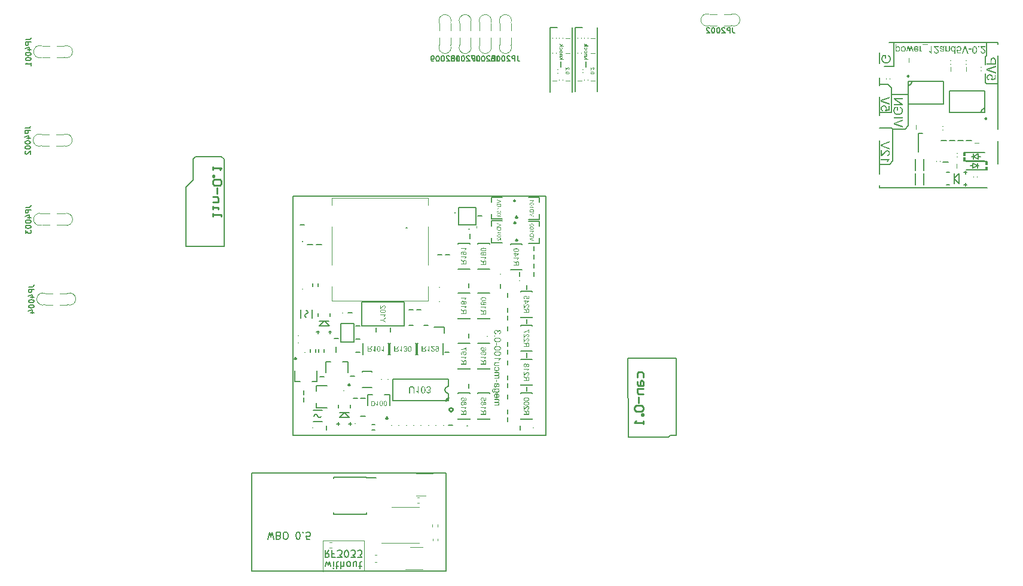
<source format=gbo>
G75*
G70*
%OFA0B0*%
%FSLAX25Y25*%
%IPPOS*%
%LPD*%
%AMOC8*
5,1,8,0,0,1.08239X$1,22.5*
%
%ADD115C,0.00984*%
%ADD193C,0.00300*%
%ADD70C,0.00591*%
%ADD71C,0.00669*%
%ADD72C,0.01000*%
%ADD73C,0.00500*%
%ADD74C,0.00472*%
%ADD75C,0.00800*%
%ADD76C,0.00394*%
%ADD77C,0.00390*%
%ADD78C,0.00787*%
X0000000Y0000000D02*
%LPD*%
G01*
D73*
X0057417Y0331589D02*
X0059560Y0331589D01*
X0059560Y0331589D02*
X0059988Y0331732D01*
X0059988Y0331732D02*
X0060274Y0332017D01*
X0060274Y0332017D02*
X0060417Y0332446D01*
X0060417Y0332446D02*
X0060417Y0332732D01*
X0060417Y0330160D02*
X0057417Y0330160D01*
X0057417Y0330160D02*
X0057417Y0329017D01*
X0057417Y0329017D02*
X0057560Y0328732D01*
X0057560Y0328732D02*
X0057703Y0328589D01*
X0057703Y0328589D02*
X0057988Y0328446D01*
X0057988Y0328446D02*
X0058417Y0328446D01*
X0058417Y0328446D02*
X0058703Y0328589D01*
X0058703Y0328589D02*
X0058846Y0328732D01*
X0058846Y0328732D02*
X0058988Y0329017D01*
X0058988Y0329017D02*
X0058988Y0330160D01*
X0058417Y0325875D02*
X0060417Y0325875D01*
X0057274Y0326589D02*
X0059417Y0327303D01*
X0059417Y0327303D02*
X0059417Y0325446D01*
X0057417Y0323732D02*
X0057417Y0323446D01*
X0057417Y0323446D02*
X0057560Y0323160D01*
X0057560Y0323160D02*
X0057703Y0323017D01*
X0057703Y0323017D02*
X0057988Y0322875D01*
X0057988Y0322875D02*
X0058560Y0322732D01*
X0058560Y0322732D02*
X0059274Y0322732D01*
X0059274Y0322732D02*
X0059846Y0322875D01*
X0059846Y0322875D02*
X0060131Y0323017D01*
X0060131Y0323017D02*
X0060274Y0323160D01*
X0060274Y0323160D02*
X0060417Y0323446D01*
X0060417Y0323446D02*
X0060417Y0323732D01*
X0060417Y0323732D02*
X0060274Y0324017D01*
X0060274Y0324017D02*
X0060131Y0324160D01*
X0060131Y0324160D02*
X0059846Y0324303D01*
X0059846Y0324303D02*
X0059274Y0324446D01*
X0059274Y0324446D02*
X0058560Y0324446D01*
X0058560Y0324446D02*
X0057988Y0324303D01*
X0057988Y0324303D02*
X0057703Y0324160D01*
X0057703Y0324160D02*
X0057560Y0324017D01*
X0057560Y0324017D02*
X0057417Y0323732D01*
X0057417Y0320875D02*
X0057417Y0320589D01*
X0057417Y0320589D02*
X0057560Y0320303D01*
X0057560Y0320303D02*
X0057703Y0320160D01*
X0057703Y0320160D02*
X0057988Y0320017D01*
X0057988Y0320017D02*
X0058560Y0319875D01*
X0058560Y0319875D02*
X0059274Y0319875D01*
X0059274Y0319875D02*
X0059846Y0320017D01*
X0059846Y0320017D02*
X0060131Y0320160D01*
X0060131Y0320160D02*
X0060274Y0320303D01*
X0060274Y0320303D02*
X0060417Y0320589D01*
X0060417Y0320589D02*
X0060417Y0320875D01*
X0060417Y0320875D02*
X0060274Y0321160D01*
X0060274Y0321160D02*
X0060131Y0321303D01*
X0060131Y0321303D02*
X0059846Y0321446D01*
X0059846Y0321446D02*
X0059274Y0321589D01*
X0059274Y0321589D02*
X0058560Y0321589D01*
X0058560Y0321589D02*
X0057988Y0321446D01*
X0057988Y0321446D02*
X0057703Y0321303D01*
X0057703Y0321303D02*
X0057560Y0321160D01*
X0057560Y0321160D02*
X0057417Y0320875D01*
X0060417Y0317017D02*
X0060417Y0318732D01*
X0060417Y0317875D02*
X0057417Y0317875D01*
X0057417Y0317875D02*
X0057846Y0318160D01*
X0057846Y0318160D02*
X0058131Y0318446D01*
X0058131Y0318446D02*
X0058274Y0318732D01*
X0059189Y0193727D02*
X0061331Y0193727D01*
X0061331Y0193727D02*
X0061760Y0193870D01*
X0061760Y0193870D02*
X0062046Y0194155D01*
X0062046Y0194155D02*
X0062189Y0194584D01*
X0062189Y0194584D02*
X0062189Y0194870D01*
X0062189Y0192298D02*
X0059189Y0192298D01*
X0059189Y0192298D02*
X0059189Y0191155D01*
X0059189Y0191155D02*
X0059331Y0190870D01*
X0059331Y0190870D02*
X0059474Y0190727D01*
X0059474Y0190727D02*
X0059760Y0190584D01*
X0059760Y0190584D02*
X0060189Y0190584D01*
X0060189Y0190584D02*
X0060474Y0190727D01*
X0060474Y0190727D02*
X0060617Y0190870D01*
X0060617Y0190870D02*
X0060760Y0191155D01*
X0060760Y0191155D02*
X0060760Y0192298D01*
X0060189Y0188012D02*
X0062189Y0188012D01*
X0059046Y0188727D02*
X0061189Y0189441D01*
X0061189Y0189441D02*
X0061189Y0187584D01*
X0059189Y0185870D02*
X0059189Y0185584D01*
X0059189Y0185584D02*
X0059331Y0185298D01*
X0059331Y0185298D02*
X0059474Y0185155D01*
X0059474Y0185155D02*
X0059760Y0185012D01*
X0059760Y0185012D02*
X0060331Y0184870D01*
X0060331Y0184870D02*
X0061046Y0184870D01*
X0061046Y0184870D02*
X0061617Y0185012D01*
X0061617Y0185012D02*
X0061903Y0185155D01*
X0061903Y0185155D02*
X0062046Y0185298D01*
X0062046Y0185298D02*
X0062189Y0185584D01*
X0062189Y0185584D02*
X0062189Y0185870D01*
X0062189Y0185870D02*
X0062046Y0186155D01*
X0062046Y0186155D02*
X0061903Y0186298D01*
X0061903Y0186298D02*
X0061617Y0186441D01*
X0061617Y0186441D02*
X0061046Y0186584D01*
X0061046Y0186584D02*
X0060331Y0186584D01*
X0060331Y0186584D02*
X0059760Y0186441D01*
X0059760Y0186441D02*
X0059474Y0186298D01*
X0059474Y0186298D02*
X0059331Y0186155D01*
X0059331Y0186155D02*
X0059189Y0185870D01*
X0059189Y0183012D02*
X0059189Y0182727D01*
X0059189Y0182727D02*
X0059331Y0182441D01*
X0059331Y0182441D02*
X0059474Y0182298D01*
X0059474Y0182298D02*
X0059760Y0182155D01*
X0059760Y0182155D02*
X0060331Y0182012D01*
X0060331Y0182012D02*
X0061046Y0182012D01*
X0061046Y0182012D02*
X0061617Y0182155D01*
X0061617Y0182155D02*
X0061903Y0182298D01*
X0061903Y0182298D02*
X0062046Y0182441D01*
X0062046Y0182441D02*
X0062189Y0182727D01*
X0062189Y0182727D02*
X0062189Y0183012D01*
X0062189Y0183012D02*
X0062046Y0183298D01*
X0062046Y0183298D02*
X0061903Y0183441D01*
X0061903Y0183441D02*
X0061617Y0183584D01*
X0061617Y0183584D02*
X0061046Y0183727D01*
X0061046Y0183727D02*
X0060331Y0183727D01*
X0060331Y0183727D02*
X0059760Y0183584D01*
X0059760Y0183584D02*
X0059474Y0183441D01*
X0059474Y0183441D02*
X0059331Y0183298D01*
X0059331Y0183298D02*
X0059189Y0183012D01*
X0060189Y0179441D02*
X0062189Y0179441D01*
X0059046Y0180155D02*
X0061189Y0180870D01*
X0061189Y0180870D02*
X0061189Y0179012D01*
X0451668Y0338252D02*
X0451668Y0336109D01*
X0451668Y0336109D02*
X0451810Y0335681D01*
X0451810Y0335681D02*
X0452096Y0335395D01*
X0452096Y0335395D02*
X0452525Y0335252D01*
X0452525Y0335252D02*
X0452810Y0335252D01*
X0450239Y0335252D02*
X0450239Y0338252D01*
X0450239Y0338252D02*
X0449096Y0338252D01*
X0449096Y0338252D02*
X0448810Y0338109D01*
X0448810Y0338109D02*
X0448668Y0337967D01*
X0448668Y0337967D02*
X0448525Y0337681D01*
X0448525Y0337681D02*
X0448525Y0337252D01*
X0448525Y0337252D02*
X0448668Y0336967D01*
X0448668Y0336967D02*
X0448810Y0336824D01*
X0448810Y0336824D02*
X0449096Y0336681D01*
X0449096Y0336681D02*
X0450239Y0336681D01*
X0447382Y0337967D02*
X0447239Y0338109D01*
X0447239Y0338109D02*
X0446953Y0338252D01*
X0446953Y0338252D02*
X0446239Y0338252D01*
X0446239Y0338252D02*
X0445953Y0338109D01*
X0445953Y0338109D02*
X0445810Y0337967D01*
X0445810Y0337967D02*
X0445668Y0337681D01*
X0445668Y0337681D02*
X0445668Y0337395D01*
X0445668Y0337395D02*
X0445810Y0336967D01*
X0445810Y0336967D02*
X0447525Y0335252D01*
X0447525Y0335252D02*
X0445668Y0335252D01*
X0443810Y0338252D02*
X0443525Y0338252D01*
X0443525Y0338252D02*
X0443239Y0338109D01*
X0443239Y0338109D02*
X0443096Y0337967D01*
X0443096Y0337967D02*
X0442953Y0337681D01*
X0442953Y0337681D02*
X0442810Y0337109D01*
X0442810Y0337109D02*
X0442810Y0336395D01*
X0442810Y0336395D02*
X0442953Y0335824D01*
X0442953Y0335824D02*
X0443096Y0335538D01*
X0443096Y0335538D02*
X0443239Y0335395D01*
X0443239Y0335395D02*
X0443525Y0335252D01*
X0443525Y0335252D02*
X0443810Y0335252D01*
X0443810Y0335252D02*
X0444096Y0335395D01*
X0444096Y0335395D02*
X0444239Y0335538D01*
X0444239Y0335538D02*
X0444382Y0335824D01*
X0444382Y0335824D02*
X0444525Y0336395D01*
X0444525Y0336395D02*
X0444525Y0337109D01*
X0444525Y0337109D02*
X0444382Y0337681D01*
X0444382Y0337681D02*
X0444239Y0337967D01*
X0444239Y0337967D02*
X0444096Y0338109D01*
X0444096Y0338109D02*
X0443810Y0338252D01*
X0440953Y0338252D02*
X0440668Y0338252D01*
X0440668Y0338252D02*
X0440382Y0338109D01*
X0440382Y0338109D02*
X0440239Y0337967D01*
X0440239Y0337967D02*
X0440096Y0337681D01*
X0440096Y0337681D02*
X0439953Y0337109D01*
X0439953Y0337109D02*
X0439953Y0336395D01*
X0439953Y0336395D02*
X0440096Y0335824D01*
X0440096Y0335824D02*
X0440239Y0335538D01*
X0440239Y0335538D02*
X0440382Y0335395D01*
X0440382Y0335395D02*
X0440668Y0335252D01*
X0440668Y0335252D02*
X0440953Y0335252D01*
X0440953Y0335252D02*
X0441239Y0335395D01*
X0441239Y0335395D02*
X0441382Y0335538D01*
X0441382Y0335538D02*
X0441525Y0335824D01*
X0441525Y0335824D02*
X0441668Y0336395D01*
X0441668Y0336395D02*
X0441668Y0337109D01*
X0441668Y0337109D02*
X0441525Y0337681D01*
X0441525Y0337681D02*
X0441382Y0337967D01*
X0441382Y0337967D02*
X0441239Y0338109D01*
X0441239Y0338109D02*
X0440953Y0338252D01*
X0438810Y0337967D02*
X0438668Y0338109D01*
X0438668Y0338109D02*
X0438382Y0338252D01*
X0438382Y0338252D02*
X0437668Y0338252D01*
X0437668Y0338252D02*
X0437382Y0338109D01*
X0437382Y0338109D02*
X0437239Y0337967D01*
X0437239Y0337967D02*
X0437096Y0337681D01*
X0437096Y0337681D02*
X0437096Y0337395D01*
X0437096Y0337395D02*
X0437239Y0336967D01*
X0437239Y0336967D02*
X0438953Y0335252D01*
X0438953Y0335252D02*
X0437096Y0335252D01*
X0057220Y0282294D02*
X0059363Y0282294D01*
X0059363Y0282294D02*
X0059792Y0282436D01*
X0059792Y0282436D02*
X0060077Y0282722D01*
X0060077Y0282722D02*
X0060220Y0283151D01*
X0060220Y0283151D02*
X0060220Y0283436D01*
X0060220Y0280865D02*
X0057220Y0280865D01*
X0057220Y0280865D02*
X0057220Y0279722D01*
X0057220Y0279722D02*
X0057363Y0279436D01*
X0057363Y0279436D02*
X0057506Y0279294D01*
X0057506Y0279294D02*
X0057792Y0279151D01*
X0057792Y0279151D02*
X0058220Y0279151D01*
X0058220Y0279151D02*
X0058506Y0279294D01*
X0058506Y0279294D02*
X0058649Y0279436D01*
X0058649Y0279436D02*
X0058792Y0279722D01*
X0058792Y0279722D02*
X0058792Y0280865D01*
X0058220Y0276579D02*
X0060220Y0276579D01*
X0057077Y0277294D02*
X0059220Y0278008D01*
X0059220Y0278008D02*
X0059220Y0276151D01*
X0057220Y0274436D02*
X0057220Y0274151D01*
X0057220Y0274151D02*
X0057363Y0273865D01*
X0057363Y0273865D02*
X0057506Y0273722D01*
X0057506Y0273722D02*
X0057792Y0273579D01*
X0057792Y0273579D02*
X0058363Y0273436D01*
X0058363Y0273436D02*
X0059077Y0273436D01*
X0059077Y0273436D02*
X0059649Y0273579D01*
X0059649Y0273579D02*
X0059934Y0273722D01*
X0059934Y0273722D02*
X0060077Y0273865D01*
X0060077Y0273865D02*
X0060220Y0274151D01*
X0060220Y0274151D02*
X0060220Y0274436D01*
X0060220Y0274436D02*
X0060077Y0274722D01*
X0060077Y0274722D02*
X0059934Y0274865D01*
X0059934Y0274865D02*
X0059649Y0275008D01*
X0059649Y0275008D02*
X0059077Y0275151D01*
X0059077Y0275151D02*
X0058363Y0275151D01*
X0058363Y0275151D02*
X0057792Y0275008D01*
X0057792Y0275008D02*
X0057506Y0274865D01*
X0057506Y0274865D02*
X0057363Y0274722D01*
X0057363Y0274722D02*
X0057220Y0274436D01*
X0057220Y0271579D02*
X0057220Y0271294D01*
X0057220Y0271294D02*
X0057363Y0271008D01*
X0057363Y0271008D02*
X0057506Y0270865D01*
X0057506Y0270865D02*
X0057792Y0270722D01*
X0057792Y0270722D02*
X0058363Y0270579D01*
X0058363Y0270579D02*
X0059077Y0270579D01*
X0059077Y0270579D02*
X0059649Y0270722D01*
X0059649Y0270722D02*
X0059934Y0270865D01*
X0059934Y0270865D02*
X0060077Y0271008D01*
X0060077Y0271008D02*
X0060220Y0271294D01*
X0060220Y0271294D02*
X0060220Y0271579D01*
X0060220Y0271579D02*
X0060077Y0271865D01*
X0060077Y0271865D02*
X0059934Y0272008D01*
X0059934Y0272008D02*
X0059649Y0272151D01*
X0059649Y0272151D02*
X0059077Y0272294D01*
X0059077Y0272294D02*
X0058363Y0272294D01*
X0058363Y0272294D02*
X0057792Y0272151D01*
X0057792Y0272151D02*
X0057506Y0272008D01*
X0057506Y0272008D02*
X0057363Y0271865D01*
X0057363Y0271865D02*
X0057220Y0271579D01*
X0057506Y0269436D02*
X0057363Y0269294D01*
X0057363Y0269294D02*
X0057220Y0269008D01*
X0057220Y0269008D02*
X0057220Y0268294D01*
X0057220Y0268294D02*
X0057363Y0268008D01*
X0057363Y0268008D02*
X0057506Y0267865D01*
X0057506Y0267865D02*
X0057792Y0267722D01*
X0057792Y0267722D02*
X0058077Y0267722D01*
X0058077Y0267722D02*
X0058506Y0267865D01*
X0058506Y0267865D02*
X0060220Y0269579D01*
X0060220Y0269579D02*
X0060220Y0267722D01*
X0309348Y0322504D02*
X0309348Y0320361D01*
X0309348Y0320361D02*
X0309491Y0319933D01*
X0309491Y0319933D02*
X0309776Y0319647D01*
X0309776Y0319647D02*
X0310205Y0319504D01*
X0310205Y0319504D02*
X0310491Y0319504D01*
X0307919Y0319504D02*
X0307919Y0322504D01*
X0307919Y0322504D02*
X0306776Y0322504D01*
X0306776Y0322504D02*
X0306491Y0322361D01*
X0306491Y0322361D02*
X0306348Y0322219D01*
X0306348Y0322219D02*
X0306205Y0321933D01*
X0306205Y0321933D02*
X0306205Y0321504D01*
X0306205Y0321504D02*
X0306348Y0321219D01*
X0306348Y0321219D02*
X0306491Y0321076D01*
X0306491Y0321076D02*
X0306776Y0320933D01*
X0306776Y0320933D02*
X0307919Y0320933D01*
X0305062Y0322219D02*
X0304919Y0322361D01*
X0304919Y0322361D02*
X0304634Y0322504D01*
X0304634Y0322504D02*
X0303919Y0322504D01*
X0303919Y0322504D02*
X0303634Y0322361D01*
X0303634Y0322361D02*
X0303491Y0322219D01*
X0303491Y0322219D02*
X0303348Y0321933D01*
X0303348Y0321933D02*
X0303348Y0321647D01*
X0303348Y0321647D02*
X0303491Y0321219D01*
X0303491Y0321219D02*
X0305205Y0319504D01*
X0305205Y0319504D02*
X0303348Y0319504D01*
X0301491Y0322504D02*
X0301205Y0322504D01*
X0301205Y0322504D02*
X0300919Y0322361D01*
X0300919Y0322361D02*
X0300776Y0322219D01*
X0300776Y0322219D02*
X0300634Y0321933D01*
X0300634Y0321933D02*
X0300491Y0321361D01*
X0300491Y0321361D02*
X0300491Y0320647D01*
X0300491Y0320647D02*
X0300634Y0320076D01*
X0300634Y0320076D02*
X0300776Y0319790D01*
X0300776Y0319790D02*
X0300919Y0319647D01*
X0300919Y0319647D02*
X0301205Y0319504D01*
X0301205Y0319504D02*
X0301491Y0319504D01*
X0301491Y0319504D02*
X0301776Y0319647D01*
X0301776Y0319647D02*
X0301919Y0319790D01*
X0301919Y0319790D02*
X0302062Y0320076D01*
X0302062Y0320076D02*
X0302205Y0320647D01*
X0302205Y0320647D02*
X0302205Y0321361D01*
X0302205Y0321361D02*
X0302062Y0321933D01*
X0302062Y0321933D02*
X0301919Y0322219D01*
X0301919Y0322219D02*
X0301776Y0322361D01*
X0301776Y0322361D02*
X0301491Y0322504D01*
X0298634Y0322504D02*
X0298348Y0322504D01*
X0298348Y0322504D02*
X0298062Y0322361D01*
X0298062Y0322361D02*
X0297919Y0322219D01*
X0297919Y0322219D02*
X0297776Y0321933D01*
X0297776Y0321933D02*
X0297634Y0321361D01*
X0297634Y0321361D02*
X0297634Y0320647D01*
X0297634Y0320647D02*
X0297776Y0320076D01*
X0297776Y0320076D02*
X0297919Y0319790D01*
X0297919Y0319790D02*
X0298062Y0319647D01*
X0298062Y0319647D02*
X0298348Y0319504D01*
X0298348Y0319504D02*
X0298634Y0319504D01*
X0298634Y0319504D02*
X0298919Y0319647D01*
X0298919Y0319647D02*
X0299062Y0319790D01*
X0299062Y0319790D02*
X0299205Y0320076D01*
X0299205Y0320076D02*
X0299348Y0320647D01*
X0299348Y0320647D02*
X0299348Y0321361D01*
X0299348Y0321361D02*
X0299205Y0321933D01*
X0299205Y0321933D02*
X0299062Y0322219D01*
X0299062Y0322219D02*
X0298919Y0322361D01*
X0298919Y0322361D02*
X0298634Y0322504D01*
X0295919Y0321219D02*
X0296205Y0321361D01*
X0296205Y0321361D02*
X0296348Y0321504D01*
X0296348Y0321504D02*
X0296491Y0321790D01*
X0296491Y0321790D02*
X0296491Y0321933D01*
X0296491Y0321933D02*
X0296348Y0322219D01*
X0296348Y0322219D02*
X0296205Y0322361D01*
X0296205Y0322361D02*
X0295919Y0322504D01*
X0295919Y0322504D02*
X0295348Y0322504D01*
X0295348Y0322504D02*
X0295062Y0322361D01*
X0295062Y0322361D02*
X0294919Y0322219D01*
X0294919Y0322219D02*
X0294776Y0321933D01*
X0294776Y0321933D02*
X0294776Y0321790D01*
X0294776Y0321790D02*
X0294919Y0321504D01*
X0294919Y0321504D02*
X0295062Y0321361D01*
X0295062Y0321361D02*
X0295348Y0321219D01*
X0295348Y0321219D02*
X0295919Y0321219D01*
X0295919Y0321219D02*
X0296205Y0321076D01*
X0296205Y0321076D02*
X0296348Y0320933D01*
X0296348Y0320933D02*
X0296491Y0320647D01*
X0296491Y0320647D02*
X0296491Y0320076D01*
X0296491Y0320076D02*
X0296348Y0319790D01*
X0296348Y0319790D02*
X0296205Y0319647D01*
X0296205Y0319647D02*
X0295919Y0319504D01*
X0295919Y0319504D02*
X0295348Y0319504D01*
X0295348Y0319504D02*
X0295062Y0319647D01*
X0295062Y0319647D02*
X0294919Y0319790D01*
X0294919Y0319790D02*
X0294776Y0320076D01*
X0294776Y0320076D02*
X0294776Y0320647D01*
X0294776Y0320647D02*
X0294919Y0320933D01*
X0294919Y0320933D02*
X0295062Y0321076D01*
X0295062Y0321076D02*
X0295348Y0321219D01*
X0298124Y0322504D02*
X0298124Y0320361D01*
X0298124Y0320361D02*
X0298267Y0319933D01*
X0298267Y0319933D02*
X0298553Y0319647D01*
X0298553Y0319647D02*
X0298981Y0319504D01*
X0298981Y0319504D02*
X0299267Y0319504D01*
X0296696Y0319504D02*
X0296696Y0322504D01*
X0296696Y0322504D02*
X0295553Y0322504D01*
X0295553Y0322504D02*
X0295267Y0322361D01*
X0295267Y0322361D02*
X0295124Y0322219D01*
X0295124Y0322219D02*
X0294981Y0321933D01*
X0294981Y0321933D02*
X0294981Y0321504D01*
X0294981Y0321504D02*
X0295124Y0321219D01*
X0295124Y0321219D02*
X0295267Y0321076D01*
X0295267Y0321076D02*
X0295553Y0320933D01*
X0295553Y0320933D02*
X0296696Y0320933D01*
X0293839Y0322219D02*
X0293696Y0322361D01*
X0293696Y0322361D02*
X0293410Y0322504D01*
X0293410Y0322504D02*
X0292696Y0322504D01*
X0292696Y0322504D02*
X0292410Y0322361D01*
X0292410Y0322361D02*
X0292267Y0322219D01*
X0292267Y0322219D02*
X0292124Y0321933D01*
X0292124Y0321933D02*
X0292124Y0321647D01*
X0292124Y0321647D02*
X0292267Y0321219D01*
X0292267Y0321219D02*
X0293981Y0319504D01*
X0293981Y0319504D02*
X0292124Y0319504D01*
X0290267Y0322504D02*
X0289981Y0322504D01*
X0289981Y0322504D02*
X0289696Y0322361D01*
X0289696Y0322361D02*
X0289553Y0322219D01*
X0289553Y0322219D02*
X0289410Y0321933D01*
X0289410Y0321933D02*
X0289267Y0321361D01*
X0289267Y0321361D02*
X0289267Y0320647D01*
X0289267Y0320647D02*
X0289410Y0320076D01*
X0289410Y0320076D02*
X0289553Y0319790D01*
X0289553Y0319790D02*
X0289696Y0319647D01*
X0289696Y0319647D02*
X0289981Y0319504D01*
X0289981Y0319504D02*
X0290267Y0319504D01*
X0290267Y0319504D02*
X0290553Y0319647D01*
X0290553Y0319647D02*
X0290696Y0319790D01*
X0290696Y0319790D02*
X0290839Y0320076D01*
X0290839Y0320076D02*
X0290981Y0320647D01*
X0290981Y0320647D02*
X0290981Y0321361D01*
X0290981Y0321361D02*
X0290839Y0321933D01*
X0290839Y0321933D02*
X0290696Y0322219D01*
X0290696Y0322219D02*
X0290553Y0322361D01*
X0290553Y0322361D02*
X0290267Y0322504D01*
X0287410Y0322504D02*
X0287124Y0322504D01*
X0287124Y0322504D02*
X0286839Y0322361D01*
X0286839Y0322361D02*
X0286696Y0322219D01*
X0286696Y0322219D02*
X0286553Y0321933D01*
X0286553Y0321933D02*
X0286410Y0321361D01*
X0286410Y0321361D02*
X0286410Y0320647D01*
X0286410Y0320647D02*
X0286553Y0320076D01*
X0286553Y0320076D02*
X0286696Y0319790D01*
X0286696Y0319790D02*
X0286839Y0319647D01*
X0286839Y0319647D02*
X0287124Y0319504D01*
X0287124Y0319504D02*
X0287410Y0319504D01*
X0287410Y0319504D02*
X0287696Y0319647D01*
X0287696Y0319647D02*
X0287839Y0319790D01*
X0287839Y0319790D02*
X0287981Y0320076D01*
X0287981Y0320076D02*
X0288124Y0320647D01*
X0288124Y0320647D02*
X0288124Y0321361D01*
X0288124Y0321361D02*
X0287981Y0321933D01*
X0287981Y0321933D02*
X0287839Y0322219D01*
X0287839Y0322219D02*
X0287696Y0322361D01*
X0287696Y0322361D02*
X0287410Y0322504D01*
X0284981Y0319504D02*
X0284410Y0319504D01*
X0284410Y0319504D02*
X0284124Y0319647D01*
X0284124Y0319647D02*
X0283981Y0319790D01*
X0283981Y0319790D02*
X0283696Y0320219D01*
X0283696Y0320219D02*
X0283553Y0320790D01*
X0283553Y0320790D02*
X0283553Y0321933D01*
X0283553Y0321933D02*
X0283696Y0322219D01*
X0283696Y0322219D02*
X0283839Y0322361D01*
X0283839Y0322361D02*
X0284124Y0322504D01*
X0284124Y0322504D02*
X0284696Y0322504D01*
X0284696Y0322504D02*
X0284981Y0322361D01*
X0284981Y0322361D02*
X0285124Y0322219D01*
X0285124Y0322219D02*
X0285267Y0321933D01*
X0285267Y0321933D02*
X0285267Y0321219D01*
X0285267Y0321219D02*
X0285124Y0320933D01*
X0285124Y0320933D02*
X0284981Y0320790D01*
X0284981Y0320790D02*
X0284696Y0320647D01*
X0284696Y0320647D02*
X0284124Y0320647D01*
X0284124Y0320647D02*
X0283839Y0320790D01*
X0283839Y0320790D02*
X0283696Y0320933D01*
X0283696Y0320933D02*
X0283553Y0321219D01*
X0320571Y0322504D02*
X0320571Y0320361D01*
X0320571Y0320361D02*
X0320714Y0319933D01*
X0320714Y0319933D02*
X0321000Y0319647D01*
X0321000Y0319647D02*
X0321429Y0319504D01*
X0321429Y0319504D02*
X0321714Y0319504D01*
X0319143Y0319504D02*
X0319143Y0322504D01*
X0319143Y0322504D02*
X0318000Y0322504D01*
X0318000Y0322504D02*
X0317714Y0322361D01*
X0317714Y0322361D02*
X0317571Y0322219D01*
X0317571Y0322219D02*
X0317429Y0321933D01*
X0317429Y0321933D02*
X0317429Y0321504D01*
X0317429Y0321504D02*
X0317571Y0321219D01*
X0317571Y0321219D02*
X0317714Y0321076D01*
X0317714Y0321076D02*
X0318000Y0320933D01*
X0318000Y0320933D02*
X0319143Y0320933D01*
X0316286Y0322219D02*
X0316143Y0322361D01*
X0316143Y0322361D02*
X0315857Y0322504D01*
X0315857Y0322504D02*
X0315143Y0322504D01*
X0315143Y0322504D02*
X0314857Y0322361D01*
X0314857Y0322361D02*
X0314714Y0322219D01*
X0314714Y0322219D02*
X0314571Y0321933D01*
X0314571Y0321933D02*
X0314571Y0321647D01*
X0314571Y0321647D02*
X0314714Y0321219D01*
X0314714Y0321219D02*
X0316429Y0319504D01*
X0316429Y0319504D02*
X0314571Y0319504D01*
X0312714Y0322504D02*
X0312429Y0322504D01*
X0312429Y0322504D02*
X0312143Y0322361D01*
X0312143Y0322361D02*
X0312000Y0322219D01*
X0312000Y0322219D02*
X0311857Y0321933D01*
X0311857Y0321933D02*
X0311714Y0321361D01*
X0311714Y0321361D02*
X0311714Y0320647D01*
X0311714Y0320647D02*
X0311857Y0320076D01*
X0311857Y0320076D02*
X0312000Y0319790D01*
X0312000Y0319790D02*
X0312143Y0319647D01*
X0312143Y0319647D02*
X0312429Y0319504D01*
X0312429Y0319504D02*
X0312714Y0319504D01*
X0312714Y0319504D02*
X0313000Y0319647D01*
X0313000Y0319647D02*
X0313143Y0319790D01*
X0313143Y0319790D02*
X0313286Y0320076D01*
X0313286Y0320076D02*
X0313429Y0320647D01*
X0313429Y0320647D02*
X0313429Y0321361D01*
X0313429Y0321361D02*
X0313286Y0321933D01*
X0313286Y0321933D02*
X0313143Y0322219D01*
X0313143Y0322219D02*
X0313000Y0322361D01*
X0313000Y0322361D02*
X0312714Y0322504D01*
X0309857Y0322504D02*
X0309571Y0322504D01*
X0309571Y0322504D02*
X0309286Y0322361D01*
X0309286Y0322361D02*
X0309143Y0322219D01*
X0309143Y0322219D02*
X0309000Y0321933D01*
X0309000Y0321933D02*
X0308857Y0321361D01*
X0308857Y0321361D02*
X0308857Y0320647D01*
X0308857Y0320647D02*
X0309000Y0320076D01*
X0309000Y0320076D02*
X0309143Y0319790D01*
X0309143Y0319790D02*
X0309286Y0319647D01*
X0309286Y0319647D02*
X0309571Y0319504D01*
X0309571Y0319504D02*
X0309857Y0319504D01*
X0309857Y0319504D02*
X0310143Y0319647D01*
X0310143Y0319647D02*
X0310286Y0319790D01*
X0310286Y0319790D02*
X0310429Y0320076D01*
X0310429Y0320076D02*
X0310571Y0320647D01*
X0310571Y0320647D02*
X0310571Y0321361D01*
X0310571Y0321361D02*
X0310429Y0321933D01*
X0310429Y0321933D02*
X0310286Y0322219D01*
X0310286Y0322219D02*
X0310143Y0322361D01*
X0310143Y0322361D02*
X0309857Y0322504D01*
X0307857Y0322504D02*
X0305857Y0322504D01*
X0305857Y0322504D02*
X0307143Y0319504D01*
X0331795Y0322504D02*
X0331795Y0320361D01*
X0331795Y0320361D02*
X0331938Y0319933D01*
X0331938Y0319933D02*
X0332224Y0319647D01*
X0332224Y0319647D02*
X0332652Y0319504D01*
X0332652Y0319504D02*
X0332938Y0319504D01*
X0330366Y0319504D02*
X0330366Y0322504D01*
X0330366Y0322504D02*
X0329224Y0322504D01*
X0329224Y0322504D02*
X0328938Y0322361D01*
X0328938Y0322361D02*
X0328795Y0322219D01*
X0328795Y0322219D02*
X0328652Y0321933D01*
X0328652Y0321933D02*
X0328652Y0321504D01*
X0328652Y0321504D02*
X0328795Y0321219D01*
X0328795Y0321219D02*
X0328938Y0321076D01*
X0328938Y0321076D02*
X0329224Y0320933D01*
X0329224Y0320933D02*
X0330366Y0320933D01*
X0327509Y0322219D02*
X0327366Y0322361D01*
X0327366Y0322361D02*
X0327081Y0322504D01*
X0327081Y0322504D02*
X0326366Y0322504D01*
X0326366Y0322504D02*
X0326081Y0322361D01*
X0326081Y0322361D02*
X0325938Y0322219D01*
X0325938Y0322219D02*
X0325795Y0321933D01*
X0325795Y0321933D02*
X0325795Y0321647D01*
X0325795Y0321647D02*
X0325938Y0321219D01*
X0325938Y0321219D02*
X0327652Y0319504D01*
X0327652Y0319504D02*
X0325795Y0319504D01*
X0323938Y0322504D02*
X0323652Y0322504D01*
X0323652Y0322504D02*
X0323366Y0322361D01*
X0323366Y0322361D02*
X0323224Y0322219D01*
X0323224Y0322219D02*
X0323081Y0321933D01*
X0323081Y0321933D02*
X0322938Y0321361D01*
X0322938Y0321361D02*
X0322938Y0320647D01*
X0322938Y0320647D02*
X0323081Y0320076D01*
X0323081Y0320076D02*
X0323224Y0319790D01*
X0323224Y0319790D02*
X0323366Y0319647D01*
X0323366Y0319647D02*
X0323652Y0319504D01*
X0323652Y0319504D02*
X0323938Y0319504D01*
X0323938Y0319504D02*
X0324224Y0319647D01*
X0324224Y0319647D02*
X0324366Y0319790D01*
X0324366Y0319790D02*
X0324509Y0320076D01*
X0324509Y0320076D02*
X0324652Y0320647D01*
X0324652Y0320647D02*
X0324652Y0321361D01*
X0324652Y0321361D02*
X0324509Y0321933D01*
X0324509Y0321933D02*
X0324366Y0322219D01*
X0324366Y0322219D02*
X0324224Y0322361D01*
X0324224Y0322361D02*
X0323938Y0322504D01*
X0321081Y0322504D02*
X0320795Y0322504D01*
X0320795Y0322504D02*
X0320509Y0322361D01*
X0320509Y0322361D02*
X0320366Y0322219D01*
X0320366Y0322219D02*
X0320224Y0321933D01*
X0320224Y0321933D02*
X0320081Y0321361D01*
X0320081Y0321361D02*
X0320081Y0320647D01*
X0320081Y0320647D02*
X0320224Y0320076D01*
X0320224Y0320076D02*
X0320366Y0319790D01*
X0320366Y0319790D02*
X0320509Y0319647D01*
X0320509Y0319647D02*
X0320795Y0319504D01*
X0320795Y0319504D02*
X0321081Y0319504D01*
X0321081Y0319504D02*
X0321366Y0319647D01*
X0321366Y0319647D02*
X0321509Y0319790D01*
X0321509Y0319790D02*
X0321652Y0320076D01*
X0321652Y0320076D02*
X0321795Y0320647D01*
X0321795Y0320647D02*
X0321795Y0321361D01*
X0321795Y0321361D02*
X0321652Y0321933D01*
X0321652Y0321933D02*
X0321509Y0322219D01*
X0321509Y0322219D02*
X0321366Y0322361D01*
X0321366Y0322361D02*
X0321081Y0322504D01*
X0317509Y0322504D02*
X0318081Y0322504D01*
X0318081Y0322504D02*
X0318366Y0322361D01*
X0318366Y0322361D02*
X0318509Y0322219D01*
X0318509Y0322219D02*
X0318795Y0321790D01*
X0318795Y0321790D02*
X0318938Y0321219D01*
X0318938Y0321219D02*
X0318938Y0320076D01*
X0318938Y0320076D02*
X0318795Y0319790D01*
X0318795Y0319790D02*
X0318652Y0319647D01*
X0318652Y0319647D02*
X0318366Y0319504D01*
X0318366Y0319504D02*
X0317795Y0319504D01*
X0317795Y0319504D02*
X0317509Y0319647D01*
X0317509Y0319647D02*
X0317366Y0319790D01*
X0317366Y0319790D02*
X0317224Y0320076D01*
X0317224Y0320076D02*
X0317224Y0320790D01*
X0317224Y0320790D02*
X0317366Y0321076D01*
X0317366Y0321076D02*
X0317509Y0321219D01*
X0317509Y0321219D02*
X0317795Y0321361D01*
X0317795Y0321361D02*
X0318366Y0321361D01*
X0318366Y0321361D02*
X0318652Y0321219D01*
X0318652Y0321219D02*
X0318795Y0321076D01*
X0318795Y0321076D02*
X0318938Y0320790D01*
X0057417Y0238120D02*
X0059560Y0238120D01*
X0059560Y0238120D02*
X0059988Y0238263D01*
X0059988Y0238263D02*
X0060274Y0238549D01*
X0060274Y0238549D02*
X0060417Y0238978D01*
X0060417Y0238978D02*
X0060417Y0239263D01*
X0060417Y0236692D02*
X0057417Y0236692D01*
X0057417Y0236692D02*
X0057417Y0235549D01*
X0057417Y0235549D02*
X0057560Y0235263D01*
X0057560Y0235263D02*
X0057703Y0235120D01*
X0057703Y0235120D02*
X0057988Y0234978D01*
X0057988Y0234978D02*
X0058417Y0234978D01*
X0058417Y0234978D02*
X0058703Y0235120D01*
X0058703Y0235120D02*
X0058846Y0235263D01*
X0058846Y0235263D02*
X0058988Y0235549D01*
X0058988Y0235549D02*
X0058988Y0236692D01*
X0058417Y0232406D02*
X0060417Y0232406D01*
X0057274Y0233120D02*
X0059417Y0233835D01*
X0059417Y0233835D02*
X0059417Y0231978D01*
X0057417Y0230263D02*
X0057417Y0229978D01*
X0057417Y0229978D02*
X0057560Y0229692D01*
X0057560Y0229692D02*
X0057703Y0229549D01*
X0057703Y0229549D02*
X0057988Y0229406D01*
X0057988Y0229406D02*
X0058560Y0229263D01*
X0058560Y0229263D02*
X0059274Y0229263D01*
X0059274Y0229263D02*
X0059846Y0229406D01*
X0059846Y0229406D02*
X0060131Y0229549D01*
X0060131Y0229549D02*
X0060274Y0229692D01*
X0060274Y0229692D02*
X0060417Y0229978D01*
X0060417Y0229978D02*
X0060417Y0230263D01*
X0060417Y0230263D02*
X0060274Y0230549D01*
X0060274Y0230549D02*
X0060131Y0230692D01*
X0060131Y0230692D02*
X0059846Y0230835D01*
X0059846Y0230835D02*
X0059274Y0230978D01*
X0059274Y0230978D02*
X0058560Y0230978D01*
X0058560Y0230978D02*
X0057988Y0230835D01*
X0057988Y0230835D02*
X0057703Y0230692D01*
X0057703Y0230692D02*
X0057560Y0230549D01*
X0057560Y0230549D02*
X0057417Y0230263D01*
X0057417Y0227406D02*
X0057417Y0227120D01*
X0057417Y0227120D02*
X0057560Y0226835D01*
X0057560Y0226835D02*
X0057703Y0226692D01*
X0057703Y0226692D02*
X0057988Y0226549D01*
X0057988Y0226549D02*
X0058560Y0226406D01*
X0058560Y0226406D02*
X0059274Y0226406D01*
X0059274Y0226406D02*
X0059846Y0226549D01*
X0059846Y0226549D02*
X0060131Y0226692D01*
X0060131Y0226692D02*
X0060274Y0226835D01*
X0060274Y0226835D02*
X0060417Y0227120D01*
X0060417Y0227120D02*
X0060417Y0227406D01*
X0060417Y0227406D02*
X0060274Y0227692D01*
X0060274Y0227692D02*
X0060131Y0227835D01*
X0060131Y0227835D02*
X0059846Y0227978D01*
X0059846Y0227978D02*
X0059274Y0228120D01*
X0059274Y0228120D02*
X0058560Y0228120D01*
X0058560Y0228120D02*
X0057988Y0227978D01*
X0057988Y0227978D02*
X0057703Y0227835D01*
X0057703Y0227835D02*
X0057560Y0227692D01*
X0057560Y0227692D02*
X0057417Y0227406D01*
X0057417Y0225406D02*
X0057417Y0223549D01*
X0057417Y0223549D02*
X0058560Y0224549D01*
X0058560Y0224549D02*
X0058560Y0224120D01*
X0058560Y0224120D02*
X0058703Y0223835D01*
X0058703Y0223835D02*
X0058846Y0223692D01*
X0058846Y0223692D02*
X0059131Y0223549D01*
X0059131Y0223549D02*
X0059846Y0223549D01*
X0059846Y0223549D02*
X0060131Y0223692D01*
X0060131Y0223692D02*
X0060274Y0223835D01*
X0060274Y0223835D02*
X0060417Y0224120D01*
X0060417Y0224120D02*
X0060417Y0224978D01*
X0060417Y0224978D02*
X0060274Y0225263D01*
X0060274Y0225263D02*
X0060131Y0225406D01*
D77*
X0066835Y0321654D02*
X0070835Y0321654D01*
X0070835Y0327953D02*
X0066835Y0327953D01*
X0074835Y0321654D02*
X0078835Y0321654D01*
X0078835Y0327953D02*
X0074835Y0327953D01*
D74*
X0066618Y0321647D02*
G75*
G02*
X0066634Y0327953I-001283J0003156D01*
G01*
X0079035Y0327953D02*
G75*
G02*
X0079069Y0321640I0001299J-003150D01*
G01*
D77*
X0068606Y0183791D02*
X0072606Y0183791D01*
X0072606Y0190091D02*
X0068606Y0190091D01*
X0076606Y0183791D02*
X0080606Y0183791D01*
X0080606Y0190091D02*
X0076606Y0190091D01*
D74*
X0068390Y0183785D02*
G75*
G02*
X0068406Y0190091I-001283J0003156D01*
G01*
X0080807Y0190091D02*
G75*
G02*
X0080841Y0183778I0001299J-003150D01*
G01*
D77*
X0438882Y0339370D02*
X0442882Y0339370D01*
X0442882Y0345669D02*
X0438882Y0345669D01*
X0446882Y0339370D02*
X0450882Y0339370D01*
X0450882Y0345669D02*
X0446882Y0345669D01*
D74*
X0438681Y0339370D02*
G75*
G02*
X0438647Y0345683I-001299J0003150D01*
G01*
X0451098Y0345676D02*
G75*
G02*
X0451083Y0339370I0001283J-003156D01*
G01*
D78*
X0183563Y0035138D02*
X0291831Y0035138D01*
X0291831Y0089862D01*
X0183563Y0089862D01*
X0183563Y0035138D01*
D77*
X0066638Y0272358D02*
X0070638Y0272358D01*
X0070638Y0278657D02*
X0066638Y0278657D01*
X0074638Y0272358D02*
X0078638Y0272358D01*
X0078638Y0278657D02*
X0074638Y0278657D01*
D74*
X0066421Y0272352D02*
G75*
G02*
X0066437Y0278657I-001283J0003156D01*
G01*
X0078839Y0278657D02*
G75*
G02*
X0078872Y0272345I0001299J-003150D01*
G01*
D78*
X0363905Y0338309D02*
X0363905Y0302482D01*
X0363905Y0338309D02*
X0367842Y0338309D01*
X0376109Y0338309D02*
X0376109Y0302482D01*
D77*
X0299413Y0340646D02*
X0299413Y0336646D01*
X0299413Y0332646D02*
X0299413Y0328646D01*
X0305712Y0336646D02*
X0305712Y0340646D01*
X0305712Y0328646D02*
X0305712Y0332646D01*
D74*
X0299413Y0340846D02*
G75*
G02*
X0305726Y0340880I0003150J0001299D01*
G01*
X0305718Y0328429D02*
G75*
G02*
X0299413Y0328445I-003156J-001283D01*
G01*
D78*
X0533476Y0250185D02*
X0533476Y0249004D01*
X0533476Y0324398D02*
X0533476Y0318295D01*
X0533476Y0310421D02*
X0533476Y0306091D01*
X0533476Y0299791D02*
X0533476Y0289161D01*
X0533476Y0275382D02*
X0533476Y0256484D01*
X0593713Y0249004D02*
X0533476Y0249004D01*
X0599618Y0330106D02*
X0538988Y0330106D01*
X0599618Y0330106D02*
X0599618Y0328925D01*
X0599618Y0322626D02*
X0599618Y0281681D01*
X0599618Y0274988D02*
X0599618Y0262390D01*
X0206595Y0111122D02*
X0206595Y0244193D01*
X0347539Y0244193D02*
X0206595Y0244193D01*
X0347539Y0111122D02*
X0206595Y0111122D01*
X0347539Y0111122D02*
X0347539Y0244193D01*
D77*
X0288189Y0340646D02*
X0288189Y0336646D01*
X0288189Y0332646D02*
X0288189Y0328646D01*
X0294488Y0336646D02*
X0294488Y0340646D01*
X0294488Y0328646D02*
X0294488Y0332646D01*
D74*
X0288189Y0340846D02*
G75*
G02*
X0294502Y0340880I0003150J0001299D01*
G01*
X0294495Y0328429D02*
G75*
G02*
X0288189Y0328445I-003156J-001283D01*
G01*
D78*
X0350000Y0338287D02*
X0350000Y0302461D01*
X0350000Y0338287D02*
X0353937Y0338287D01*
X0362205Y0338287D02*
X0362205Y0302461D01*
D77*
X0310636Y0340646D02*
X0310636Y0336646D01*
X0310636Y0332646D02*
X0310636Y0328646D01*
X0316935Y0336646D02*
X0316935Y0340646D01*
X0316935Y0328646D02*
X0316935Y0332646D01*
D74*
X0310636Y0340846D02*
G75*
G02*
X0316949Y0340880I0003150J0001299D01*
G01*
X0316942Y0328429D02*
G75*
G02*
X0310636Y0328445I-003156J-001283D01*
G01*
D78*
X0146850Y0216142D02*
X0146850Y0249311D01*
X0146850Y0216142D02*
X0168110Y0216142D01*
X0146949Y0249410D02*
X0150984Y0253445D01*
X0150984Y0265059D02*
X0152362Y0266437D01*
X0150984Y0253445D02*
X0150984Y0265059D01*
X0152362Y0266437D02*
X0166634Y0266437D01*
X0166634Y0266437D02*
X0168110Y0264961D01*
X0168110Y0216142D02*
X0168110Y0264961D01*
X0393414Y0109941D02*
X0393261Y0153937D01*
X0415846Y0109941D02*
X0393414Y0109941D01*
X0415846Y0109941D02*
X0416929Y0111024D01*
X0420177Y0111024D02*
X0416929Y0111024D01*
X0420177Y0111024D02*
X0420374Y0111245D01*
X0420374Y0111245D02*
X0420374Y0153937D01*
X0420398Y0153937D02*
X0393261Y0153937D01*
D77*
X0321860Y0340646D02*
X0321860Y0336646D01*
X0321860Y0332646D02*
X0321860Y0328646D01*
X0328159Y0336646D02*
X0328159Y0340646D01*
X0328159Y0328646D02*
X0328159Y0332646D01*
D74*
X0321860Y0340846D02*
G75*
G02*
X0328173Y0340880I0003150J0001299D01*
G01*
X0328165Y0328429D02*
G75*
G02*
X0321860Y0328445I-003156J-001283D01*
G01*
D77*
X0066835Y0228185D02*
X0070835Y0228185D01*
X0070835Y0234484D02*
X0066835Y0234484D01*
X0074835Y0228185D02*
X0078835Y0228185D01*
X0078835Y0234484D02*
X0074835Y0234484D01*
D74*
X0066618Y0228179D02*
G75*
G02*
X0066634Y0234484I-001283J0003156D01*
G01*
X0079035Y0234484D02*
G75*
G02*
X0079069Y0228171I0001299J-003150D01*
G01*
X0600012Y0330500D02*
G01*
G75*
G36*
X0537098Y0318301D02*
X0536962Y0318306D01*
X0536836Y0318323D01*
X0536711Y0318344D01*
X0536596Y0318366D01*
X0536481Y0318394D01*
X0536378Y0318421D01*
X0536285Y0318448D01*
X0536197Y0318475D01*
X0536121Y0318503D01*
X0536055Y0318530D01*
X0535995Y0318552D01*
X0535952Y0318574D01*
X0535919Y0318590D01*
X0535897Y0318596D01*
X0535892Y0318601D01*
X0535782Y0318661D01*
X0535679Y0318732D01*
X0535586Y0318803D01*
X0535493Y0318874D01*
X0535411Y0318951D01*
X0535340Y0319027D01*
X0535269Y0319103D01*
X0535209Y0319174D01*
X0535154Y0319245D01*
X0535105Y0319311D01*
X0535067Y0319371D01*
X0535034Y0319420D01*
X0535007Y0319458D01*
X0534991Y0319491D01*
X0534980Y0319513D01*
X0534974Y0319518D01*
X0534920Y0319633D01*
X0534871Y0319753D01*
X0534827Y0319868D01*
X0534794Y0319982D01*
X0534761Y0320103D01*
X0534734Y0320212D01*
X0534712Y0320321D01*
X0534696Y0320419D01*
X0534685Y0320512D01*
X0534674Y0320599D01*
X0534669Y0320676D01*
X0534663Y0320741D01*
X0534658Y0320796D01*
X0534658Y0320867D01*
X0534669Y0321069D01*
X0534690Y0321266D01*
X0534718Y0321446D01*
X0534740Y0321528D01*
X0534756Y0321610D01*
X0534772Y0321680D01*
X0534794Y0321740D01*
X0534811Y0321801D01*
X0534821Y0321844D01*
X0534838Y0321888D01*
X0534843Y0321915D01*
X0534854Y0321932D01*
X0534854Y0321937D01*
X0534936Y0322134D01*
X0535029Y0322319D01*
X0535127Y0322489D01*
X0535176Y0322570D01*
X0535220Y0322641D01*
X0535264Y0322707D01*
X0535307Y0322767D01*
X0535340Y0322822D01*
X0535373Y0322865D01*
X0535400Y0322903D01*
X0535422Y0322931D01*
X0535433Y0322947D01*
X0535438Y0322953D01*
X0537311Y0322953D01*
X0537311Y0320818D01*
X0536716Y0320818D01*
X0536716Y0322298D01*
X0535772Y0322298D01*
X0535701Y0322210D01*
X0535640Y0322112D01*
X0535580Y0322008D01*
X0535526Y0321904D01*
X0535482Y0321812D01*
X0535460Y0321773D01*
X0535444Y0321740D01*
X0535433Y0321708D01*
X0535422Y0321686D01*
X0535417Y0321675D01*
X0535417Y0321670D01*
X0535362Y0321517D01*
X0535324Y0321364D01*
X0535291Y0321222D01*
X0535275Y0321096D01*
X0535269Y0321036D01*
X0535264Y0320987D01*
X0535258Y0320943D01*
X0535258Y0320905D01*
X0535253Y0320872D01*
X0535253Y0320829D01*
X0535264Y0320643D01*
X0535286Y0320468D01*
X0535324Y0320310D01*
X0535340Y0320234D01*
X0535362Y0320168D01*
X0535384Y0320108D01*
X0535400Y0320053D01*
X0535422Y0320004D01*
X0535438Y0319961D01*
X0535449Y0319928D01*
X0535460Y0319906D01*
X0535471Y0319890D01*
X0535471Y0319884D01*
X0535515Y0319802D01*
X0535564Y0319726D01*
X0535668Y0319595D01*
X0535782Y0319480D01*
X0535892Y0319382D01*
X0535990Y0319311D01*
X0536034Y0319278D01*
X0536066Y0319256D01*
X0536099Y0319234D01*
X0536121Y0319224D01*
X0536137Y0319218D01*
X0536143Y0319213D01*
X0536323Y0319136D01*
X0536514Y0319082D01*
X0536700Y0319038D01*
X0536880Y0319010D01*
X0536962Y0319005D01*
X0537038Y0318994D01*
X0537104Y0318989D01*
X0537164Y0318989D01*
X0537207Y0318983D01*
X0537246Y0318983D01*
X0537268Y0318983D01*
X0537273Y0318983D01*
X0537475Y0318994D01*
X0537666Y0319016D01*
X0537835Y0319043D01*
X0537917Y0319060D01*
X0537988Y0319082D01*
X0538054Y0319098D01*
X0538114Y0319114D01*
X0538163Y0319131D01*
X0538207Y0319147D01*
X0538245Y0319158D01*
X0538267Y0319169D01*
X0538283Y0319174D01*
X0538289Y0319174D01*
X0538387Y0319218D01*
X0538480Y0319267D01*
X0538567Y0319322D01*
X0538638Y0319371D01*
X0538698Y0319415D01*
X0538747Y0319453D01*
X0538774Y0319475D01*
X0538785Y0319486D01*
X0538867Y0319568D01*
X0538938Y0319660D01*
X0539004Y0319748D01*
X0539058Y0319835D01*
X0539102Y0319911D01*
X0539129Y0319972D01*
X0539140Y0319993D01*
X0539151Y0320010D01*
X0539157Y0320021D01*
X0539157Y0320026D01*
X0539206Y0320157D01*
X0539239Y0320288D01*
X0539266Y0320425D01*
X0539282Y0320545D01*
X0539288Y0320605D01*
X0539293Y0320654D01*
X0539293Y0320703D01*
X0539299Y0320741D01*
X0539299Y0320818D01*
X0539293Y0320954D01*
X0539277Y0321085D01*
X0539255Y0321200D01*
X0539233Y0321304D01*
X0539206Y0321386D01*
X0539195Y0321424D01*
X0539184Y0321451D01*
X0539173Y0321473D01*
X0539168Y0321489D01*
X0539162Y0321500D01*
X0539162Y0321506D01*
X0539108Y0321615D01*
X0539053Y0321713D01*
X0538993Y0321795D01*
X0538938Y0321866D01*
X0538884Y0321915D01*
X0538845Y0321954D01*
X0538818Y0321981D01*
X0538807Y0321986D01*
X0538720Y0322046D01*
X0538622Y0322101D01*
X0538523Y0322150D01*
X0538425Y0322194D01*
X0538338Y0322226D01*
X0538300Y0322237D01*
X0538272Y0322248D01*
X0538245Y0322259D01*
X0538223Y0322265D01*
X0538212Y0322270D01*
X0538207Y0322270D01*
X0538370Y0322876D01*
X0538551Y0322822D01*
X0538714Y0322762D01*
X0538785Y0322729D01*
X0538856Y0322696D01*
X0538917Y0322669D01*
X0538971Y0322636D01*
X0539026Y0322609D01*
X0539069Y0322581D01*
X0539108Y0322554D01*
X0539140Y0322538D01*
X0539162Y0322516D01*
X0539178Y0322505D01*
X0539190Y0322500D01*
X0539195Y0322494D01*
X0539310Y0322390D01*
X0539408Y0322281D01*
X0539490Y0322166D01*
X0539561Y0322052D01*
X0539615Y0321954D01*
X0539637Y0321910D01*
X0539654Y0321872D01*
X0539670Y0321844D01*
X0539681Y0321822D01*
X0539686Y0321806D01*
X0539686Y0321801D01*
X0539746Y0321631D01*
X0539790Y0321462D01*
X0539823Y0321293D01*
X0539845Y0321140D01*
X0539850Y0321069D01*
X0539856Y0321009D01*
X0539861Y0320954D01*
X0539867Y0320905D01*
X0539867Y0320812D01*
X0539861Y0320676D01*
X0539856Y0320539D01*
X0539839Y0320408D01*
X0539817Y0320288D01*
X0539796Y0320168D01*
X0539768Y0320059D01*
X0539741Y0319955D01*
X0539714Y0319862D01*
X0539681Y0319780D01*
X0539654Y0319704D01*
X0539626Y0319638D01*
X0539604Y0319584D01*
X0539583Y0319540D01*
X0539566Y0319507D01*
X0539561Y0319486D01*
X0539555Y0319480D01*
X0539495Y0319376D01*
X0539424Y0319278D01*
X0539353Y0319185D01*
X0539277Y0319103D01*
X0539195Y0319021D01*
X0539119Y0318951D01*
X0539042Y0318885D01*
X0538966Y0318825D01*
X0538889Y0318776D01*
X0538824Y0318727D01*
X0538764Y0318688D01*
X0538709Y0318656D01*
X0538665Y0318634D01*
X0538633Y0318617D01*
X0538611Y0318607D01*
X0538605Y0318601D01*
X0538485Y0318546D01*
X0538365Y0318503D01*
X0538245Y0318459D01*
X0538125Y0318426D01*
X0537896Y0318372D01*
X0537786Y0318350D01*
X0537682Y0318333D01*
X0537590Y0318323D01*
X0537502Y0318312D01*
X0537426Y0318306D01*
X0537360Y0318301D01*
X0537306Y0318295D01*
X0537268Y0318295D01*
X0537246Y0318295D01*
X0537235Y0318295D01*
X0537098Y0318301D01*
D02*
G37*
G36*
X0535552Y0291540D02*
X0535438Y0291562D01*
X0535334Y0291589D01*
X0535236Y0291627D01*
X0535148Y0291666D01*
X0535061Y0291704D01*
X0534985Y0291748D01*
X0534919Y0291791D01*
X0534854Y0291835D01*
X0534799Y0291873D01*
X0534755Y0291911D01*
X0534717Y0291950D01*
X0534684Y0291977D01*
X0534662Y0291999D01*
X0534652Y0292010D01*
X0534646Y0292015D01*
X0534581Y0292102D01*
X0534521Y0292190D01*
X0534472Y0292283D01*
X0534428Y0292375D01*
X0534389Y0292468D01*
X0534357Y0292561D01*
X0534329Y0292654D01*
X0534313Y0292741D01*
X0534297Y0292823D01*
X0534286Y0292900D01*
X0534275Y0292965D01*
X0534269Y0293025D01*
X0534264Y0293074D01*
X0534264Y0293140D01*
X0534269Y0293293D01*
X0534291Y0293435D01*
X0534319Y0293571D01*
X0534362Y0293697D01*
X0534406Y0293817D01*
X0534455Y0293926D01*
X0534515Y0294024D01*
X0534570Y0294112D01*
X0534624Y0294194D01*
X0534684Y0294265D01*
X0534733Y0294325D01*
X0534783Y0294374D01*
X0534821Y0294412D01*
X0534848Y0294439D01*
X0534870Y0294456D01*
X0534876Y0294461D01*
X0534968Y0294532D01*
X0535067Y0294592D01*
X0535170Y0294647D01*
X0535269Y0294690D01*
X0535367Y0294729D01*
X0535465Y0294761D01*
X0535563Y0294789D01*
X0535651Y0294811D01*
X0535738Y0294827D01*
X0535815Y0294838D01*
X0535880Y0294849D01*
X0535940Y0294854D01*
X0535989Y0294860D01*
X0536022Y0294860D01*
X0536049Y0294860D01*
X0536055Y0294860D01*
X0536186Y0294854D01*
X0536312Y0294838D01*
X0536432Y0294816D01*
X0536541Y0294789D01*
X0536650Y0294756D01*
X0536743Y0294712D01*
X0536836Y0294674D01*
X0536917Y0294630D01*
X0536988Y0294587D01*
X0537049Y0294548D01*
X0537109Y0294510D01*
X0537152Y0294472D01*
X0537185Y0294445D01*
X0537212Y0294423D01*
X0537229Y0294406D01*
X0537234Y0294401D01*
X0537316Y0294314D01*
X0537387Y0294221D01*
X0537447Y0294128D01*
X0537502Y0294035D01*
X0537545Y0293942D01*
X0537584Y0293850D01*
X0537611Y0293762D01*
X0537638Y0293675D01*
X0537655Y0293598D01*
X0537671Y0293522D01*
X0537677Y0293457D01*
X0537687Y0293402D01*
X0537687Y0293358D01*
X0537693Y0293320D01*
X0537693Y0293293D01*
X0537687Y0293200D01*
X0537682Y0293107D01*
X0537665Y0293020D01*
X0537644Y0292932D01*
X0537595Y0292774D01*
X0537562Y0292698D01*
X0537535Y0292632D01*
X0537507Y0292567D01*
X0537475Y0292512D01*
X0537447Y0292463D01*
X0537425Y0292419D01*
X0537404Y0292386D01*
X0537393Y0292365D01*
X0537382Y0292348D01*
X0537376Y0292343D01*
X0538730Y0292610D01*
X0538730Y0294625D01*
X0539320Y0294625D01*
X0539320Y0292119D01*
X0536732Y0291633D01*
X0536650Y0292212D01*
X0536726Y0292266D01*
X0536797Y0292326D01*
X0536857Y0292392D01*
X0536912Y0292446D01*
X0536950Y0292501D01*
X0536983Y0292545D01*
X0536999Y0292572D01*
X0537005Y0292583D01*
X0537054Y0292676D01*
X0537087Y0292768D01*
X0537114Y0292861D01*
X0537131Y0292949D01*
X0537141Y0293020D01*
X0537147Y0293080D01*
X0537147Y0293129D01*
X0537141Y0293216D01*
X0537136Y0293298D01*
X0537120Y0293380D01*
X0537098Y0293451D01*
X0537049Y0293587D01*
X0537021Y0293642D01*
X0536994Y0293697D01*
X0536961Y0293746D01*
X0536934Y0293784D01*
X0536907Y0293822D01*
X0536885Y0293850D01*
X0536863Y0293871D01*
X0536847Y0293893D01*
X0536841Y0293899D01*
X0536836Y0293904D01*
X0536776Y0293959D01*
X0536710Y0294002D01*
X0536645Y0294046D01*
X0536579Y0294079D01*
X0536437Y0294133D01*
X0536306Y0294166D01*
X0536241Y0294177D01*
X0536186Y0294188D01*
X0536131Y0294194D01*
X0536088Y0294199D01*
X0536049Y0294204D01*
X0536022Y0294204D01*
X0536006Y0294204D01*
X0536000Y0294204D01*
X0535896Y0294199D01*
X0535804Y0294194D01*
X0535711Y0294177D01*
X0535623Y0294155D01*
X0535547Y0294133D01*
X0535471Y0294106D01*
X0535405Y0294079D01*
X0535345Y0294052D01*
X0535290Y0294019D01*
X0535241Y0293991D01*
X0535203Y0293964D01*
X0535165Y0293942D01*
X0535138Y0293921D01*
X0535121Y0293904D01*
X0535110Y0293899D01*
X0535105Y0293893D01*
X0535045Y0293833D01*
X0534996Y0293773D01*
X0534952Y0293713D01*
X0534914Y0293648D01*
X0534881Y0293582D01*
X0534854Y0293522D01*
X0534815Y0293402D01*
X0534788Y0293298D01*
X0534783Y0293254D01*
X0534777Y0293216D01*
X0534772Y0293183D01*
X0534772Y0293140D01*
X0534777Y0293069D01*
X0534783Y0293003D01*
X0534810Y0292883D01*
X0534848Y0292774D01*
X0534892Y0292681D01*
X0534930Y0292605D01*
X0534968Y0292550D01*
X0534985Y0292528D01*
X0534996Y0292512D01*
X0535007Y0292506D01*
X0535007Y0292501D01*
X0535056Y0292457D01*
X0535105Y0292414D01*
X0535214Y0292343D01*
X0535334Y0292283D01*
X0535449Y0292239D01*
X0535552Y0292212D01*
X0535602Y0292195D01*
X0535640Y0292190D01*
X0535673Y0292184D01*
X0535694Y0292179D01*
X0535711Y0292173D01*
X0535716Y0292173D01*
X0535667Y0291524D01*
X0535552Y0291540D01*
D02*
G37*
G36*
X0534346Y0297126D02*
X0534346Y0297814D01*
X0539385Y0299779D01*
X0539385Y0299102D01*
X0535722Y0297743D01*
X0535569Y0297688D01*
X0535421Y0297633D01*
X0535280Y0297584D01*
X0535154Y0297546D01*
X0535099Y0297530D01*
X0535050Y0297513D01*
X0535007Y0297502D01*
X0534968Y0297491D01*
X0534941Y0297480D01*
X0534914Y0297475D01*
X0534903Y0297470D01*
X0534897Y0297470D01*
X0535045Y0297426D01*
X0535192Y0297382D01*
X0535329Y0297338D01*
X0535454Y0297300D01*
X0535514Y0297278D01*
X0535563Y0297262D01*
X0535607Y0297246D01*
X0535645Y0297235D01*
X0535678Y0297224D01*
X0535700Y0297213D01*
X0535716Y0297208D01*
X0535722Y0297208D01*
X0539385Y0295897D01*
X0539385Y0295171D01*
X0534346Y0297126D01*
D02*
G37*
G36*
X0537502Y0263286D02*
X0537551Y0263401D01*
X0537606Y0263510D01*
X0537655Y0263609D01*
X0537704Y0263696D01*
X0537720Y0263734D01*
X0537742Y0263767D01*
X0537753Y0263794D01*
X0537764Y0263811D01*
X0537775Y0263821D01*
X0537775Y0263827D01*
X0537857Y0263958D01*
X0537933Y0264073D01*
X0538004Y0264176D01*
X0538070Y0264258D01*
X0538124Y0264329D01*
X0538162Y0264378D01*
X0538190Y0264406D01*
X0538201Y0264417D01*
X0534264Y0264417D01*
X0534264Y0265034D01*
X0539320Y0265034D01*
X0539320Y0264635D01*
X0539194Y0264564D01*
X0539074Y0264482D01*
X0538960Y0264389D01*
X0538861Y0264297D01*
X0538769Y0264215D01*
X0538736Y0264176D01*
X0538703Y0264149D01*
X0538676Y0264122D01*
X0538659Y0264100D01*
X0538648Y0264089D01*
X0538643Y0264083D01*
X0538517Y0263936D01*
X0538408Y0263778D01*
X0538304Y0263625D01*
X0538217Y0263483D01*
X0538184Y0263423D01*
X0538151Y0263363D01*
X0538119Y0263308D01*
X0538097Y0263265D01*
X0538080Y0263226D01*
X0538064Y0263199D01*
X0538059Y0263183D01*
X0538053Y0263177D01*
X0537458Y0263177D01*
X0537502Y0263286D01*
D02*
G37*
G36*
X0534264Y0269871D02*
X0534859Y0269871D01*
X0534859Y0267387D01*
X0534979Y0267474D01*
X0535034Y0267518D01*
X0535083Y0267562D01*
X0535127Y0267600D01*
X0535159Y0267627D01*
X0535181Y0267649D01*
X0535187Y0267654D01*
X0535219Y0267687D01*
X0535263Y0267731D01*
X0535307Y0267780D01*
X0535356Y0267835D01*
X0535465Y0267949D01*
X0535569Y0268069D01*
X0535667Y0268184D01*
X0535711Y0268233D01*
X0535749Y0268282D01*
X0535782Y0268315D01*
X0535804Y0268348D01*
X0535820Y0268364D01*
X0535825Y0268370D01*
X0535929Y0268490D01*
X0536028Y0268604D01*
X0536115Y0268708D01*
X0536202Y0268801D01*
X0536279Y0268888D01*
X0536355Y0268965D01*
X0536421Y0269036D01*
X0536481Y0269101D01*
X0536530Y0269156D01*
X0536579Y0269200D01*
X0536617Y0269238D01*
X0536650Y0269271D01*
X0536677Y0269292D01*
X0536694Y0269314D01*
X0536705Y0269320D01*
X0536710Y0269325D01*
X0536830Y0269429D01*
X0536939Y0269511D01*
X0537043Y0269582D01*
X0537136Y0269642D01*
X0537212Y0269686D01*
X0537272Y0269718D01*
X0537294Y0269729D01*
X0537311Y0269735D01*
X0537316Y0269740D01*
X0537322Y0269740D01*
X0537431Y0269784D01*
X0537540Y0269811D01*
X0537638Y0269833D01*
X0537731Y0269849D01*
X0537808Y0269860D01*
X0537868Y0269866D01*
X0537889Y0269866D01*
X0537906Y0269866D01*
X0537911Y0269866D01*
X0537917Y0269866D01*
X0538026Y0269860D01*
X0538130Y0269849D01*
X0538228Y0269827D01*
X0538326Y0269800D01*
X0538414Y0269767D01*
X0538496Y0269729D01*
X0538572Y0269691D01*
X0538637Y0269653D01*
X0538703Y0269614D01*
X0538758Y0269576D01*
X0538807Y0269538D01*
X0538845Y0269505D01*
X0538872Y0269478D01*
X0538900Y0269456D01*
X0538910Y0269445D01*
X0538916Y0269440D01*
X0538987Y0269358D01*
X0539047Y0269271D01*
X0539102Y0269178D01*
X0539151Y0269079D01*
X0539189Y0268987D01*
X0539222Y0268888D01*
X0539249Y0268796D01*
X0539271Y0268703D01*
X0539287Y0268621D01*
X0539298Y0268539D01*
X0539309Y0268468D01*
X0539314Y0268408D01*
X0539320Y0268359D01*
X0539320Y0268288D01*
X0539314Y0268157D01*
X0539304Y0268031D01*
X0539287Y0267916D01*
X0539260Y0267807D01*
X0539233Y0267704D01*
X0539200Y0267611D01*
X0539167Y0267523D01*
X0539134Y0267447D01*
X0539096Y0267376D01*
X0539063Y0267316D01*
X0539031Y0267261D01*
X0539003Y0267218D01*
X0538976Y0267185D01*
X0538960Y0267163D01*
X0538949Y0267147D01*
X0538943Y0267141D01*
X0538872Y0267065D01*
X0538790Y0266999D01*
X0538708Y0266939D01*
X0538616Y0266884D01*
X0538528Y0266841D01*
X0538441Y0266797D01*
X0538348Y0266764D01*
X0538266Y0266737D01*
X0538184Y0266710D01*
X0538108Y0266693D01*
X0538037Y0266677D01*
X0537977Y0266666D01*
X0537928Y0266661D01*
X0537895Y0266655D01*
X0537873Y0266650D01*
X0537862Y0266650D01*
X0537797Y0267283D01*
X0537884Y0267288D01*
X0537966Y0267294D01*
X0538108Y0267327D01*
X0538239Y0267370D01*
X0538294Y0267392D01*
X0538343Y0267420D01*
X0538386Y0267441D01*
X0538424Y0267469D01*
X0538457Y0267491D01*
X0538485Y0267507D01*
X0538506Y0267529D01*
X0538523Y0267540D01*
X0538528Y0267545D01*
X0538534Y0267551D01*
X0538583Y0267605D01*
X0538626Y0267660D01*
X0538659Y0267720D01*
X0538692Y0267780D01*
X0538741Y0267900D01*
X0538774Y0268015D01*
X0538790Y0268113D01*
X0538801Y0268157D01*
X0538801Y0268195D01*
X0538807Y0268228D01*
X0538807Y0268348D01*
X0538796Y0268424D01*
X0538769Y0268561D01*
X0538725Y0268675D01*
X0538681Y0268779D01*
X0538632Y0268856D01*
X0538610Y0268888D01*
X0538588Y0268916D01*
X0538572Y0268937D01*
X0538561Y0268954D01*
X0538555Y0268959D01*
X0538550Y0268965D01*
X0538501Y0269014D01*
X0538452Y0269052D01*
X0538403Y0269090D01*
X0538348Y0269118D01*
X0538244Y0269167D01*
X0538146Y0269200D01*
X0538064Y0269216D01*
X0538026Y0269227D01*
X0537993Y0269227D01*
X0537971Y0269232D01*
X0537949Y0269232D01*
X0537939Y0269232D01*
X0537933Y0269232D01*
X0537868Y0269227D01*
X0537802Y0269221D01*
X0537671Y0269189D01*
X0537545Y0269139D01*
X0537431Y0269085D01*
X0537333Y0269030D01*
X0537294Y0269008D01*
X0537256Y0268981D01*
X0537229Y0268965D01*
X0537207Y0268948D01*
X0537196Y0268943D01*
X0537190Y0268937D01*
X0537114Y0268877D01*
X0537032Y0268806D01*
X0536945Y0268725D01*
X0536857Y0268637D01*
X0536677Y0268457D01*
X0536508Y0268271D01*
X0536426Y0268184D01*
X0536355Y0268097D01*
X0536290Y0268020D01*
X0536235Y0267955D01*
X0536186Y0267900D01*
X0536153Y0267862D01*
X0536126Y0267835D01*
X0536120Y0267824D01*
X0536039Y0267725D01*
X0535962Y0267638D01*
X0535891Y0267551D01*
X0535820Y0267474D01*
X0535755Y0267398D01*
X0535689Y0267332D01*
X0535634Y0267272D01*
X0535580Y0267218D01*
X0535531Y0267168D01*
X0535487Y0267130D01*
X0535449Y0267092D01*
X0535421Y0267065D01*
X0535394Y0267037D01*
X0535378Y0267021D01*
X0535367Y0267015D01*
X0535361Y0267010D01*
X0535241Y0266912D01*
X0535121Y0266830D01*
X0535007Y0266759D01*
X0534903Y0266704D01*
X0534815Y0266661D01*
X0534777Y0266644D01*
X0534750Y0266628D01*
X0534723Y0266617D01*
X0534706Y0266611D01*
X0534695Y0266606D01*
X0534690Y0266606D01*
X0534613Y0266579D01*
X0534537Y0266562D01*
X0534466Y0266546D01*
X0534401Y0266541D01*
X0534346Y0266535D01*
X0534302Y0266535D01*
X0534275Y0266535D01*
X0534264Y0266535D01*
X0534264Y0269871D01*
D02*
G37*
G36*
X0534264Y0272224D02*
X0534264Y0272912D01*
X0539304Y0274878D01*
X0539304Y0274201D01*
X0535640Y0272841D01*
X0535487Y0272787D01*
X0535340Y0272732D01*
X0535198Y0272683D01*
X0535072Y0272645D01*
X0535017Y0272628D01*
X0534968Y0272612D01*
X0534925Y0272601D01*
X0534886Y0272590D01*
X0534859Y0272579D01*
X0534832Y0272574D01*
X0534821Y0272568D01*
X0534815Y0272568D01*
X0534963Y0272525D01*
X0535110Y0272481D01*
X0535247Y0272437D01*
X0535372Y0272399D01*
X0535432Y0272377D01*
X0535482Y0272361D01*
X0535525Y0272344D01*
X0535564Y0272334D01*
X0535596Y0272323D01*
X0535618Y0272312D01*
X0535634Y0272306D01*
X0535640Y0272306D01*
X0539304Y0270996D01*
X0539304Y0270270D01*
X0534264Y0272224D01*
D02*
G37*
G36*
X0594608Y0308863D02*
X0594493Y0308885D01*
X0594389Y0308912D01*
X0594291Y0308950D01*
X0594204Y0308988D01*
X0594116Y0309027D01*
X0594040Y0309070D01*
X0593974Y0309114D01*
X0593909Y0309158D01*
X0593854Y0309196D01*
X0593810Y0309234D01*
X0593772Y0309272D01*
X0593739Y0309300D01*
X0593718Y0309321D01*
X0593707Y0309332D01*
X0593701Y0309338D01*
X0593636Y0309425D01*
X0593576Y0309513D01*
X0593527Y0309605D01*
X0593483Y0309698D01*
X0593445Y0309791D01*
X0593412Y0309884D01*
X0593385Y0309977D01*
X0593368Y0310064D01*
X0593352Y0310146D01*
X0593341Y0310222D01*
X0593330Y0310288D01*
X0593325Y0310348D01*
X0593319Y0310397D01*
X0593319Y0310463D01*
X0593325Y0310616D01*
X0593346Y0310758D01*
X0593374Y0310894D01*
X0593417Y0311020D01*
X0593461Y0311140D01*
X0593510Y0311249D01*
X0593570Y0311347D01*
X0593625Y0311435D01*
X0593679Y0311516D01*
X0593739Y0311587D01*
X0593789Y0311647D01*
X0593838Y0311697D01*
X0593876Y0311735D01*
X0593903Y0311762D01*
X0593925Y0311778D01*
X0593931Y0311784D01*
X0594023Y0311855D01*
X0594122Y0311915D01*
X0594225Y0311970D01*
X0594324Y0312013D01*
X0594422Y0312051D01*
X0594520Y0312084D01*
X0594619Y0312112D01*
X0594706Y0312133D01*
X0594793Y0312150D01*
X0594870Y0312161D01*
X0594935Y0312172D01*
X0594995Y0312177D01*
X0595045Y0312183D01*
X0595077Y0312183D01*
X0595105Y0312183D01*
X0595110Y0312183D01*
X0595241Y0312177D01*
X0595367Y0312161D01*
X0595487Y0312139D01*
X0595596Y0312112D01*
X0595705Y0312079D01*
X0595798Y0312035D01*
X0595891Y0311997D01*
X0595973Y0311953D01*
X0596044Y0311910D01*
X0596104Y0311871D01*
X0596164Y0311833D01*
X0596207Y0311795D01*
X0596240Y0311768D01*
X0596267Y0311746D01*
X0596284Y0311729D01*
X0596289Y0311724D01*
X0596371Y0311636D01*
X0596442Y0311544D01*
X0596502Y0311451D01*
X0596557Y0311358D01*
X0596601Y0311265D01*
X0596639Y0311172D01*
X0596666Y0311085D01*
X0596693Y0310998D01*
X0596710Y0310921D01*
X0596726Y0310845D01*
X0596732Y0310779D01*
X0596743Y0310725D01*
X0596743Y0310681D01*
X0596748Y0310643D01*
X0596748Y0310616D01*
X0596743Y0310523D01*
X0596737Y0310430D01*
X0596721Y0310343D01*
X0596699Y0310255D01*
X0596650Y0310097D01*
X0596617Y0310020D01*
X0596590Y0309955D01*
X0596562Y0309889D01*
X0596530Y0309835D01*
X0596502Y0309786D01*
X0596480Y0309742D01*
X0596459Y0309709D01*
X0596448Y0309687D01*
X0596437Y0309671D01*
X0596431Y0309666D01*
X0597785Y0309933D01*
X0597785Y0311948D01*
X0598375Y0311948D01*
X0598375Y0309442D01*
X0595787Y0308956D01*
X0595705Y0309534D01*
X0595782Y0309589D01*
X0595852Y0309649D01*
X0595913Y0309715D01*
X0595967Y0309769D01*
X0596005Y0309824D01*
X0596038Y0309868D01*
X0596055Y0309895D01*
X0596060Y0309906D01*
X0596109Y0309998D01*
X0596142Y0310091D01*
X0596169Y0310184D01*
X0596186Y0310271D01*
X0596196Y0310343D01*
X0596202Y0310403D01*
X0596202Y0310452D01*
X0596196Y0310539D01*
X0596191Y0310621D01*
X0596175Y0310703D01*
X0596153Y0310774D01*
X0596104Y0310910D01*
X0596076Y0310965D01*
X0596049Y0311020D01*
X0596016Y0311069D01*
X0595989Y0311107D01*
X0595962Y0311145D01*
X0595940Y0311172D01*
X0595918Y0311194D01*
X0595902Y0311216D01*
X0595896Y0311222D01*
X0595891Y0311227D01*
X0595831Y0311282D01*
X0595765Y0311325D01*
X0595700Y0311369D01*
X0595634Y0311402D01*
X0595492Y0311456D01*
X0595361Y0311489D01*
X0595296Y0311500D01*
X0595241Y0311511D01*
X0595186Y0311516D01*
X0595143Y0311522D01*
X0595105Y0311527D01*
X0595077Y0311527D01*
X0595061Y0311527D01*
X0595055Y0311527D01*
X0594952Y0311522D01*
X0594859Y0311516D01*
X0594766Y0311500D01*
X0594679Y0311478D01*
X0594602Y0311456D01*
X0594526Y0311429D01*
X0594460Y0311402D01*
X0594400Y0311374D01*
X0594346Y0311342D01*
X0594296Y0311314D01*
X0594258Y0311287D01*
X0594220Y0311265D01*
X0594193Y0311243D01*
X0594176Y0311227D01*
X0594165Y0311222D01*
X0594160Y0311216D01*
X0594100Y0311156D01*
X0594051Y0311096D01*
X0594007Y0311036D01*
X0593969Y0310970D01*
X0593936Y0310905D01*
X0593909Y0310845D01*
X0593871Y0310725D01*
X0593843Y0310621D01*
X0593838Y0310577D01*
X0593832Y0310539D01*
X0593827Y0310506D01*
X0593827Y0310463D01*
X0593832Y0310392D01*
X0593838Y0310326D01*
X0593865Y0310206D01*
X0593903Y0310097D01*
X0593947Y0310004D01*
X0593985Y0309928D01*
X0594023Y0309873D01*
X0594040Y0309851D01*
X0594051Y0309835D01*
X0594062Y0309829D01*
X0594062Y0309824D01*
X0594111Y0309780D01*
X0594160Y0309736D01*
X0594269Y0309666D01*
X0594389Y0309605D01*
X0594504Y0309562D01*
X0594608Y0309534D01*
X0594657Y0309518D01*
X0594695Y0309513D01*
X0594728Y0309507D01*
X0594750Y0309502D01*
X0594766Y0309496D01*
X0594771Y0309496D01*
X0594722Y0308846D01*
X0594608Y0308863D01*
D02*
G37*
G36*
X0593401Y0314448D02*
X0593401Y0315136D01*
X0598441Y0317102D01*
X0598441Y0316425D01*
X0594777Y0315065D01*
X0594624Y0315011D01*
X0594477Y0314956D01*
X0594335Y0314907D01*
X0594209Y0314869D01*
X0594154Y0314853D01*
X0594105Y0314836D01*
X0594062Y0314825D01*
X0594023Y0314814D01*
X0593996Y0314803D01*
X0593969Y0314798D01*
X0593958Y0314792D01*
X0593952Y0314792D01*
X0594100Y0314749D01*
X0594247Y0314705D01*
X0594384Y0314661D01*
X0594509Y0314623D01*
X0594569Y0314601D01*
X0594619Y0314585D01*
X0594662Y0314568D01*
X0594701Y0314558D01*
X0594733Y0314547D01*
X0594755Y0314536D01*
X0594771Y0314530D01*
X0594777Y0314530D01*
X0598441Y0313220D01*
X0598441Y0312494D01*
X0593401Y0314448D01*
D02*
G37*
G36*
X0593401Y0318369D02*
X0595449Y0318369D01*
X0595449Y0319657D01*
X0595454Y0319854D01*
X0595470Y0320029D01*
X0595492Y0320192D01*
X0595519Y0320345D01*
X0595552Y0320476D01*
X0595590Y0320602D01*
X0595629Y0320706D01*
X0595672Y0320804D01*
X0595711Y0320886D01*
X0595749Y0320957D01*
X0595787Y0321017D01*
X0595820Y0321061D01*
X0595852Y0321099D01*
X0595874Y0321120D01*
X0595885Y0321137D01*
X0595891Y0321142D01*
X0595978Y0321213D01*
X0596066Y0321279D01*
X0596158Y0321334D01*
X0596251Y0321377D01*
X0596344Y0321421D01*
X0596431Y0321454D01*
X0596519Y0321481D01*
X0596601Y0321503D01*
X0596682Y0321519D01*
X0596753Y0321530D01*
X0596814Y0321541D01*
X0596868Y0321546D01*
X0596917Y0321552D01*
X0596950Y0321552D01*
X0596972Y0321552D01*
X0596977Y0321552D01*
X0597114Y0321546D01*
X0597245Y0321530D01*
X0597359Y0321503D01*
X0597463Y0321475D01*
X0597545Y0321443D01*
X0597583Y0321432D01*
X0597611Y0321421D01*
X0597633Y0321410D01*
X0597649Y0321399D01*
X0597660Y0321394D01*
X0597665Y0321394D01*
X0597780Y0321334D01*
X0597873Y0321268D01*
X0597960Y0321197D01*
X0598026Y0321137D01*
X0598080Y0321077D01*
X0598118Y0321033D01*
X0598146Y0321000D01*
X0598151Y0320995D01*
X0598151Y0320990D01*
X0598211Y0320891D01*
X0598260Y0320787D01*
X0598304Y0320684D01*
X0598337Y0320585D01*
X0598364Y0320498D01*
X0598370Y0320460D01*
X0598380Y0320427D01*
X0598386Y0320405D01*
X0598386Y0320383D01*
X0598391Y0320373D01*
X0598391Y0320367D01*
X0598402Y0320318D01*
X0598408Y0320258D01*
X0598419Y0320138D01*
X0598430Y0320012D01*
X0598435Y0319887D01*
X0598441Y0319777D01*
X0598441Y0317703D01*
X0593401Y0317703D01*
X0593401Y0318369D01*
D02*
G37*
G36*
X0541433Y0284423D02*
X0541433Y0285111D01*
X0546472Y0287077D01*
X0546472Y0286400D01*
X0542808Y0285040D01*
X0542655Y0284986D01*
X0542508Y0284931D01*
X0542366Y0284882D01*
X0542241Y0284844D01*
X0542186Y0284827D01*
X0542137Y0284811D01*
X0542093Y0284800D01*
X0542055Y0284789D01*
X0542028Y0284778D01*
X0542000Y0284773D01*
X0541989Y0284767D01*
X0541984Y0284767D01*
X0542131Y0284723D01*
X0542279Y0284680D01*
X0542415Y0284636D01*
X0542541Y0284598D01*
X0542601Y0284576D01*
X0542650Y0284560D01*
X0542694Y0284543D01*
X0542732Y0284532D01*
X0542765Y0284521D01*
X0542787Y0284511D01*
X0542803Y0284505D01*
X0542808Y0284505D01*
X0546472Y0283195D01*
X0546472Y0282469D01*
X0541433Y0284423D01*
D02*
G37*
G36*
X0541433Y0288458D02*
X0546472Y0288458D01*
X0546472Y0287792D01*
X0541433Y0287792D01*
X0541433Y0288458D01*
D02*
G37*
G36*
X0543791Y0289474D02*
X0543655Y0289479D01*
X0543529Y0289496D01*
X0543404Y0289517D01*
X0543289Y0289539D01*
X0543174Y0289567D01*
X0543071Y0289594D01*
X0542978Y0289621D01*
X0542890Y0289648D01*
X0542814Y0289676D01*
X0542748Y0289703D01*
X0542688Y0289725D01*
X0542645Y0289747D01*
X0542612Y0289763D01*
X0542590Y0289769D01*
X0542585Y0289774D01*
X0542475Y0289834D01*
X0542372Y0289905D01*
X0542279Y0289976D01*
X0542186Y0290047D01*
X0542104Y0290123D01*
X0542033Y0290200D01*
X0541962Y0290276D01*
X0541902Y0290347D01*
X0541847Y0290418D01*
X0541798Y0290484D01*
X0541760Y0290544D01*
X0541727Y0290593D01*
X0541700Y0290631D01*
X0541684Y0290664D01*
X0541673Y0290686D01*
X0541667Y0290691D01*
X0541613Y0290806D01*
X0541564Y0290926D01*
X0541520Y0291041D01*
X0541487Y0291155D01*
X0541454Y0291276D01*
X0541427Y0291385D01*
X0541405Y0291494D01*
X0541389Y0291592D01*
X0541378Y0291685D01*
X0541367Y0291772D01*
X0541362Y0291849D01*
X0541356Y0291914D01*
X0541351Y0291969D01*
X0541351Y0292040D01*
X0541362Y0292242D01*
X0541383Y0292439D01*
X0541411Y0292619D01*
X0541433Y0292700D01*
X0541449Y0292782D01*
X0541465Y0292853D01*
X0541487Y0292913D01*
X0541504Y0292974D01*
X0541514Y0293017D01*
X0541531Y0293061D01*
X0541536Y0293088D01*
X0541547Y0293105D01*
X0541547Y0293110D01*
X0541629Y0293307D01*
X0541722Y0293492D01*
X0541820Y0293662D01*
X0541869Y0293743D01*
X0541913Y0293814D01*
X0541957Y0293880D01*
X0542000Y0293940D01*
X0542033Y0293995D01*
X0542066Y0294038D01*
X0542093Y0294076D01*
X0542115Y0294104D01*
X0542126Y0294120D01*
X0542131Y0294126D01*
X0544004Y0294126D01*
X0544004Y0291991D01*
X0543409Y0291991D01*
X0543409Y0293470D01*
X0542464Y0293470D01*
X0542393Y0293383D01*
X0542333Y0293285D01*
X0542273Y0293181D01*
X0542219Y0293077D01*
X0542175Y0292984D01*
X0542153Y0292946D01*
X0542137Y0292913D01*
X0542126Y0292881D01*
X0542115Y0292859D01*
X0542110Y0292848D01*
X0542110Y0292843D01*
X0542055Y0292690D01*
X0542017Y0292537D01*
X0541984Y0292395D01*
X0541968Y0292269D01*
X0541962Y0292209D01*
X0541957Y0292160D01*
X0541951Y0292116D01*
X0541951Y0292078D01*
X0541946Y0292045D01*
X0541946Y0292002D01*
X0541957Y0291816D01*
X0541978Y0291641D01*
X0542017Y0291483D01*
X0542033Y0291406D01*
X0542055Y0291341D01*
X0542077Y0291281D01*
X0542093Y0291226D01*
X0542115Y0291177D01*
X0542131Y0291134D01*
X0542142Y0291101D01*
X0542153Y0291079D01*
X0542164Y0291063D01*
X0542164Y0291057D01*
X0542208Y0290975D01*
X0542257Y0290899D01*
X0542361Y0290768D01*
X0542475Y0290653D01*
X0542585Y0290555D01*
X0542683Y0290484D01*
X0542727Y0290451D01*
X0542759Y0290429D01*
X0542792Y0290407D01*
X0542814Y0290396D01*
X0542830Y0290391D01*
X0542836Y0290385D01*
X0543016Y0290309D01*
X0543207Y0290254D01*
X0543393Y0290211D01*
X0543573Y0290183D01*
X0543655Y0290178D01*
X0543731Y0290167D01*
X0543797Y0290162D01*
X0543857Y0290162D01*
X0543900Y0290156D01*
X0543939Y0290156D01*
X0543961Y0290156D01*
X0543966Y0290156D01*
X0544168Y0290167D01*
X0544359Y0290189D01*
X0544528Y0290216D01*
X0544610Y0290233D01*
X0544681Y0290254D01*
X0544747Y0290271D01*
X0544807Y0290287D01*
X0544856Y0290304D01*
X0544900Y0290320D01*
X0544938Y0290331D01*
X0544960Y0290342D01*
X0544976Y0290347D01*
X0544981Y0290347D01*
X0545080Y0290391D01*
X0545173Y0290440D01*
X0545260Y0290495D01*
X0545331Y0290544D01*
X0545391Y0290587D01*
X0545440Y0290626D01*
X0545467Y0290648D01*
X0545478Y0290659D01*
X0545560Y0290740D01*
X0545631Y0290833D01*
X0545697Y0290921D01*
X0545751Y0291008D01*
X0545795Y0291084D01*
X0545822Y0291145D01*
X0545833Y0291166D01*
X0545844Y0291183D01*
X0545850Y0291194D01*
X0545850Y0291199D01*
X0545899Y0291330D01*
X0545932Y0291461D01*
X0545959Y0291598D01*
X0545975Y0291718D01*
X0545981Y0291778D01*
X0545986Y0291827D01*
X0545986Y0291876D01*
X0545992Y0291914D01*
X0545992Y0291991D01*
X0545986Y0292127D01*
X0545970Y0292258D01*
X0545948Y0292373D01*
X0545926Y0292477D01*
X0545899Y0292559D01*
X0545888Y0292597D01*
X0545877Y0292624D01*
X0545866Y0292646D01*
X0545861Y0292662D01*
X0545855Y0292673D01*
X0545855Y0292679D01*
X0545801Y0292788D01*
X0545746Y0292886D01*
X0545686Y0292968D01*
X0545631Y0293039D01*
X0545577Y0293088D01*
X0545538Y0293126D01*
X0545511Y0293154D01*
X0545500Y0293159D01*
X0545413Y0293219D01*
X0545314Y0293274D01*
X0545216Y0293323D01*
X0545118Y0293367D01*
X0545031Y0293399D01*
X0544992Y0293410D01*
X0544965Y0293421D01*
X0544938Y0293432D01*
X0544916Y0293438D01*
X0544905Y0293443D01*
X0544900Y0293443D01*
X0545063Y0294049D01*
X0545244Y0293995D01*
X0545407Y0293934D01*
X0545478Y0293902D01*
X0545549Y0293869D01*
X0545609Y0293842D01*
X0545664Y0293809D01*
X0545719Y0293782D01*
X0545762Y0293754D01*
X0545801Y0293727D01*
X0545833Y0293711D01*
X0545855Y0293689D01*
X0545871Y0293678D01*
X0545882Y0293672D01*
X0545888Y0293667D01*
X0546003Y0293563D01*
X0546101Y0293454D01*
X0546183Y0293339D01*
X0546254Y0293225D01*
X0546308Y0293126D01*
X0546330Y0293083D01*
X0546346Y0293045D01*
X0546363Y0293017D01*
X0546374Y0292995D01*
X0546379Y0292979D01*
X0546379Y0292974D01*
X0546439Y0292804D01*
X0546483Y0292635D01*
X0546516Y0292466D01*
X0546538Y0292313D01*
X0546543Y0292242D01*
X0546548Y0292182D01*
X0546554Y0292127D01*
X0546559Y0292078D01*
X0546559Y0291985D01*
X0546554Y0291849D01*
X0546548Y0291712D01*
X0546532Y0291581D01*
X0546510Y0291461D01*
X0546488Y0291341D01*
X0546461Y0291232D01*
X0546434Y0291128D01*
X0546407Y0291035D01*
X0546374Y0290953D01*
X0546346Y0290877D01*
X0546319Y0290811D01*
X0546297Y0290757D01*
X0546275Y0290713D01*
X0546259Y0290680D01*
X0546254Y0290659D01*
X0546248Y0290653D01*
X0546188Y0290549D01*
X0546117Y0290451D01*
X0546046Y0290358D01*
X0545970Y0290276D01*
X0545888Y0290194D01*
X0545811Y0290123D01*
X0545735Y0290058D01*
X0545659Y0289998D01*
X0545582Y0289949D01*
X0545517Y0289900D01*
X0545457Y0289861D01*
X0545402Y0289829D01*
X0545358Y0289807D01*
X0545326Y0289790D01*
X0545304Y0289780D01*
X0545298Y0289774D01*
X0545178Y0289719D01*
X0545058Y0289676D01*
X0544938Y0289632D01*
X0544818Y0289599D01*
X0544588Y0289545D01*
X0544479Y0289523D01*
X0544375Y0289507D01*
X0544283Y0289496D01*
X0544195Y0289485D01*
X0544119Y0289479D01*
X0544053Y0289474D01*
X0543999Y0289468D01*
X0543961Y0289468D01*
X0543939Y0289468D01*
X0543928Y0289468D01*
X0543791Y0289474D01*
D02*
G37*
G36*
X0541433Y0295742D02*
X0545385Y0295742D01*
X0541433Y0298384D01*
X0541433Y0299072D01*
X0546472Y0299072D01*
X0546472Y0298434D01*
X0542514Y0298434D01*
X0546472Y0295785D01*
X0546472Y0295103D01*
X0541433Y0295103D01*
X0541433Y0295742D01*
D02*
G37*
G36*
X0565234Y0323764D02*
X0565133Y0323773D01*
X0565042Y0323786D01*
X0564954Y0323808D01*
X0564871Y0323830D01*
X0564797Y0323856D01*
X0564727Y0323882D01*
X0564666Y0323908D01*
X0564609Y0323939D01*
X0564561Y0323965D01*
X0564517Y0323991D01*
X0564482Y0324013D01*
X0564456Y0324035D01*
X0564438Y0324048D01*
X0564425Y0324057D01*
X0564421Y0324061D01*
X0564360Y0324118D01*
X0564307Y0324184D01*
X0564259Y0324249D01*
X0564216Y0324324D01*
X0564181Y0324394D01*
X0564146Y0324463D01*
X0564119Y0324538D01*
X0564098Y0324603D01*
X0564076Y0324669D01*
X0564063Y0324730D01*
X0564050Y0324787D01*
X0564041Y0324835D01*
X0564036Y0324874D01*
X0564032Y0324900D01*
X0564028Y0324918D01*
X0564028Y0324927D01*
X0564535Y0324979D01*
X0564539Y0324909D01*
X0564543Y0324844D01*
X0564570Y0324730D01*
X0564605Y0324625D01*
X0564622Y0324581D01*
X0564644Y0324542D01*
X0564661Y0324507D01*
X0564683Y0324476D01*
X0564701Y0324450D01*
X0564714Y0324428D01*
X0564731Y0324411D01*
X0564740Y0324398D01*
X0564744Y0324394D01*
X0564749Y0324389D01*
X0564793Y0324350D01*
X0564836Y0324315D01*
X0564884Y0324289D01*
X0564932Y0324262D01*
X0565028Y0324223D01*
X0565120Y0324197D01*
X0565199Y0324184D01*
X0565234Y0324175D01*
X0565264Y0324175D01*
X0565291Y0324171D01*
X0565387Y0324171D01*
X0565448Y0324179D01*
X0565557Y0324201D01*
X0565649Y0324236D01*
X0565732Y0324271D01*
X0565793Y0324310D01*
X0565819Y0324328D01*
X0565841Y0324345D01*
X0565859Y0324359D01*
X0565872Y0324367D01*
X0565876Y0324372D01*
X0565881Y0324376D01*
X0565920Y0324415D01*
X0565950Y0324455D01*
X0565981Y0324494D01*
X0566003Y0324538D01*
X0566042Y0324621D01*
X0566068Y0324699D01*
X0566082Y0324765D01*
X0566090Y0324796D01*
X0566090Y0324822D01*
X0566095Y0324839D01*
X0566095Y0324857D01*
X0566095Y0324865D01*
X0566095Y0324870D01*
X0566090Y0324922D01*
X0566086Y0324975D01*
X0566060Y0325080D01*
X0566020Y0325180D01*
X0565977Y0325272D01*
X0565933Y0325350D01*
X0565916Y0325381D01*
X0565894Y0325412D01*
X0565881Y0325434D01*
X0565868Y0325451D01*
X0565863Y0325460D01*
X0565859Y0325464D01*
X0565811Y0325525D01*
X0565754Y0325591D01*
X0565688Y0325661D01*
X0565618Y0325731D01*
X0565474Y0325875D01*
X0565326Y0326010D01*
X0565256Y0326076D01*
X0565186Y0326133D01*
X0565125Y0326185D01*
X0565072Y0326229D01*
X0565028Y0326268D01*
X0564998Y0326295D01*
X0564976Y0326316D01*
X0564967Y0326321D01*
X0564889Y0326386D01*
X0564819Y0326447D01*
X0564749Y0326504D01*
X0564688Y0326561D01*
X0564626Y0326613D01*
X0564574Y0326666D01*
X0564526Y0326710D01*
X0564482Y0326753D01*
X0564443Y0326793D01*
X0564412Y0326828D01*
X0564382Y0326858D01*
X0564360Y0326880D01*
X0564338Y0326902D01*
X0564325Y0326915D01*
X0564321Y0326924D01*
X0564316Y0326928D01*
X0564238Y0327024D01*
X0564172Y0327120D01*
X0564115Y0327212D01*
X0564071Y0327295D01*
X0564036Y0327365D01*
X0564023Y0327396D01*
X0564010Y0327417D01*
X0564001Y0327439D01*
X0563997Y0327453D01*
X0563993Y0327461D01*
X0563993Y0327466D01*
X0563971Y0327527D01*
X0563958Y0327588D01*
X0563945Y0327645D01*
X0563940Y0327697D01*
X0563936Y0327741D01*
X0563936Y0327776D01*
X0563936Y0327798D01*
X0563936Y0327807D01*
X0566606Y0327807D01*
X0566606Y0327330D01*
X0564618Y0327330D01*
X0564688Y0327234D01*
X0564723Y0327190D01*
X0564758Y0327151D01*
X0564788Y0327116D01*
X0564810Y0327090D01*
X0564827Y0327072D01*
X0564832Y0327068D01*
X0564858Y0327042D01*
X0564893Y0327007D01*
X0564932Y0326972D01*
X0564976Y0326932D01*
X0565068Y0326845D01*
X0565164Y0326762D01*
X0565256Y0326683D01*
X0565295Y0326648D01*
X0565334Y0326618D01*
X0565361Y0326592D01*
X0565387Y0326574D01*
X0565400Y0326561D01*
X0565404Y0326557D01*
X0565500Y0326474D01*
X0565592Y0326395D01*
X0565675Y0326325D01*
X0565750Y0326255D01*
X0565819Y0326194D01*
X0565881Y0326133D01*
X0565937Y0326080D01*
X0565990Y0326032D01*
X0566034Y0325993D01*
X0566068Y0325954D01*
X0566099Y0325923D01*
X0566125Y0325897D01*
X0566143Y0325875D01*
X0566160Y0325862D01*
X0566165Y0325853D01*
X0566169Y0325849D01*
X0566252Y0325753D01*
X0566318Y0325665D01*
X0566374Y0325582D01*
X0566422Y0325508D01*
X0566457Y0325447D01*
X0566484Y0325399D01*
X0566492Y0325381D01*
X0566497Y0325368D01*
X0566501Y0325364D01*
X0566501Y0325359D01*
X0566536Y0325272D01*
X0566558Y0325184D01*
X0566575Y0325106D01*
X0566588Y0325031D01*
X0566597Y0324970D01*
X0566602Y0324922D01*
X0566602Y0324905D01*
X0566602Y0324892D01*
X0566602Y0324887D01*
X0566602Y0324883D01*
X0566597Y0324796D01*
X0566588Y0324713D01*
X0566571Y0324634D01*
X0566549Y0324555D01*
X0566523Y0324485D01*
X0566492Y0324420D01*
X0566462Y0324359D01*
X0566431Y0324306D01*
X0566401Y0324254D01*
X0566370Y0324210D01*
X0566339Y0324171D01*
X0566313Y0324140D01*
X0566291Y0324118D01*
X0566274Y0324096D01*
X0566265Y0324088D01*
X0566261Y0324083D01*
X0566195Y0324026D01*
X0566125Y0323978D01*
X0566051Y0323935D01*
X0565972Y0323895D01*
X0565898Y0323865D01*
X0565819Y0323838D01*
X0565745Y0323817D01*
X0565671Y0323799D01*
X0565605Y0323786D01*
X0565540Y0323777D01*
X0565483Y0323769D01*
X0565435Y0323764D01*
X0565395Y0323760D01*
X0565339Y0323760D01*
X0565234Y0323764D01*
D02*
G37*
G36*
X0591231Y0323764D02*
X0591130Y0323773D01*
X0591039Y0323786D01*
X0590951Y0323808D01*
X0590868Y0323830D01*
X0590794Y0323856D01*
X0590724Y0323882D01*
X0590663Y0323908D01*
X0590606Y0323939D01*
X0590558Y0323965D01*
X0590514Y0323991D01*
X0590479Y0324013D01*
X0590453Y0324035D01*
X0590436Y0324048D01*
X0590423Y0324057D01*
X0590418Y0324061D01*
X0590357Y0324118D01*
X0590304Y0324184D01*
X0590257Y0324249D01*
X0590213Y0324324D01*
X0590178Y0324394D01*
X0590143Y0324463D01*
X0590117Y0324538D01*
X0590095Y0324603D01*
X0590073Y0324669D01*
X0590060Y0324730D01*
X0590047Y0324787D01*
X0590038Y0324835D01*
X0590034Y0324874D01*
X0590029Y0324900D01*
X0590025Y0324918D01*
X0590025Y0324927D01*
X0590532Y0324979D01*
X0590536Y0324909D01*
X0590541Y0324844D01*
X0590567Y0324730D01*
X0590602Y0324625D01*
X0590619Y0324581D01*
X0590641Y0324542D01*
X0590659Y0324507D01*
X0590680Y0324477D01*
X0590698Y0324450D01*
X0590711Y0324428D01*
X0590728Y0324411D01*
X0590737Y0324398D01*
X0590742Y0324394D01*
X0590746Y0324389D01*
X0590790Y0324350D01*
X0590833Y0324315D01*
X0590881Y0324289D01*
X0590929Y0324262D01*
X0591026Y0324223D01*
X0591117Y0324197D01*
X0591196Y0324184D01*
X0591231Y0324175D01*
X0591262Y0324175D01*
X0591288Y0324171D01*
X0591384Y0324171D01*
X0591445Y0324179D01*
X0591554Y0324201D01*
X0591646Y0324236D01*
X0591729Y0324271D01*
X0591790Y0324310D01*
X0591817Y0324328D01*
X0591838Y0324346D01*
X0591856Y0324359D01*
X0591869Y0324367D01*
X0591873Y0324372D01*
X0591878Y0324376D01*
X0591917Y0324415D01*
X0591948Y0324455D01*
X0591978Y0324494D01*
X0592000Y0324538D01*
X0592039Y0324621D01*
X0592066Y0324699D01*
X0592079Y0324765D01*
X0592087Y0324796D01*
X0592087Y0324822D01*
X0592092Y0324839D01*
X0592092Y0324857D01*
X0592092Y0324865D01*
X0592092Y0324870D01*
X0592087Y0324922D01*
X0592083Y0324975D01*
X0592057Y0325080D01*
X0592018Y0325180D01*
X0591974Y0325272D01*
X0591930Y0325350D01*
X0591913Y0325381D01*
X0591891Y0325412D01*
X0591878Y0325434D01*
X0591865Y0325451D01*
X0591860Y0325460D01*
X0591856Y0325464D01*
X0591808Y0325525D01*
X0591751Y0325591D01*
X0591685Y0325661D01*
X0591615Y0325731D01*
X0591471Y0325875D01*
X0591323Y0326010D01*
X0591253Y0326076D01*
X0591183Y0326133D01*
X0591122Y0326185D01*
X0591069Y0326229D01*
X0591026Y0326268D01*
X0590995Y0326295D01*
X0590973Y0326316D01*
X0590964Y0326321D01*
X0590886Y0326386D01*
X0590816Y0326447D01*
X0590746Y0326504D01*
X0590685Y0326561D01*
X0590624Y0326613D01*
X0590571Y0326666D01*
X0590523Y0326710D01*
X0590479Y0326753D01*
X0590440Y0326793D01*
X0590409Y0326828D01*
X0590379Y0326858D01*
X0590357Y0326880D01*
X0590335Y0326902D01*
X0590322Y0326915D01*
X0590318Y0326924D01*
X0590313Y0326928D01*
X0590235Y0327024D01*
X0590169Y0327120D01*
X0590112Y0327212D01*
X0590069Y0327295D01*
X0590034Y0327365D01*
X0590021Y0327396D01*
X0590007Y0327418D01*
X0589999Y0327439D01*
X0589994Y0327453D01*
X0589990Y0327461D01*
X0589990Y0327466D01*
X0589968Y0327527D01*
X0589955Y0327588D01*
X0589942Y0327645D01*
X0589937Y0327697D01*
X0589933Y0327741D01*
X0589933Y0327776D01*
X0589933Y0327798D01*
X0589933Y0327807D01*
X0592603Y0327807D01*
X0592603Y0327330D01*
X0590615Y0327330D01*
X0590685Y0327234D01*
X0590720Y0327190D01*
X0590755Y0327151D01*
X0590785Y0327116D01*
X0590807Y0327090D01*
X0590825Y0327072D01*
X0590829Y0327068D01*
X0590855Y0327042D01*
X0590890Y0327007D01*
X0590929Y0326972D01*
X0590973Y0326932D01*
X0591065Y0326845D01*
X0591161Y0326762D01*
X0591253Y0326683D01*
X0591292Y0326648D01*
X0591331Y0326618D01*
X0591358Y0326592D01*
X0591384Y0326574D01*
X0591397Y0326561D01*
X0591401Y0326557D01*
X0591498Y0326474D01*
X0591589Y0326395D01*
X0591672Y0326325D01*
X0591747Y0326255D01*
X0591817Y0326194D01*
X0591878Y0326133D01*
X0591934Y0326080D01*
X0591987Y0326032D01*
X0592031Y0325993D01*
X0592066Y0325954D01*
X0592096Y0325923D01*
X0592122Y0325897D01*
X0592140Y0325875D01*
X0592157Y0325862D01*
X0592162Y0325853D01*
X0592166Y0325849D01*
X0592249Y0325753D01*
X0592315Y0325665D01*
X0592371Y0325582D01*
X0592420Y0325508D01*
X0592455Y0325447D01*
X0592481Y0325399D01*
X0592489Y0325381D01*
X0592494Y0325368D01*
X0592498Y0325364D01*
X0592498Y0325359D01*
X0592533Y0325272D01*
X0592555Y0325184D01*
X0592573Y0325106D01*
X0592586Y0325031D01*
X0592594Y0324970D01*
X0592599Y0324922D01*
X0592599Y0324905D01*
X0592599Y0324892D01*
X0592599Y0324887D01*
X0592599Y0324883D01*
X0592594Y0324796D01*
X0592586Y0324713D01*
X0592568Y0324634D01*
X0592546Y0324555D01*
X0592520Y0324485D01*
X0592489Y0324420D01*
X0592459Y0324359D01*
X0592428Y0324306D01*
X0592398Y0324254D01*
X0592367Y0324210D01*
X0592337Y0324171D01*
X0592310Y0324140D01*
X0592289Y0324118D01*
X0592271Y0324096D01*
X0592262Y0324088D01*
X0592258Y0324083D01*
X0592192Y0324026D01*
X0592122Y0323978D01*
X0592048Y0323935D01*
X0591969Y0323895D01*
X0591895Y0323865D01*
X0591817Y0323838D01*
X0591742Y0323817D01*
X0591668Y0323799D01*
X0591602Y0323786D01*
X0591537Y0323777D01*
X0591480Y0323769D01*
X0591432Y0323764D01*
X0591393Y0323760D01*
X0591336Y0323760D01*
X0591231Y0323764D01*
D02*
G37*
G36*
X0562358Y0323860D02*
X0562293Y0323957D01*
X0562219Y0324048D01*
X0562144Y0324127D01*
X0562079Y0324201D01*
X0562048Y0324227D01*
X0562026Y0324254D01*
X0562004Y0324275D01*
X0561987Y0324289D01*
X0561978Y0324297D01*
X0561974Y0324302D01*
X0561856Y0324402D01*
X0561729Y0324490D01*
X0561607Y0324573D01*
X0561493Y0324643D01*
X0561445Y0324669D01*
X0561397Y0324695D01*
X0561353Y0324721D01*
X0561318Y0324739D01*
X0561288Y0324752D01*
X0561266Y0324765D01*
X0561253Y0324769D01*
X0561248Y0324774D01*
X0561248Y0325250D01*
X0561336Y0325215D01*
X0561428Y0325176D01*
X0561515Y0325132D01*
X0561594Y0325093D01*
X0561664Y0325053D01*
X0561694Y0325040D01*
X0561720Y0325023D01*
X0561742Y0325014D01*
X0561755Y0325005D01*
X0561764Y0324997D01*
X0561768Y0324997D01*
X0561873Y0324931D01*
X0561965Y0324870D01*
X0562048Y0324813D01*
X0562114Y0324761D01*
X0562171Y0324717D01*
X0562210Y0324686D01*
X0562232Y0324665D01*
X0562240Y0324656D01*
X0562240Y0327807D01*
X0562734Y0327807D01*
X0562734Y0323760D01*
X0562415Y0323760D01*
X0562358Y0323860D01*
D02*
G37*
G36*
X0576626Y0325897D02*
X0577090Y0325962D01*
X0577133Y0325901D01*
X0577181Y0325844D01*
X0577234Y0325796D01*
X0577278Y0325753D01*
X0577321Y0325722D01*
X0577356Y0325696D01*
X0577378Y0325683D01*
X0577387Y0325678D01*
X0577461Y0325639D01*
X0577535Y0325613D01*
X0577610Y0325591D01*
X0577680Y0325578D01*
X0577736Y0325569D01*
X0577784Y0325565D01*
X0577824Y0325565D01*
X0577894Y0325569D01*
X0577959Y0325573D01*
X0578025Y0325587D01*
X0578082Y0325604D01*
X0578191Y0325643D01*
X0578235Y0325665D01*
X0578278Y0325687D01*
X0578318Y0325713D01*
X0578348Y0325735D01*
X0578379Y0325757D01*
X0578401Y0325774D01*
X0578418Y0325792D01*
X0578436Y0325805D01*
X0578440Y0325809D01*
X0578444Y0325814D01*
X0578488Y0325862D01*
X0578523Y0325914D01*
X0578558Y0325967D01*
X0578584Y0326019D01*
X0578628Y0326133D01*
X0578654Y0326238D01*
X0578663Y0326290D01*
X0578672Y0326334D01*
X0578676Y0326377D01*
X0578680Y0326413D01*
X0578685Y0326443D01*
X0578685Y0326465D01*
X0578685Y0326478D01*
X0578685Y0326482D01*
X0578680Y0326565D01*
X0578676Y0326640D01*
X0578663Y0326714D01*
X0578645Y0326784D01*
X0578628Y0326845D01*
X0578606Y0326906D01*
X0578584Y0326959D01*
X0578562Y0327007D01*
X0578536Y0327051D01*
X0578514Y0327090D01*
X0578492Y0327120D01*
X0578475Y0327151D01*
X0578458Y0327173D01*
X0578444Y0327186D01*
X0578440Y0327195D01*
X0578436Y0327199D01*
X0578388Y0327247D01*
X0578339Y0327287D01*
X0578291Y0327321D01*
X0578239Y0327352D01*
X0578187Y0327378D01*
X0578138Y0327400D01*
X0578042Y0327431D01*
X0577959Y0327453D01*
X0577924Y0327457D01*
X0577894Y0327461D01*
X0577868Y0327466D01*
X0577833Y0327466D01*
X0577776Y0327461D01*
X0577723Y0327457D01*
X0577627Y0327435D01*
X0577540Y0327404D01*
X0577466Y0327369D01*
X0577404Y0327339D01*
X0577361Y0327308D01*
X0577343Y0327295D01*
X0577330Y0327287D01*
X0577326Y0327278D01*
X0577321Y0327278D01*
X0577286Y0327238D01*
X0577251Y0327199D01*
X0577195Y0327112D01*
X0577147Y0327016D01*
X0577112Y0326924D01*
X0577090Y0326841D01*
X0577076Y0326801D01*
X0577072Y0326771D01*
X0577068Y0326745D01*
X0577063Y0326727D01*
X0577059Y0326714D01*
X0577059Y0326710D01*
X0576539Y0326749D01*
X0576552Y0326841D01*
X0576570Y0326932D01*
X0576592Y0327016D01*
X0576622Y0327094D01*
X0576653Y0327164D01*
X0576683Y0327234D01*
X0576718Y0327295D01*
X0576753Y0327348D01*
X0576788Y0327400D01*
X0576819Y0327444D01*
X0576849Y0327479D01*
X0576880Y0327509D01*
X0576902Y0327536D01*
X0576919Y0327553D01*
X0576928Y0327562D01*
X0576932Y0327566D01*
X0577002Y0327619D01*
X0577072Y0327667D01*
X0577147Y0327706D01*
X0577221Y0327741D01*
X0577295Y0327771D01*
X0577369Y0327798D01*
X0577444Y0327820D01*
X0577513Y0327833D01*
X0577579Y0327846D01*
X0577640Y0327855D01*
X0577693Y0327863D01*
X0577741Y0327868D01*
X0577780Y0327872D01*
X0577833Y0327872D01*
X0577955Y0327868D01*
X0578068Y0327850D01*
X0578178Y0327828D01*
X0578278Y0327793D01*
X0578374Y0327758D01*
X0578462Y0327719D01*
X0578540Y0327671D01*
X0578610Y0327627D01*
X0578676Y0327584D01*
X0578733Y0327536D01*
X0578781Y0327496D01*
X0578820Y0327457D01*
X0578851Y0327426D01*
X0578873Y0327404D01*
X0578886Y0327387D01*
X0578890Y0327383D01*
X0578947Y0327308D01*
X0578995Y0327230D01*
X0579039Y0327147D01*
X0579074Y0327068D01*
X0579104Y0326989D01*
X0579130Y0326911D01*
X0579152Y0326832D01*
X0579170Y0326762D01*
X0579183Y0326692D01*
X0579192Y0326631D01*
X0579200Y0326579D01*
X0579205Y0326530D01*
X0579209Y0326491D01*
X0579209Y0326465D01*
X0579209Y0326443D01*
X0579209Y0326439D01*
X0579205Y0326334D01*
X0579192Y0326233D01*
X0579174Y0326137D01*
X0579152Y0326050D01*
X0579126Y0325962D01*
X0579091Y0325888D01*
X0579060Y0325814D01*
X0579026Y0325748D01*
X0578991Y0325691D01*
X0578960Y0325643D01*
X0578929Y0325595D01*
X0578899Y0325560D01*
X0578877Y0325534D01*
X0578860Y0325512D01*
X0578846Y0325499D01*
X0578842Y0325495D01*
X0578772Y0325429D01*
X0578698Y0325372D01*
X0578624Y0325324D01*
X0578549Y0325281D01*
X0578475Y0325246D01*
X0578401Y0325215D01*
X0578331Y0325193D01*
X0578261Y0325171D01*
X0578200Y0325158D01*
X0578138Y0325145D01*
X0578086Y0325141D01*
X0578042Y0325132D01*
X0578007Y0325132D01*
X0577977Y0325128D01*
X0577955Y0325128D01*
X0577881Y0325132D01*
X0577806Y0325136D01*
X0577736Y0325150D01*
X0577667Y0325167D01*
X0577540Y0325206D01*
X0577479Y0325233D01*
X0577426Y0325254D01*
X0577374Y0325276D01*
X0577330Y0325302D01*
X0577291Y0325324D01*
X0577256Y0325342D01*
X0577229Y0325359D01*
X0577212Y0325368D01*
X0577199Y0325377D01*
X0577195Y0325381D01*
X0577409Y0324297D01*
X0579021Y0324297D01*
X0579021Y0323825D01*
X0577015Y0323825D01*
X0576626Y0325897D01*
D02*
G37*
G36*
X0568376Y0324822D02*
X0568249Y0324835D01*
X0568135Y0324852D01*
X0568083Y0324861D01*
X0568039Y0324870D01*
X0567996Y0324879D01*
X0567956Y0324887D01*
X0567926Y0324896D01*
X0567899Y0324905D01*
X0567878Y0324913D01*
X0567860Y0324918D01*
X0567852Y0324922D01*
X0567847Y0324922D01*
X0567747Y0324966D01*
X0567659Y0325014D01*
X0567585Y0325062D01*
X0567524Y0325110D01*
X0567476Y0325154D01*
X0567441Y0325189D01*
X0567419Y0325211D01*
X0567410Y0325215D01*
X0567410Y0325219D01*
X0567358Y0325294D01*
X0567314Y0325377D01*
X0567279Y0325460D01*
X0567248Y0325539D01*
X0567227Y0325608D01*
X0567218Y0325639D01*
X0567209Y0325665D01*
X0567205Y0325687D01*
X0567200Y0325705D01*
X0567196Y0325713D01*
X0567196Y0325718D01*
X0567681Y0325783D01*
X0567699Y0325726D01*
X0567716Y0325674D01*
X0567751Y0325587D01*
X0567795Y0325508D01*
X0567834Y0325451D01*
X0567869Y0325407D01*
X0567899Y0325372D01*
X0567917Y0325355D01*
X0567926Y0325350D01*
X0567996Y0325311D01*
X0568079Y0325281D01*
X0568162Y0325259D01*
X0568245Y0325241D01*
X0568323Y0325232D01*
X0568354Y0325232D01*
X0568385Y0325228D01*
X0568441Y0325228D01*
X0568572Y0325237D01*
X0568686Y0325254D01*
X0568782Y0325281D01*
X0568861Y0325311D01*
X0568922Y0325346D01*
X0568944Y0325359D01*
X0568966Y0325372D01*
X0568983Y0325381D01*
X0568992Y0325390D01*
X0569001Y0325399D01*
X0569049Y0325451D01*
X0569084Y0325517D01*
X0569110Y0325587D01*
X0569127Y0325656D01*
X0569136Y0325722D01*
X0569145Y0325774D01*
X0569145Y0325792D01*
X0569145Y0325809D01*
X0569145Y0325818D01*
X0569145Y0325823D01*
X0569145Y0325836D01*
X0569145Y0325853D01*
X0569145Y0325897D01*
X0569141Y0325914D01*
X0569141Y0325932D01*
X0569141Y0325945D01*
X0569141Y0325949D01*
X0569084Y0325967D01*
X0569023Y0325984D01*
X0568953Y0326002D01*
X0568883Y0326019D01*
X0568739Y0326050D01*
X0568594Y0326076D01*
X0568524Y0326085D01*
X0568463Y0326093D01*
X0568407Y0326102D01*
X0568354Y0326111D01*
X0568315Y0326115D01*
X0568284Y0326120D01*
X0568267Y0326124D01*
X0568258Y0326124D01*
X0568153Y0326137D01*
X0568066Y0326150D01*
X0567987Y0326163D01*
X0567926Y0326172D01*
X0567878Y0326185D01*
X0567843Y0326190D01*
X0567825Y0326198D01*
X0567817Y0326198D01*
X0567747Y0326220D01*
X0567677Y0326246D01*
X0567615Y0326273D01*
X0567563Y0326299D01*
X0567519Y0326321D01*
X0567489Y0326343D01*
X0567467Y0326356D01*
X0567458Y0326360D01*
X0567401Y0326404D01*
X0567353Y0326447D01*
X0567310Y0326495D01*
X0567275Y0326539D01*
X0567244Y0326583D01*
X0567222Y0326613D01*
X0567209Y0326635D01*
X0567205Y0326644D01*
X0567174Y0326714D01*
X0567148Y0326780D01*
X0567130Y0326845D01*
X0567122Y0326906D01*
X0567113Y0326959D01*
X0567109Y0327002D01*
X0567109Y0327029D01*
X0567109Y0327033D01*
X0567109Y0327037D01*
X0567113Y0327103D01*
X0567122Y0327169D01*
X0567130Y0327230D01*
X0567148Y0327286D01*
X0567192Y0327391D01*
X0567240Y0327474D01*
X0567262Y0327514D01*
X0567283Y0327544D01*
X0567305Y0327575D01*
X0567327Y0327597D01*
X0567345Y0327614D01*
X0567353Y0327627D01*
X0567362Y0327636D01*
X0567366Y0327640D01*
X0567419Y0327680D01*
X0567471Y0327715D01*
X0567532Y0327750D01*
X0567589Y0327776D01*
X0567712Y0327815D01*
X0567834Y0327841D01*
X0567886Y0327855D01*
X0567939Y0327859D01*
X0567987Y0327863D01*
X0568026Y0327868D01*
X0568057Y0327872D01*
X0568105Y0327872D01*
X0568214Y0327868D01*
X0568315Y0327859D01*
X0568407Y0327841D01*
X0568489Y0327824D01*
X0568555Y0327807D01*
X0568586Y0327798D01*
X0568607Y0327789D01*
X0568625Y0327785D01*
X0568638Y0327780D01*
X0568647Y0327776D01*
X0568651Y0327776D01*
X0568747Y0327732D01*
X0568844Y0327684D01*
X0568931Y0327627D01*
X0569014Y0327571D01*
X0569084Y0327522D01*
X0569110Y0327496D01*
X0569136Y0327479D01*
X0569158Y0327461D01*
X0569171Y0327448D01*
X0569180Y0327444D01*
X0569184Y0327439D01*
X0569193Y0327518D01*
X0569206Y0327588D01*
X0569224Y0327649D01*
X0569241Y0327702D01*
X0569254Y0327745D01*
X0569267Y0327780D01*
X0569276Y0327798D01*
X0569281Y0327807D01*
X0569796Y0327807D01*
X0569766Y0327745D01*
X0569739Y0327680D01*
X0569718Y0327623D01*
X0569700Y0327571D01*
X0569687Y0327522D01*
X0569678Y0327488D01*
X0569674Y0327466D01*
X0569674Y0327457D01*
X0569669Y0327417D01*
X0569665Y0327365D01*
X0569661Y0327308D01*
X0569656Y0327243D01*
X0569652Y0327173D01*
X0569652Y0327099D01*
X0569647Y0326950D01*
X0569647Y0326880D01*
X0569643Y0326810D01*
X0569643Y0326749D01*
X0569643Y0326692D01*
X0569643Y0326648D01*
X0569643Y0326613D01*
X0569643Y0326592D01*
X0569643Y0326583D01*
X0569643Y0325923D01*
X0569643Y0325862D01*
X0569643Y0325809D01*
X0569639Y0325761D01*
X0569639Y0325713D01*
X0569634Y0325635D01*
X0569630Y0325573D01*
X0569626Y0325525D01*
X0569621Y0325495D01*
X0569617Y0325473D01*
X0569617Y0325468D01*
X0569599Y0325394D01*
X0569573Y0325329D01*
X0569547Y0325272D01*
X0569521Y0325224D01*
X0569499Y0325184D01*
X0569477Y0325154D01*
X0569464Y0325136D01*
X0569460Y0325132D01*
X0569412Y0325084D01*
X0569359Y0325040D01*
X0569302Y0325001D01*
X0569246Y0324970D01*
X0569193Y0324944D01*
X0569154Y0324927D01*
X0569136Y0324918D01*
X0569123Y0324913D01*
X0569119Y0324909D01*
X0569114Y0324909D01*
X0569023Y0324879D01*
X0568922Y0324857D01*
X0568822Y0324839D01*
X0568726Y0324831D01*
X0568642Y0324822D01*
X0568603Y0324822D01*
X0568572Y0324817D01*
X0568511Y0324817D01*
X0568376Y0324822D01*
D02*
G37*
G36*
X0583369Y0326596D02*
X0584894Y0326596D01*
X0584894Y0326098D01*
X0583369Y0326098D01*
X0583369Y0326596D01*
D02*
G37*
G36*
X0549323Y0327807D02*
X0549843Y0327807D01*
X0550441Y0325560D01*
X0550555Y0326058D01*
X0551023Y0327807D01*
X0551530Y0327807D01*
X0552452Y0324883D01*
X0551971Y0324883D01*
X0551464Y0326574D01*
X0551298Y0327138D01*
X0551154Y0326583D01*
X0550712Y0324883D01*
X0550210Y0324883D01*
X0549742Y0326600D01*
X0549716Y0326696D01*
X0549694Y0326784D01*
X0549677Y0326863D01*
X0549659Y0326928D01*
X0549642Y0326985D01*
X0549629Y0327033D01*
X0549620Y0327072D01*
X0549611Y0327107D01*
X0549607Y0327133D01*
X0549598Y0327155D01*
X0549598Y0327173D01*
X0549594Y0327182D01*
X0549589Y0327195D01*
X0549589Y0327199D01*
X0549419Y0326574D01*
X0548956Y0324883D01*
X0548440Y0324883D01*
X0549323Y0327807D01*
D02*
G37*
G36*
X0581023Y0327807D02*
X0581573Y0327807D01*
X0583147Y0323773D01*
X0582605Y0323773D01*
X0581516Y0326705D01*
X0581473Y0326828D01*
X0581429Y0326946D01*
X0581390Y0327059D01*
X0581359Y0327160D01*
X0581346Y0327203D01*
X0581333Y0327243D01*
X0581324Y0327278D01*
X0581315Y0327308D01*
X0581307Y0327330D01*
X0581302Y0327352D01*
X0581298Y0327361D01*
X0581298Y0327365D01*
X0581263Y0327247D01*
X0581228Y0327129D01*
X0581193Y0327020D01*
X0581163Y0326919D01*
X0581145Y0326871D01*
X0581132Y0326832D01*
X0581119Y0326797D01*
X0581110Y0326766D01*
X0581101Y0326740D01*
X0581093Y0326723D01*
X0581088Y0326710D01*
X0581088Y0326705D01*
X0580039Y0323773D01*
X0579458Y0323773D01*
X0581023Y0327807D01*
D02*
G37*
G36*
X0553955Y0324822D02*
X0553846Y0324835D01*
X0553750Y0324857D01*
X0553653Y0324883D01*
X0553566Y0324913D01*
X0553483Y0324949D01*
X0553409Y0324983D01*
X0553343Y0325023D01*
X0553282Y0325062D01*
X0553230Y0325097D01*
X0553181Y0325132D01*
X0553146Y0325163D01*
X0553116Y0325189D01*
X0553094Y0325211D01*
X0553081Y0325224D01*
X0553077Y0325228D01*
X0553011Y0325307D01*
X0552954Y0325394D01*
X0552902Y0325486D01*
X0552858Y0325578D01*
X0552823Y0325674D01*
X0552793Y0325770D01*
X0552766Y0325862D01*
X0552749Y0325954D01*
X0552731Y0326037D01*
X0552723Y0326120D01*
X0552714Y0326190D01*
X0552705Y0326251D01*
X0552705Y0326303D01*
X0552701Y0326343D01*
X0552701Y0326364D01*
X0552701Y0326373D01*
X0552705Y0326504D01*
X0552718Y0326627D01*
X0552736Y0326740D01*
X0552758Y0326845D01*
X0552788Y0326946D01*
X0552819Y0327037D01*
X0552854Y0327120D01*
X0552889Y0327195D01*
X0552919Y0327260D01*
X0552954Y0327317D01*
X0552985Y0327365D01*
X0553015Y0327404D01*
X0553037Y0327439D01*
X0553055Y0327461D01*
X0553068Y0327474D01*
X0553072Y0327479D01*
X0553146Y0327549D01*
X0553225Y0327610D01*
X0553304Y0327662D01*
X0553391Y0327706D01*
X0553474Y0327745D01*
X0553562Y0327776D01*
X0553645Y0327802D01*
X0553723Y0327824D01*
X0553798Y0327837D01*
X0553867Y0327850D01*
X0553929Y0327859D01*
X0553985Y0327868D01*
X0554029Y0327868D01*
X0554064Y0327872D01*
X0554090Y0327872D01*
X0554182Y0327868D01*
X0554274Y0327863D01*
X0554357Y0327850D01*
X0554436Y0327833D01*
X0554510Y0327815D01*
X0554575Y0327793D01*
X0554641Y0327771D01*
X0554698Y0327750D01*
X0554750Y0327728D01*
X0554794Y0327706D01*
X0554833Y0327684D01*
X0554868Y0327667D01*
X0554890Y0327649D01*
X0554912Y0327636D01*
X0554921Y0327632D01*
X0554925Y0327627D01*
X0554986Y0327579D01*
X0555039Y0327527D01*
X0555087Y0327470D01*
X0555135Y0327413D01*
X0555213Y0327295D01*
X0555275Y0327186D01*
X0555297Y0327133D01*
X0555318Y0327085D01*
X0555336Y0327042D01*
X0555349Y0327002D01*
X0555362Y0326972D01*
X0555371Y0326950D01*
X0555375Y0326932D01*
X0555375Y0326928D01*
X0554859Y0326863D01*
X0554816Y0326972D01*
X0554763Y0327068D01*
X0554711Y0327151D01*
X0554663Y0327212D01*
X0554619Y0327265D01*
X0554584Y0327300D01*
X0554562Y0327317D01*
X0554558Y0327326D01*
X0554554Y0327326D01*
X0554479Y0327374D01*
X0554401Y0327404D01*
X0554322Y0327431D01*
X0554252Y0327448D01*
X0554187Y0327457D01*
X0554134Y0327461D01*
X0554117Y0327466D01*
X0554090Y0327466D01*
X0554025Y0327461D01*
X0553959Y0327453D01*
X0553898Y0327444D01*
X0553841Y0327426D01*
X0553736Y0327387D01*
X0553649Y0327339D01*
X0553610Y0327317D01*
X0553575Y0327291D01*
X0553548Y0327269D01*
X0553522Y0327251D01*
X0553505Y0327234D01*
X0553492Y0327221D01*
X0553483Y0327217D01*
X0553478Y0327212D01*
X0553435Y0327160D01*
X0553395Y0327107D01*
X0553365Y0327046D01*
X0553334Y0326989D01*
X0553286Y0326863D01*
X0553251Y0326745D01*
X0553238Y0326688D01*
X0553230Y0326635D01*
X0553221Y0326592D01*
X0553216Y0326548D01*
X0553212Y0326517D01*
X0553208Y0326491D01*
X0553208Y0326474D01*
X0553208Y0326469D01*
X0555388Y0326469D01*
X0555393Y0326412D01*
X0555393Y0326369D01*
X0555393Y0326347D01*
X0555393Y0326338D01*
X0555388Y0326207D01*
X0555375Y0326085D01*
X0555358Y0325967D01*
X0555336Y0325858D01*
X0555305Y0325757D01*
X0555275Y0325665D01*
X0555240Y0325582D01*
X0555209Y0325508D01*
X0555174Y0325442D01*
X0555139Y0325381D01*
X0555109Y0325333D01*
X0555078Y0325294D01*
X0555056Y0325259D01*
X0555039Y0325237D01*
X0555025Y0325224D01*
X0555021Y0325219D01*
X0554951Y0325150D01*
X0554873Y0325088D01*
X0554794Y0325031D01*
X0554715Y0324988D01*
X0554637Y0324949D01*
X0554554Y0324913D01*
X0554479Y0324887D01*
X0554405Y0324865D01*
X0554335Y0324852D01*
X0554270Y0324839D01*
X0554213Y0324831D01*
X0554160Y0324822D01*
X0554121Y0324822D01*
X0554090Y0324817D01*
X0554064Y0324817D01*
X0553955Y0324822D01*
D02*
G37*
G36*
X0557009Y0324822D02*
X0556948Y0324835D01*
X0556896Y0324848D01*
X0556848Y0324865D01*
X0556813Y0324887D01*
X0556782Y0324900D01*
X0556765Y0324913D01*
X0556756Y0324918D01*
X0556730Y0324940D01*
X0556699Y0324966D01*
X0556647Y0325023D01*
X0556594Y0325093D01*
X0556546Y0325163D01*
X0556503Y0325224D01*
X0556472Y0325281D01*
X0556459Y0325298D01*
X0556450Y0325316D01*
X0556441Y0325324D01*
X0556441Y0324883D01*
X0555996Y0324883D01*
X0555996Y0327807D01*
X0556489Y0327807D01*
X0556489Y0326277D01*
X0556494Y0326163D01*
X0556503Y0326054D01*
X0556516Y0325958D01*
X0556529Y0325871D01*
X0556542Y0325801D01*
X0556551Y0325770D01*
X0556555Y0325744D01*
X0556559Y0325726D01*
X0556564Y0325713D01*
X0556568Y0325705D01*
X0556568Y0325700D01*
X0556594Y0325639D01*
X0556621Y0325582D01*
X0556651Y0325539D01*
X0556682Y0325499D01*
X0556708Y0325468D01*
X0556730Y0325447D01*
X0556747Y0325434D01*
X0556752Y0325429D01*
X0556804Y0325394D01*
X0556852Y0325372D01*
X0556900Y0325355D01*
X0556948Y0325342D01*
X0556988Y0325333D01*
X0557018Y0325329D01*
X0557044Y0325329D01*
X0557114Y0325333D01*
X0557180Y0325346D01*
X0557241Y0325364D01*
X0557294Y0325381D01*
X0557342Y0325403D01*
X0557377Y0325420D01*
X0557398Y0325434D01*
X0557407Y0325438D01*
X0557582Y0324979D01*
X0557486Y0324927D01*
X0557390Y0324887D01*
X0557307Y0324857D01*
X0557228Y0324839D01*
X0557163Y0324826D01*
X0557136Y0324822D01*
X0557114Y0324822D01*
X0557097Y0324817D01*
X0557071Y0324817D01*
X0557009Y0324822D01*
D02*
G37*
G36*
X0571671Y0324822D02*
X0571566Y0324839D01*
X0571470Y0324861D01*
X0571378Y0324892D01*
X0571295Y0324931D01*
X0571221Y0324970D01*
X0571151Y0325014D01*
X0571090Y0325058D01*
X0571033Y0325106D01*
X0570985Y0325150D01*
X0570945Y0325189D01*
X0570915Y0325228D01*
X0570889Y0325259D01*
X0570867Y0325281D01*
X0570858Y0325298D01*
X0570854Y0325302D01*
X0570854Y0324883D01*
X0570408Y0324883D01*
X0570408Y0327807D01*
X0570902Y0327807D01*
X0570902Y0326211D01*
X0570906Y0326111D01*
X0570911Y0326015D01*
X0570924Y0325932D01*
X0570937Y0325853D01*
X0570954Y0325783D01*
X0570972Y0325722D01*
X0570993Y0325665D01*
X0571015Y0325617D01*
X0571037Y0325573D01*
X0571059Y0325539D01*
X0571076Y0325512D01*
X0571094Y0325486D01*
X0571107Y0325468D01*
X0571120Y0325455D01*
X0571125Y0325451D01*
X0571129Y0325447D01*
X0571173Y0325412D01*
X0571221Y0325381D01*
X0571313Y0325329D01*
X0571404Y0325294D01*
X0571487Y0325272D01*
X0571562Y0325254D01*
X0571597Y0325250D01*
X0571623Y0325250D01*
X0571645Y0325246D01*
X0571675Y0325246D01*
X0571750Y0325250D01*
X0571815Y0325259D01*
X0571872Y0325276D01*
X0571924Y0325289D01*
X0571964Y0325307D01*
X0571994Y0325324D01*
X0572016Y0325333D01*
X0572020Y0325337D01*
X0572073Y0325372D01*
X0572117Y0325412D01*
X0572152Y0325451D01*
X0572178Y0325490D01*
X0572200Y0325525D01*
X0572213Y0325552D01*
X0572222Y0325569D01*
X0572226Y0325578D01*
X0572248Y0325639D01*
X0572261Y0325709D01*
X0572274Y0325783D01*
X0572278Y0325858D01*
X0572283Y0325923D01*
X0572287Y0325954D01*
X0572287Y0325980D01*
X0572287Y0325997D01*
X0572287Y0326015D01*
X0572287Y0326024D01*
X0572287Y0326028D01*
X0572287Y0327807D01*
X0572781Y0327807D01*
X0572781Y0326010D01*
X0572781Y0325949D01*
X0572781Y0325892D01*
X0572777Y0325836D01*
X0572777Y0325788D01*
X0572772Y0325744D01*
X0572772Y0325705D01*
X0572768Y0325639D01*
X0572759Y0325591D01*
X0572755Y0325556D01*
X0572750Y0325534D01*
X0572750Y0325530D01*
X0572733Y0325451D01*
X0572707Y0325381D01*
X0572685Y0325320D01*
X0572658Y0325268D01*
X0572632Y0325224D01*
X0572615Y0325189D01*
X0572602Y0325171D01*
X0572597Y0325163D01*
X0572554Y0325106D01*
X0572501Y0325058D01*
X0572444Y0325018D01*
X0572392Y0324979D01*
X0572340Y0324953D01*
X0572300Y0324931D01*
X0572274Y0324918D01*
X0572270Y0324914D01*
X0572265Y0324914D01*
X0572182Y0324883D01*
X0572099Y0324857D01*
X0572016Y0324839D01*
X0571942Y0324831D01*
X0571876Y0324822D01*
X0571850Y0324822D01*
X0571824Y0324817D01*
X0571780Y0324817D01*
X0571671Y0324822D01*
D02*
G37*
G36*
X0588714Y0327807D02*
X0589278Y0327807D01*
X0589278Y0327243D01*
X0588714Y0327243D01*
X0588714Y0327807D01*
D02*
G37*
G36*
X0546749Y0324822D02*
X0546653Y0324831D01*
X0546565Y0324848D01*
X0546478Y0324870D01*
X0546395Y0324892D01*
X0546320Y0324922D01*
X0546251Y0324949D01*
X0546189Y0324979D01*
X0546128Y0325010D01*
X0546080Y0325040D01*
X0546036Y0325071D01*
X0545997Y0325093D01*
X0545971Y0325115D01*
X0545949Y0325132D01*
X0545936Y0325141D01*
X0545932Y0325145D01*
X0545853Y0325224D01*
X0545783Y0325307D01*
X0545722Y0325399D01*
X0545669Y0325495D01*
X0545630Y0325595D01*
X0545591Y0325696D01*
X0545560Y0325796D01*
X0545538Y0325892D01*
X0545521Y0325984D01*
X0545503Y0326067D01*
X0545495Y0326146D01*
X0545490Y0326216D01*
X0545486Y0326268D01*
X0545481Y0326312D01*
X0545481Y0326338D01*
X0545481Y0326343D01*
X0545481Y0326347D01*
X0545486Y0326482D01*
X0545499Y0326609D01*
X0545516Y0326727D01*
X0545538Y0326836D01*
X0545569Y0326937D01*
X0545599Y0327029D01*
X0545634Y0327112D01*
X0545669Y0327190D01*
X0545704Y0327256D01*
X0545739Y0327317D01*
X0545770Y0327365D01*
X0545801Y0327404D01*
X0545822Y0327439D01*
X0545840Y0327461D01*
X0545853Y0327474D01*
X0545857Y0327479D01*
X0545932Y0327549D01*
X0546010Y0327610D01*
X0546089Y0327662D01*
X0546172Y0327706D01*
X0546255Y0327745D01*
X0546338Y0327776D01*
X0546417Y0327802D01*
X0546495Y0327824D01*
X0546570Y0327837D01*
X0546635Y0327850D01*
X0546696Y0327859D01*
X0546749Y0327868D01*
X0546792Y0327868D01*
X0546823Y0327872D01*
X0546849Y0327872D01*
X0546989Y0327863D01*
X0547120Y0327846D01*
X0547238Y0327815D01*
X0547295Y0327802D01*
X0547343Y0327785D01*
X0547391Y0327767D01*
X0547430Y0327754D01*
X0547465Y0327737D01*
X0547496Y0327723D01*
X0547522Y0327715D01*
X0547540Y0327706D01*
X0547548Y0327697D01*
X0547553Y0327697D01*
X0547666Y0327623D01*
X0547767Y0327544D01*
X0547850Y0327461D01*
X0547920Y0327378D01*
X0547977Y0327308D01*
X0547999Y0327273D01*
X0548016Y0327247D01*
X0548029Y0327225D01*
X0548038Y0327208D01*
X0548047Y0327199D01*
X0548047Y0327195D01*
X0548077Y0327129D01*
X0548103Y0327064D01*
X0548147Y0326919D01*
X0548178Y0326771D01*
X0548195Y0326631D01*
X0548204Y0326565D01*
X0548208Y0326504D01*
X0548213Y0326447D01*
X0548213Y0326399D01*
X0548217Y0326360D01*
X0548217Y0326334D01*
X0548217Y0326312D01*
X0548217Y0326308D01*
X0548213Y0326181D01*
X0548200Y0326058D01*
X0548182Y0325945D01*
X0548156Y0325840D01*
X0548130Y0325744D01*
X0548095Y0325656D01*
X0548060Y0325573D01*
X0548025Y0325499D01*
X0547990Y0325434D01*
X0547955Y0325377D01*
X0547920Y0325329D01*
X0547894Y0325289D01*
X0547868Y0325254D01*
X0547850Y0325232D01*
X0547837Y0325219D01*
X0547833Y0325215D01*
X0547758Y0325145D01*
X0547680Y0325084D01*
X0547601Y0325031D01*
X0547518Y0324983D01*
X0547435Y0324949D01*
X0547356Y0324913D01*
X0547273Y0324887D01*
X0547199Y0324865D01*
X0547125Y0324852D01*
X0547059Y0324839D01*
X0547002Y0324831D01*
X0546950Y0324822D01*
X0546906Y0324822D01*
X0546876Y0324817D01*
X0546849Y0324817D01*
X0546749Y0324822D01*
D02*
G37*
G36*
X0575399Y0325224D02*
X0575346Y0325158D01*
X0575289Y0325102D01*
X0575232Y0325053D01*
X0575180Y0325010D01*
X0575132Y0324975D01*
X0575097Y0324953D01*
X0575071Y0324935D01*
X0575066Y0324931D01*
X0575062Y0324931D01*
X0574983Y0324892D01*
X0574900Y0324865D01*
X0574822Y0324844D01*
X0574747Y0324831D01*
X0574686Y0324822D01*
X0574634Y0324817D01*
X0574524Y0324817D01*
X0574459Y0324826D01*
X0574337Y0324848D01*
X0574227Y0324879D01*
X0574131Y0324914D01*
X0574087Y0324931D01*
X0574052Y0324949D01*
X0574017Y0324966D01*
X0573991Y0324979D01*
X0573969Y0324992D01*
X0573952Y0325001D01*
X0573943Y0325005D01*
X0573939Y0325010D01*
X0573834Y0325088D01*
X0573747Y0325176D01*
X0573672Y0325263D01*
X0573611Y0325355D01*
X0573563Y0325434D01*
X0573546Y0325468D01*
X0573528Y0325495D01*
X0573519Y0325521D01*
X0573511Y0325539D01*
X0573502Y0325552D01*
X0573502Y0325556D01*
X0573454Y0325691D01*
X0573419Y0325831D01*
X0573393Y0325962D01*
X0573375Y0326085D01*
X0573371Y0326142D01*
X0573366Y0326194D01*
X0573362Y0326238D01*
X0573362Y0326277D01*
X0573358Y0326308D01*
X0573358Y0326329D01*
X0573358Y0326347D01*
X0573358Y0326351D01*
X0573366Y0326513D01*
X0573384Y0326661D01*
X0573393Y0326732D01*
X0573406Y0326797D01*
X0573423Y0326858D01*
X0573436Y0326915D01*
X0573449Y0326963D01*
X0573467Y0327011D01*
X0573480Y0327051D01*
X0573489Y0327081D01*
X0573502Y0327107D01*
X0573506Y0327125D01*
X0573515Y0327138D01*
X0573515Y0327142D01*
X0573580Y0327265D01*
X0573655Y0327374D01*
X0573729Y0327466D01*
X0573803Y0327540D01*
X0573869Y0327601D01*
X0573895Y0327623D01*
X0573921Y0327645D01*
X0573943Y0327658D01*
X0573956Y0327671D01*
X0573965Y0327675D01*
X0573969Y0327680D01*
X0574026Y0327715D01*
X0574083Y0327741D01*
X0574192Y0327789D01*
X0574302Y0327824D01*
X0574402Y0327846D01*
X0574446Y0327855D01*
X0574485Y0327863D01*
X0574520Y0327868D01*
X0574551Y0327868D01*
X0574577Y0327872D01*
X0574612Y0327872D01*
X0574712Y0327868D01*
X0574804Y0327855D01*
X0574887Y0327833D01*
X0574970Y0327802D01*
X0575044Y0327771D01*
X0575110Y0327737D01*
X0575171Y0327697D01*
X0575228Y0327653D01*
X0575276Y0327614D01*
X0575315Y0327575D01*
X0575350Y0327540D01*
X0575381Y0327505D01*
X0575403Y0327479D01*
X0575420Y0327457D01*
X0575429Y0327444D01*
X0575433Y0327439D01*
X0575433Y0327807D01*
X0575892Y0327807D01*
X0575892Y0323773D01*
X0575399Y0323773D01*
X0575399Y0325224D01*
D02*
G37*
G36*
X0586538Y0323764D02*
X0586459Y0323769D01*
X0586385Y0323782D01*
X0586315Y0323795D01*
X0586254Y0323812D01*
X0586192Y0323834D01*
X0586136Y0323856D01*
X0586087Y0323878D01*
X0586039Y0323900D01*
X0586000Y0323922D01*
X0585965Y0323939D01*
X0585939Y0323961D01*
X0585917Y0323974D01*
X0585900Y0323987D01*
X0585891Y0323991D01*
X0585886Y0323996D01*
X0585834Y0324044D01*
X0585786Y0324092D01*
X0585699Y0324201D01*
X0585620Y0324310D01*
X0585559Y0324420D01*
X0585532Y0324472D01*
X0585511Y0324516D01*
X0585493Y0324560D01*
X0585476Y0324594D01*
X0585467Y0324625D01*
X0585458Y0324651D01*
X0585450Y0324665D01*
X0585450Y0324669D01*
X0585423Y0324752D01*
X0585401Y0324844D01*
X0585366Y0325031D01*
X0585340Y0325224D01*
X0585331Y0325316D01*
X0585323Y0325407D01*
X0585318Y0325490D01*
X0585314Y0325569D01*
X0585310Y0325639D01*
X0585310Y0325700D01*
X0585305Y0325748D01*
X0585305Y0325788D01*
X0585305Y0325809D01*
X0585305Y0325818D01*
X0585310Y0326024D01*
X0585323Y0326216D01*
X0585340Y0326391D01*
X0585366Y0326552D01*
X0585397Y0326701D01*
X0585432Y0326836D01*
X0585467Y0326954D01*
X0585506Y0327064D01*
X0585541Y0327155D01*
X0585576Y0327238D01*
X0585611Y0327304D01*
X0585642Y0327361D01*
X0585668Y0327404D01*
X0585685Y0327435D01*
X0585699Y0327453D01*
X0585703Y0327457D01*
X0585769Y0327531D01*
X0585838Y0327592D01*
X0585913Y0327649D01*
X0585987Y0327697D01*
X0586061Y0327737D01*
X0586140Y0327771D01*
X0586214Y0327798D01*
X0586284Y0327820D01*
X0586354Y0327837D01*
X0586415Y0327850D01*
X0586472Y0327859D01*
X0586520Y0327863D01*
X0586559Y0327868D01*
X0586590Y0327872D01*
X0586616Y0327872D01*
X0586699Y0327868D01*
X0586774Y0327863D01*
X0586848Y0327850D01*
X0586918Y0327837D01*
X0586983Y0327815D01*
X0587040Y0327798D01*
X0587097Y0327776D01*
X0587145Y0327754D01*
X0587193Y0327732D01*
X0587232Y0327710D01*
X0587267Y0327688D01*
X0587294Y0327671D01*
X0587315Y0327658D01*
X0587333Y0327645D01*
X0587342Y0327640D01*
X0587346Y0327636D01*
X0587398Y0327588D01*
X0587451Y0327540D01*
X0587538Y0327431D01*
X0587613Y0327321D01*
X0587674Y0327212D01*
X0587700Y0327160D01*
X0587722Y0327112D01*
X0587739Y0327072D01*
X0587757Y0327033D01*
X0587770Y0327007D01*
X0587774Y0326981D01*
X0587783Y0326968D01*
X0587783Y0326963D01*
X0587809Y0326880D01*
X0587831Y0326788D01*
X0587870Y0326600D01*
X0587897Y0326408D01*
X0587905Y0326316D01*
X0587914Y0326224D01*
X0587918Y0326142D01*
X0587923Y0326063D01*
X0587927Y0325997D01*
X0587932Y0325936D01*
X0587932Y0325888D01*
X0587932Y0325849D01*
X0587932Y0325827D01*
X0587932Y0325818D01*
X0587932Y0325709D01*
X0587927Y0325604D01*
X0587923Y0325508D01*
X0587918Y0325416D01*
X0587910Y0325333D01*
X0587901Y0325254D01*
X0587892Y0325184D01*
X0587888Y0325119D01*
X0587879Y0325062D01*
X0587870Y0325014D01*
X0587862Y0324970D01*
X0587853Y0324935D01*
X0587849Y0324905D01*
X0587844Y0324887D01*
X0587840Y0324874D01*
X0587840Y0324870D01*
X0587805Y0324743D01*
X0587761Y0324625D01*
X0587722Y0324525D01*
X0587682Y0324437D01*
X0587661Y0324402D01*
X0587648Y0324367D01*
X0587630Y0324337D01*
X0587617Y0324315D01*
X0587604Y0324297D01*
X0587600Y0324284D01*
X0587591Y0324275D01*
X0587591Y0324271D01*
X0587530Y0324184D01*
X0587460Y0324105D01*
X0587394Y0324040D01*
X0587329Y0323987D01*
X0587272Y0323943D01*
X0587228Y0323917D01*
X0587211Y0323904D01*
X0587198Y0323895D01*
X0587189Y0323891D01*
X0587184Y0323891D01*
X0587088Y0323847D01*
X0586992Y0323817D01*
X0586896Y0323791D01*
X0586808Y0323777D01*
X0586730Y0323769D01*
X0586699Y0323764D01*
X0586669Y0323760D01*
X0586616Y0323760D01*
X0586538Y0323764D01*
D02*
G37*
G36*
X0543725Y0324822D02*
X0543629Y0324835D01*
X0543545Y0324852D01*
X0543476Y0324874D01*
X0543419Y0324896D01*
X0543375Y0324913D01*
X0543349Y0324927D01*
X0543344Y0324931D01*
X0543340Y0324931D01*
X0543266Y0324979D01*
X0543200Y0325031D01*
X0543139Y0325088D01*
X0543087Y0325141D01*
X0543043Y0325189D01*
X0543008Y0325232D01*
X0542991Y0325259D01*
X0542982Y0325263D01*
X0542982Y0324883D01*
X0542532Y0324883D01*
X0542532Y0328925D01*
X0543026Y0328925D01*
X0543026Y0327505D01*
X0543074Y0327562D01*
X0543126Y0327614D01*
X0543178Y0327662D01*
X0543231Y0327697D01*
X0543275Y0327728D01*
X0543314Y0327754D01*
X0543336Y0327767D01*
X0543344Y0327771D01*
X0543419Y0327807D01*
X0543497Y0327828D01*
X0543572Y0327846D01*
X0543642Y0327859D01*
X0543703Y0327868D01*
X0543747Y0327872D01*
X0543790Y0327872D01*
X0543856Y0327868D01*
X0543917Y0327863D01*
X0544035Y0327841D01*
X0544144Y0327811D01*
X0544240Y0327776D01*
X0544284Y0327758D01*
X0544323Y0327745D01*
X0544354Y0327728D01*
X0544385Y0327715D01*
X0544406Y0327702D01*
X0544424Y0327693D01*
X0544433Y0327684D01*
X0544437Y0327684D01*
X0544546Y0327605D01*
X0544638Y0327518D01*
X0544721Y0327426D01*
X0544787Y0327335D01*
X0544839Y0327256D01*
X0544857Y0327221D01*
X0544874Y0327190D01*
X0544887Y0327169D01*
X0544896Y0327151D01*
X0544905Y0327138D01*
X0544905Y0327133D01*
X0544957Y0326994D01*
X0544996Y0326854D01*
X0545027Y0326718D01*
X0545044Y0326596D01*
X0545053Y0326539D01*
X0545058Y0326487D01*
X0545062Y0326439D01*
X0545062Y0326399D01*
X0545066Y0326369D01*
X0545066Y0326347D01*
X0545066Y0326329D01*
X0545066Y0326325D01*
X0545062Y0326172D01*
X0545044Y0326028D01*
X0545018Y0325897D01*
X0545005Y0325840D01*
X0544992Y0325783D01*
X0544979Y0325735D01*
X0544966Y0325687D01*
X0544953Y0325648D01*
X0544940Y0325617D01*
X0544931Y0325591D01*
X0544922Y0325573D01*
X0544918Y0325560D01*
X0544918Y0325556D01*
X0544857Y0325434D01*
X0544791Y0325324D01*
X0544717Y0325232D01*
X0544647Y0325154D01*
X0544586Y0325093D01*
X0544533Y0325049D01*
X0544511Y0325036D01*
X0544498Y0325023D01*
X0544489Y0325014D01*
X0544485Y0325014D01*
X0544433Y0324979D01*
X0544376Y0324949D01*
X0544262Y0324900D01*
X0544153Y0324865D01*
X0544048Y0324844D01*
X0544000Y0324835D01*
X0543961Y0324826D01*
X0543921Y0324822D01*
X0543886Y0324822D01*
X0543860Y0324817D01*
X0543825Y0324817D01*
X0543725Y0324822D01*
D02*
G37*
G36*
X0557416Y0328925D02*
X0560698Y0328925D01*
X0560698Y0328567D01*
X0557416Y0328567D01*
X0557416Y0328925D01*
D02*
G37*
%LPC*%
G36*
X0596044Y0318369D02*
X0597845Y0318369D01*
X0597845Y0319816D01*
X0597840Y0319881D01*
X0597840Y0319947D01*
X0597835Y0320001D01*
X0597829Y0320056D01*
X0597824Y0320099D01*
X0597824Y0320138D01*
X0597813Y0320203D01*
X0597802Y0320247D01*
X0597796Y0320274D01*
X0597796Y0320280D01*
X0597764Y0320373D01*
X0597720Y0320454D01*
X0597671Y0320525D01*
X0597622Y0320591D01*
X0597578Y0320635D01*
X0597540Y0320673D01*
X0597512Y0320695D01*
X0597502Y0320700D01*
X0597414Y0320755D01*
X0597321Y0320793D01*
X0597234Y0320826D01*
X0597147Y0320842D01*
X0597076Y0320853D01*
X0597015Y0320864D01*
X0596994Y0320864D01*
X0596977Y0320864D01*
X0596966Y0320864D01*
X0596961Y0320864D01*
X0596879Y0320859D01*
X0596808Y0320853D01*
X0596672Y0320820D01*
X0596557Y0320777D01*
X0596459Y0320727D01*
X0596382Y0320678D01*
X0596328Y0320635D01*
X0596311Y0320618D01*
X0596295Y0320602D01*
X0596289Y0320596D01*
X0596284Y0320591D01*
X0596240Y0320536D01*
X0596207Y0320471D01*
X0596175Y0320405D01*
X0596147Y0320334D01*
X0596104Y0320181D01*
X0596076Y0320029D01*
X0596066Y0319958D01*
X0596055Y0319887D01*
X0596049Y0319827D01*
X0596049Y0319772D01*
X0596044Y0319728D01*
X0596044Y0318369D01*
D02*
G37*
G36*
X0569141Y0326338D02*
X0569145Y0326338D01*
X0569141Y0326522D01*
X0569136Y0326635D01*
X0569127Y0326736D01*
X0569114Y0326823D01*
X0569101Y0326893D01*
X0569088Y0326946D01*
X0569075Y0326985D01*
X0569066Y0327007D01*
X0569062Y0327016D01*
X0569018Y0327094D01*
X0568966Y0327160D01*
X0568913Y0327221D01*
X0568861Y0327269D01*
X0568809Y0327308D01*
X0568769Y0327339D01*
X0568743Y0327356D01*
X0568739Y0327361D01*
X0568734Y0327361D01*
X0568647Y0327400D01*
X0568559Y0327431D01*
X0568476Y0327453D01*
X0568393Y0327466D01*
X0568328Y0327474D01*
X0568297Y0327479D01*
X0568271Y0327483D01*
X0568223Y0327483D01*
X0568122Y0327479D01*
X0568035Y0327461D01*
X0567956Y0327439D01*
X0567895Y0327417D01*
X0567847Y0327391D01*
X0567812Y0327374D01*
X0567795Y0327356D01*
X0567786Y0327352D01*
X0567738Y0327300D01*
X0567699Y0327247D01*
X0567672Y0327190D01*
X0567655Y0327138D01*
X0567646Y0327094D01*
X0567642Y0327055D01*
X0567637Y0327033D01*
X0567637Y0327024D01*
X0567642Y0326976D01*
X0567646Y0326932D01*
X0567659Y0326893D01*
X0567672Y0326858D01*
X0567681Y0326828D01*
X0567694Y0326806D01*
X0567699Y0326793D01*
X0567703Y0326788D01*
X0567734Y0326749D01*
X0567764Y0326718D01*
X0567795Y0326692D01*
X0567830Y0326666D01*
X0567856Y0326648D01*
X0567878Y0326635D01*
X0567895Y0326631D01*
X0567899Y0326627D01*
X0567956Y0326605D01*
X0568022Y0326587D01*
X0568092Y0326570D01*
X0568162Y0326557D01*
X0568227Y0326543D01*
X0568284Y0326535D01*
X0568302Y0326530D01*
X0568319Y0326526D01*
X0568332Y0326526D01*
X0568433Y0326513D01*
X0568524Y0326495D01*
X0568607Y0326482D01*
X0568686Y0326465D01*
X0568760Y0326447D01*
X0568826Y0326434D01*
X0568887Y0326417D01*
X0568944Y0326404D01*
X0568988Y0326391D01*
X0569031Y0326377D01*
X0569066Y0326369D01*
X0569092Y0326356D01*
X0569114Y0326347D01*
X0569132Y0326343D01*
X0569141Y0326338D01*
D02*
G37*
G36*
X0554029Y0325224D02*
X0554064Y0325224D01*
X0554134Y0325228D01*
X0554200Y0325237D01*
X0554261Y0325250D01*
X0554318Y0325268D01*
X0554422Y0325316D01*
X0554470Y0325342D01*
X0554514Y0325368D01*
X0554549Y0325394D01*
X0554584Y0325420D01*
X0554615Y0325447D01*
X0554637Y0325468D01*
X0554654Y0325486D01*
X0554672Y0325499D01*
X0554676Y0325508D01*
X0554680Y0325512D01*
X0554733Y0325587D01*
X0554776Y0325674D01*
X0554807Y0325766D01*
X0554833Y0325858D01*
X0554851Y0325936D01*
X0554855Y0325971D01*
X0554859Y0326002D01*
X0554864Y0326028D01*
X0554868Y0326045D01*
X0554868Y0326058D01*
X0554868Y0326063D01*
X0553234Y0326063D01*
X0553243Y0325993D01*
X0553251Y0325927D01*
X0553282Y0325809D01*
X0553326Y0325705D01*
X0553347Y0325656D01*
X0553369Y0325617D01*
X0553391Y0325578D01*
X0553413Y0325547D01*
X0553435Y0325521D01*
X0553452Y0325495D01*
X0553465Y0325477D01*
X0553478Y0325464D01*
X0553483Y0325460D01*
X0553487Y0325455D01*
X0553531Y0325416D01*
X0553579Y0325377D01*
X0553627Y0325346D01*
X0553675Y0325320D01*
X0553776Y0325281D01*
X0553863Y0325254D01*
X0553946Y0325237D01*
X0553977Y0325232D01*
X0554007Y0325228D01*
X0554029Y0325224D01*
D02*
G37*
G36*
X0546814Y0325228D02*
X0546849Y0325228D01*
X0546915Y0325232D01*
X0546980Y0325241D01*
X0547042Y0325254D01*
X0547098Y0325272D01*
X0547203Y0325316D01*
X0547295Y0325368D01*
X0547330Y0325394D01*
X0547365Y0325420D01*
X0547391Y0325442D01*
X0547417Y0325464D01*
X0547435Y0325482D01*
X0547448Y0325495D01*
X0547457Y0325503D01*
X0547461Y0325508D01*
X0547505Y0325565D01*
X0547544Y0325621D01*
X0547575Y0325687D01*
X0547605Y0325753D01*
X0547631Y0325823D01*
X0547649Y0325892D01*
X0547680Y0326024D01*
X0547688Y0326085D01*
X0547697Y0326142D01*
X0547701Y0326194D01*
X0547706Y0326242D01*
X0547710Y0326277D01*
X0547710Y0326308D01*
X0547710Y0326325D01*
X0547710Y0326329D01*
X0547706Y0326434D01*
X0547701Y0326530D01*
X0547688Y0326622D01*
X0547671Y0326705D01*
X0547653Y0326784D01*
X0547631Y0326854D01*
X0547610Y0326919D01*
X0547588Y0326972D01*
X0547562Y0327024D01*
X0547540Y0327068D01*
X0547518Y0327103D01*
X0547500Y0327133D01*
X0547483Y0327155D01*
X0547470Y0327173D01*
X0547465Y0327182D01*
X0547461Y0327186D01*
X0547413Y0327234D01*
X0547365Y0327278D01*
X0547312Y0327317D01*
X0547264Y0327348D01*
X0547212Y0327374D01*
X0547160Y0327396D01*
X0547063Y0327431D01*
X0546980Y0327453D01*
X0546941Y0327457D01*
X0546910Y0327461D01*
X0546884Y0327466D01*
X0546849Y0327466D01*
X0546779Y0327461D01*
X0546718Y0327453D01*
X0546653Y0327439D01*
X0546596Y0327422D01*
X0546491Y0327378D01*
X0546403Y0327326D01*
X0546364Y0327304D01*
X0546329Y0327278D01*
X0546303Y0327256D01*
X0546277Y0327234D01*
X0546259Y0327217D01*
X0546246Y0327203D01*
X0546238Y0327195D01*
X0546233Y0327190D01*
X0546189Y0327133D01*
X0546154Y0327072D01*
X0546120Y0327007D01*
X0546093Y0326941D01*
X0546050Y0326801D01*
X0546019Y0326661D01*
X0546010Y0326600D01*
X0546002Y0326539D01*
X0545997Y0326487D01*
X0545993Y0326439D01*
X0545988Y0326399D01*
X0545988Y0326373D01*
X0545988Y0326351D01*
X0545988Y0326347D01*
X0545993Y0326246D01*
X0545997Y0326150D01*
X0546010Y0326063D01*
X0546028Y0325980D01*
X0546045Y0325906D01*
X0546067Y0325836D01*
X0546089Y0325774D01*
X0546111Y0325718D01*
X0546133Y0325670D01*
X0546154Y0325626D01*
X0546176Y0325591D01*
X0546194Y0325560D01*
X0546211Y0325539D01*
X0546224Y0325521D01*
X0546229Y0325512D01*
X0546233Y0325508D01*
X0546281Y0325460D01*
X0546329Y0325416D01*
X0546382Y0325377D01*
X0546434Y0325346D01*
X0546486Y0325320D01*
X0546535Y0325298D01*
X0546635Y0325263D01*
X0546718Y0325241D01*
X0546758Y0325237D01*
X0546788Y0325232D01*
X0546814Y0325228D01*
D02*
G37*
G36*
X0574607Y0325228D02*
X0574638Y0325228D01*
X0574699Y0325233D01*
X0574760Y0325241D01*
X0574817Y0325254D01*
X0574870Y0325272D01*
X0574970Y0325320D01*
X0575053Y0325368D01*
X0575119Y0325420D01*
X0575145Y0325447D01*
X0575171Y0325468D01*
X0575189Y0325486D01*
X0575202Y0325499D01*
X0575206Y0325508D01*
X0575211Y0325512D01*
X0575254Y0325569D01*
X0575289Y0325630D01*
X0575320Y0325696D01*
X0575346Y0325766D01*
X0575390Y0325914D01*
X0575416Y0326054D01*
X0575429Y0326124D01*
X0575433Y0326185D01*
X0575438Y0326242D01*
X0575442Y0326295D01*
X0575446Y0326334D01*
X0575446Y0326364D01*
X0575446Y0326382D01*
X0575446Y0326391D01*
X0575442Y0326491D01*
X0575438Y0326583D01*
X0575425Y0326670D01*
X0575412Y0326749D01*
X0575394Y0326819D01*
X0575372Y0326889D01*
X0575350Y0326950D01*
X0575333Y0327002D01*
X0575311Y0327051D01*
X0575289Y0327090D01*
X0575267Y0327125D01*
X0575250Y0327151D01*
X0575237Y0327177D01*
X0575224Y0327190D01*
X0575219Y0327199D01*
X0575215Y0327203D01*
X0575171Y0327251D01*
X0575128Y0327291D01*
X0575079Y0327326D01*
X0575031Y0327356D01*
X0574988Y0327378D01*
X0574940Y0327400D01*
X0574852Y0327431D01*
X0574778Y0327453D01*
X0574743Y0327457D01*
X0574717Y0327461D01*
X0574691Y0327466D01*
X0574660Y0327466D01*
X0574599Y0327461D01*
X0574542Y0327453D01*
X0574489Y0327439D01*
X0574437Y0327422D01*
X0574341Y0327378D01*
X0574258Y0327326D01*
X0574192Y0327278D01*
X0574166Y0327256D01*
X0574144Y0327234D01*
X0574127Y0327217D01*
X0574109Y0327203D01*
X0574105Y0327195D01*
X0574101Y0327190D01*
X0574061Y0327133D01*
X0574022Y0327072D01*
X0573991Y0327007D01*
X0573965Y0326941D01*
X0573921Y0326801D01*
X0573895Y0326666D01*
X0573886Y0326600D01*
X0573878Y0326544D01*
X0573873Y0326491D01*
X0573869Y0326443D01*
X0573865Y0326404D01*
X0573865Y0326377D01*
X0573865Y0326356D01*
X0573865Y0326351D01*
X0573869Y0326246D01*
X0573873Y0326146D01*
X0573886Y0326058D01*
X0573900Y0325971D01*
X0573917Y0325897D01*
X0573935Y0325827D01*
X0573952Y0325761D01*
X0573974Y0325709D01*
X0573996Y0325657D01*
X0574013Y0325617D01*
X0574031Y0325578D01*
X0574048Y0325552D01*
X0574061Y0325530D01*
X0574074Y0325512D01*
X0574079Y0325503D01*
X0574083Y0325499D01*
X0574127Y0325451D01*
X0574170Y0325412D01*
X0574219Y0325372D01*
X0574262Y0325342D01*
X0574310Y0325316D01*
X0574358Y0325294D01*
X0574446Y0325263D01*
X0574520Y0325241D01*
X0574555Y0325237D01*
X0574581Y0325233D01*
X0574607Y0325228D01*
D02*
G37*
G36*
X0586581Y0324171D02*
X0586612Y0324171D01*
X0586677Y0324175D01*
X0586734Y0324184D01*
X0586795Y0324201D01*
X0586848Y0324223D01*
X0586948Y0324275D01*
X0587031Y0324332D01*
X0587066Y0324363D01*
X0587097Y0324394D01*
X0587123Y0324424D01*
X0587149Y0324446D01*
X0587167Y0324468D01*
X0587180Y0324485D01*
X0587184Y0324494D01*
X0587189Y0324498D01*
X0587232Y0324568D01*
X0587267Y0324647D01*
X0587298Y0324743D01*
X0587324Y0324844D01*
X0587346Y0324949D01*
X0587368Y0325058D01*
X0587394Y0325281D01*
X0587407Y0325386D01*
X0587412Y0325486D01*
X0587416Y0325578D01*
X0587420Y0325657D01*
X0587425Y0325726D01*
X0587425Y0325753D01*
X0587425Y0325774D01*
X0587425Y0325792D01*
X0587425Y0325805D01*
X0587425Y0325814D01*
X0587425Y0325818D01*
X0587420Y0325997D01*
X0587416Y0326159D01*
X0587403Y0326308D01*
X0587390Y0326443D01*
X0587372Y0326565D01*
X0587350Y0326670D01*
X0587329Y0326766D01*
X0587307Y0326850D01*
X0587285Y0326919D01*
X0587263Y0326981D01*
X0587246Y0327033D01*
X0587224Y0327072D01*
X0587211Y0327103D01*
X0587198Y0327120D01*
X0587193Y0327133D01*
X0587189Y0327138D01*
X0587145Y0327195D01*
X0587097Y0327247D01*
X0587049Y0327291D01*
X0587001Y0327326D01*
X0586953Y0327361D01*
X0586905Y0327387D01*
X0586861Y0327409D01*
X0586817Y0327426D01*
X0586739Y0327448D01*
X0586704Y0327457D01*
X0586673Y0327461D01*
X0586651Y0327461D01*
X0586629Y0327466D01*
X0586616Y0327466D01*
X0586555Y0327461D01*
X0586494Y0327453D01*
X0586437Y0327435D01*
X0586385Y0327413D01*
X0586284Y0327365D01*
X0586201Y0327304D01*
X0586136Y0327243D01*
X0586109Y0327217D01*
X0586087Y0327195D01*
X0586066Y0327173D01*
X0586052Y0327155D01*
X0586048Y0327147D01*
X0586044Y0327142D01*
X0586004Y0327072D01*
X0585970Y0326989D01*
X0585935Y0326898D01*
X0585908Y0326797D01*
X0585886Y0326688D01*
X0585869Y0326579D01*
X0585843Y0326356D01*
X0585830Y0326251D01*
X0585825Y0326150D01*
X0585821Y0326058D01*
X0585816Y0325980D01*
X0585812Y0325914D01*
X0585812Y0325884D01*
X0585812Y0325862D01*
X0585812Y0325844D01*
X0585812Y0325831D01*
X0585812Y0325823D01*
X0585812Y0325818D01*
X0585816Y0325639D01*
X0585825Y0325477D01*
X0585834Y0325324D01*
X0585851Y0325189D01*
X0585869Y0325066D01*
X0585891Y0324953D01*
X0585917Y0324857D01*
X0585939Y0324769D01*
X0585961Y0324691D01*
X0585987Y0324630D01*
X0586009Y0324577D01*
X0586026Y0324533D01*
X0586044Y0324498D01*
X0586057Y0324477D01*
X0586061Y0324463D01*
X0586066Y0324459D01*
X0586105Y0324407D01*
X0586149Y0324363D01*
X0586192Y0324324D01*
X0586236Y0324293D01*
X0586284Y0324262D01*
X0586328Y0324241D01*
X0586415Y0324206D01*
X0586494Y0324184D01*
X0586529Y0324179D01*
X0586555Y0324175D01*
X0586581Y0324171D01*
D02*
G37*
G36*
X0543747Y0325206D02*
X0543777Y0325206D01*
X0543834Y0325211D01*
X0543891Y0325219D01*
X0543948Y0325232D01*
X0544000Y0325250D01*
X0544092Y0325294D01*
X0544170Y0325346D01*
X0544236Y0325399D01*
X0544267Y0325420D01*
X0544288Y0325442D01*
X0544306Y0325460D01*
X0544319Y0325473D01*
X0544323Y0325482D01*
X0544328Y0325486D01*
X0544367Y0325543D01*
X0544406Y0325604D01*
X0544437Y0325665D01*
X0544463Y0325735D01*
X0544503Y0325875D01*
X0544529Y0326010D01*
X0544542Y0326076D01*
X0544546Y0326133D01*
X0544551Y0326185D01*
X0544555Y0326233D01*
X0544559Y0326273D01*
X0544559Y0326299D01*
X0544559Y0326321D01*
X0544559Y0326325D01*
X0544555Y0326430D01*
X0544551Y0326530D01*
X0544537Y0326622D01*
X0544524Y0326705D01*
X0544507Y0326784D01*
X0544485Y0326858D01*
X0544463Y0326919D01*
X0544441Y0326976D01*
X0544419Y0327029D01*
X0544398Y0327072D01*
X0544380Y0327107D01*
X0544358Y0327138D01*
X0544345Y0327160D01*
X0544332Y0327177D01*
X0544328Y0327186D01*
X0544323Y0327190D01*
X0544280Y0327238D01*
X0544232Y0327282D01*
X0544184Y0327317D01*
X0544136Y0327348D01*
X0544087Y0327374D01*
X0544039Y0327400D01*
X0543952Y0327431D01*
X0543873Y0327453D01*
X0543838Y0327457D01*
X0543812Y0327461D01*
X0543786Y0327466D01*
X0543755Y0327466D01*
X0543694Y0327461D01*
X0543637Y0327453D01*
X0543585Y0327439D01*
X0543532Y0327422D01*
X0543441Y0327383D01*
X0543358Y0327330D01*
X0543292Y0327282D01*
X0543266Y0327260D01*
X0543244Y0327238D01*
X0543226Y0327225D01*
X0543213Y0327212D01*
X0543209Y0327203D01*
X0543205Y0327199D01*
X0543165Y0327147D01*
X0543130Y0327085D01*
X0543100Y0327020D01*
X0543074Y0326954D01*
X0543034Y0326814D01*
X0543008Y0326679D01*
X0542995Y0326618D01*
X0542991Y0326557D01*
X0542986Y0326504D01*
X0542982Y0326456D01*
X0542977Y0326417D01*
X0542977Y0326391D01*
X0542977Y0326369D01*
X0542977Y0326364D01*
X0542982Y0326259D01*
X0542986Y0326163D01*
X0542999Y0326076D01*
X0543017Y0325993D01*
X0543034Y0325914D01*
X0543052Y0325844D01*
X0543074Y0325779D01*
X0543100Y0325722D01*
X0543122Y0325670D01*
X0543144Y0325626D01*
X0543161Y0325591D01*
X0543178Y0325560D01*
X0543196Y0325534D01*
X0543209Y0325517D01*
X0543213Y0325508D01*
X0543218Y0325503D01*
X0543266Y0325451D01*
X0543314Y0325407D01*
X0543362Y0325364D01*
X0543410Y0325333D01*
X0543458Y0325302D01*
X0543502Y0325281D01*
X0543589Y0325241D01*
X0543663Y0325224D01*
X0543698Y0325215D01*
X0543725Y0325211D01*
X0543747Y0325206D01*
D02*
G37*
%LPD*%
D115*
X0592085Y0287619D02*
X0592824Y0287193D01*
X0592824Y0288045D01*
X0592085Y0287619D01*
X0548967Y0311343D02*
X0549705Y0310917D01*
X0549705Y0311770D01*
X0548967Y0311343D01*
D70*
X0592929Y0263571D02*
X0592929Y0261815D01*
X0593429Y0260602D02*
X0593429Y0258945D01*
X0593429Y0260209D02*
X0592929Y0260209D01*
X0592929Y0260602D02*
X0592929Y0259043D01*
X0593429Y0262209D02*
X0592929Y0262209D01*
X0593429Y0263571D02*
X0593429Y0261815D01*
X0593429Y0263571D02*
X0581902Y0263571D01*
X0593429Y0258945D02*
X0581902Y0258945D01*
X0592138Y0268721D02*
X0580611Y0268721D01*
X0592138Y0264095D02*
X0580611Y0264095D01*
X0580611Y0265851D02*
X0580611Y0264095D01*
X0581110Y0265457D02*
X0580611Y0265457D01*
X0581110Y0268623D02*
X0581110Y0267064D01*
X0581110Y0267457D02*
X0580611Y0267457D01*
X0580611Y0268721D02*
X0580611Y0267064D01*
X0581110Y0265851D02*
X0581110Y0264095D01*
D78*
X0592203Y0293131D02*
X0591219Y0292867D01*
X0590499Y0292146D01*
X0590235Y0291162D01*
X0549610Y0305894D02*
X0550594Y0306158D01*
X0551314Y0306878D01*
X0551578Y0307862D01*
X0593319Y0330106D02*
X0593319Y0322626D01*
X0592532Y0321839D01*
X0592532Y0317508D01*
X0592532Y0312783D02*
X0592532Y0307665D01*
X0593319Y0306878D02*
X0592532Y0307665D01*
X0599618Y0306878D02*
X0593319Y0306878D01*
X0537020Y0316690D02*
X0536263Y0316690D01*
X0538201Y0306484D02*
X0533477Y0306484D01*
X0540170Y0304516D02*
X0538201Y0306484D01*
X0540170Y0304516D02*
X0540170Y0301042D01*
X0539095Y0262103D02*
X0533477Y0262103D01*
X0541044Y0264052D02*
X0539095Y0262103D01*
X0541044Y0281594D02*
X0541044Y0264052D01*
X0549645Y0295657D02*
X0549645Y0283478D01*
X0547761Y0281594D01*
X0541044Y0281594D01*
X0540318Y0282320D01*
X0533625Y0282320D01*
X0599618Y0322626D02*
X0599618Y0281681D01*
X0533477Y0324398D02*
X0533477Y0318295D01*
X0533477Y0310421D02*
X0533477Y0306091D01*
X0599618Y0274988D02*
X0599618Y0262390D01*
X0599618Y0330106D02*
X0599618Y0328925D01*
X0593713Y0249004D02*
X0533477Y0249004D01*
X0533477Y0250185D02*
X0533477Y0249004D01*
X0533477Y0275382D02*
X0533477Y0256484D01*
X0599618Y0330106D02*
X0538988Y0330106D01*
X0533477Y0299791D02*
X0533477Y0289161D01*
X0555327Y0279240D02*
X0555327Y0269004D01*
X0557610Y0279279D02*
X0555327Y0279279D01*
X0584855Y0275414D02*
X0581902Y0275414D01*
X0570958Y0275414D02*
X0568005Y0275414D01*
X0575649Y0275414D02*
X0572696Y0275414D01*
X0580341Y0275414D02*
X0577388Y0275414D01*
X0571942Y0263170D02*
X0568989Y0263170D01*
X0572597Y0303072D02*
X0572597Y0291064D01*
X0592282Y0303072D02*
X0592282Y0291064D01*
X0592282Y0303072D02*
X0572597Y0303072D01*
X0592282Y0291064D02*
X0572597Y0291064D01*
X0558219Y0256897D02*
X0558219Y0250598D01*
X0553682Y0256878D02*
X0553682Y0250579D01*
X0558219Y0264929D02*
X0558219Y0258629D01*
X0553682Y0264909D02*
X0553682Y0258610D01*
X0581416Y0258158D02*
X0581416Y0256681D01*
X0575294Y0254279D02*
X0575294Y0254083D01*
X0577971Y0256839D02*
X0577971Y0251406D01*
X0575294Y0254083D01*
X0582302Y0250736D02*
X0580491Y0250736D01*
X0572656Y0250736D02*
X0570885Y0250736D01*
X0572656Y0257468D02*
X0570885Y0257468D01*
X0577971Y0256957D02*
X0575294Y0254279D01*
X0581416Y0251563D02*
X0581416Y0249890D01*
X0575255Y0256839D02*
X0575255Y0251406D01*
X0582302Y0257468D02*
X0580491Y0257468D01*
X0569216Y0308256D02*
X0549531Y0308256D01*
X0569216Y0308256D02*
X0569216Y0295657D01*
X0549531Y0308256D02*
X0549531Y0295657D01*
X0569216Y0295657D02*
X0549531Y0295657D01*
X0541487Y0316665D02*
X0537020Y0316690D01*
X0541487Y0330106D02*
X0541487Y0316665D01*
X0540170Y0290848D02*
X0533477Y0290848D01*
X0540170Y0301042D02*
X0540170Y0290848D01*
X0549531Y0301042D02*
X0540170Y0301042D01*
D76*
X0588792Y0273807D02*
X0586429Y0273807D01*
X0581826Y0320067D02*
X0581432Y0320067D01*
X0581830Y0318098D02*
X0581436Y0318098D01*
X0568891Y0281366D02*
X0568497Y0281366D01*
X0568887Y0283335D02*
X0568493Y0283335D01*
X0582023Y0316327D02*
X0582023Y0313965D01*
X0573404Y0316327D02*
X0573404Y0313965D01*
X0567243Y0263701D02*
X0567243Y0264095D01*
X0565274Y0263697D02*
X0565274Y0264091D01*
X0576889Y0266260D02*
X0576495Y0266260D01*
X0576884Y0268229D02*
X0576491Y0268229D01*
X0576692Y0262390D02*
X0576692Y0260028D01*
X0586042Y0254843D02*
X0586042Y0255237D01*
X0588010Y0254847D02*
X0588010Y0255241D01*
X0553759Y0284004D02*
X0553759Y0281642D01*
X0549920Y0321445D02*
X0549920Y0319083D01*
X0573207Y0320067D02*
X0572814Y0320067D01*
X0573211Y0318098D02*
X0572818Y0318098D01*
X0590170Y0314161D02*
X0589776Y0314161D01*
X0590165Y0316130D02*
X0589772Y0316130D01*
X0539247Y0309616D02*
X0539247Y0310010D01*
X0537278Y0309612D02*
X0537278Y0310006D01*
D71*
X0588201Y0261209D02*
X0585445Y0262587D01*
X0585445Y0259831D01*
X0585445Y0261209D02*
X0584264Y0261209D01*
X0588988Y0261209D02*
X0588201Y0261209D01*
X0585445Y0259831D01*
X0588201Y0262587D02*
X0588201Y0259831D01*
X0585839Y0267835D02*
X0585839Y0265079D01*
X0588595Y0267835D02*
X0585839Y0266457D01*
X0585051Y0266457D01*
X0589776Y0266457D02*
X0588595Y0266457D01*
X0588595Y0267835D02*
X0588595Y0265079D01*
X0585839Y0266457D01*
X0347933Y0110728D02*
G01*
G75*
G36*
X0317692Y0135990D02*
X0317708Y0136126D01*
X0317720Y0136187D01*
X0317733Y0136240D01*
X0317745Y0136294D01*
X0317762Y0136343D01*
X0317778Y0136388D01*
X0317790Y0136425D01*
X0317803Y0136458D01*
X0317815Y0136486D01*
X0317827Y0136507D01*
X0317831Y0136523D01*
X0317839Y0136532D01*
X0317839Y0136536D01*
X0317901Y0136634D01*
X0317971Y0136720D01*
X0318040Y0136790D01*
X0318110Y0136847D01*
X0318167Y0136892D01*
X0318217Y0136925D01*
X0318237Y0136938D01*
X0318249Y0136946D01*
X0318258Y0136950D01*
X0318262Y0136950D01*
X0318315Y0136974D01*
X0318376Y0136995D01*
X0318446Y0137011D01*
X0318516Y0137028D01*
X0318668Y0137048D01*
X0318815Y0137065D01*
X0318885Y0137069D01*
X0318951Y0137073D01*
X0319012Y0137077D01*
X0319065Y0137081D01*
X0319106Y0137081D01*
X0319139Y0137081D01*
X0319160Y0137081D01*
X0319168Y0137081D01*
X0321538Y0137081D01*
X0321538Y0136655D01*
X0321201Y0136655D01*
X0321271Y0136593D01*
X0321333Y0136532D01*
X0321386Y0136462D01*
X0321431Y0136396D01*
X0321472Y0136327D01*
X0321501Y0136261D01*
X0321529Y0136195D01*
X0321550Y0136134D01*
X0321566Y0136076D01*
X0321579Y0136023D01*
X0321587Y0135974D01*
X0321595Y0135933D01*
X0321595Y0135900D01*
X0321599Y0135872D01*
X0321599Y0135785D01*
X0321591Y0135720D01*
X0321570Y0135601D01*
X0321542Y0135494D01*
X0321525Y0135445D01*
X0321509Y0135400D01*
X0321488Y0135359D01*
X0321472Y0135326D01*
X0321456Y0135293D01*
X0321443Y0135269D01*
X0321431Y0135248D01*
X0321423Y0135232D01*
X0321419Y0135224D01*
X0321415Y0135220D01*
X0321341Y0135125D01*
X0321259Y0135039D01*
X0321173Y0134969D01*
X0321091Y0134912D01*
X0321017Y0134867D01*
X0320984Y0134846D01*
X0320955Y0134834D01*
X0320935Y0134822D01*
X0320919Y0134814D01*
X0320906Y0134806D01*
X0320902Y0134806D01*
X0320775Y0134760D01*
X0320648Y0134723D01*
X0320529Y0134699D01*
X0320418Y0134683D01*
X0320365Y0134678D01*
X0320320Y0134674D01*
X0320283Y0134670D01*
X0320246Y0134670D01*
X0320217Y0134666D01*
X0320197Y0134666D01*
X0320185Y0134666D01*
X0320180Y0134666D01*
X0320074Y0134670D01*
X0319976Y0134678D01*
X0319877Y0134695D01*
X0319787Y0134715D01*
X0319701Y0134736D01*
X0319619Y0134764D01*
X0319545Y0134793D01*
X0319475Y0134822D01*
X0319414Y0134851D01*
X0319361Y0134875D01*
X0319311Y0134904D01*
X0319274Y0134924D01*
X0319242Y0134945D01*
X0319221Y0134961D01*
X0319205Y0134969D01*
X0319201Y0134974D01*
X0319131Y0135035D01*
X0319065Y0135101D01*
X0319012Y0135170D01*
X0318967Y0135244D01*
X0318926Y0135314D01*
X0318893Y0135388D01*
X0318868Y0135462D01*
X0318844Y0135531D01*
X0318828Y0135597D01*
X0318815Y0135654D01*
X0318807Y0135712D01*
X0318803Y0135757D01*
X0318799Y0135798D01*
X0318795Y0135826D01*
X0318795Y0135851D01*
X0318799Y0135933D01*
X0318811Y0136015D01*
X0318828Y0136089D01*
X0318852Y0136159D01*
X0318877Y0136228D01*
X0318909Y0136290D01*
X0318938Y0136347D01*
X0318975Y0136400D01*
X0319008Y0136445D01*
X0319041Y0136491D01*
X0319069Y0136523D01*
X0319094Y0136556D01*
X0319119Y0136577D01*
X0319135Y0136597D01*
X0319147Y0136605D01*
X0319151Y0136609D01*
X0319069Y0136609D01*
X0318996Y0136609D01*
X0318930Y0136605D01*
X0318868Y0136605D01*
X0318815Y0136601D01*
X0318766Y0136601D01*
X0318725Y0136597D01*
X0318688Y0136593D01*
X0318655Y0136589D01*
X0318631Y0136589D01*
X0318606Y0136585D01*
X0318590Y0136581D01*
X0318577Y0136581D01*
X0318569Y0136577D01*
X0318561Y0136577D01*
X0318479Y0136548D01*
X0318405Y0136511D01*
X0318344Y0136470D01*
X0318295Y0136433D01*
X0318253Y0136392D01*
X0318225Y0136363D01*
X0318204Y0136343D01*
X0318200Y0136339D01*
X0318200Y0136335D01*
X0318155Y0136265D01*
X0318126Y0136183D01*
X0318102Y0136101D01*
X0318085Y0136023D01*
X0318077Y0135949D01*
X0318073Y0135921D01*
X0318073Y0135892D01*
X0318069Y0135872D01*
X0318069Y0135839D01*
X0318073Y0135732D01*
X0318089Y0135638D01*
X0318110Y0135560D01*
X0318135Y0135490D01*
X0318159Y0135437D01*
X0318180Y0135400D01*
X0318196Y0135375D01*
X0318200Y0135367D01*
X0318241Y0135322D01*
X0318290Y0135289D01*
X0318340Y0135261D01*
X0318393Y0135240D01*
X0318438Y0135228D01*
X0318475Y0135220D01*
X0318499Y0135211D01*
X0318504Y0135211D01*
X0318508Y0135211D01*
X0318569Y0134760D01*
X0318487Y0134760D01*
X0318413Y0134769D01*
X0318344Y0134781D01*
X0318278Y0134801D01*
X0318221Y0134822D01*
X0318163Y0134846D01*
X0318114Y0134871D01*
X0318073Y0134900D01*
X0318032Y0134929D01*
X0317999Y0134953D01*
X0317971Y0134978D01*
X0317946Y0135002D01*
X0317930Y0135019D01*
X0317917Y0135035D01*
X0317909Y0135043D01*
X0317905Y0135047D01*
X0317868Y0135105D01*
X0317831Y0135170D01*
X0317803Y0135232D01*
X0317778Y0135302D01*
X0317737Y0135433D01*
X0317712Y0135560D01*
X0317704Y0135617D01*
X0317696Y0135671D01*
X0317692Y0135720D01*
X0317688Y0135761D01*
X0317684Y0135794D01*
X0317684Y0135843D01*
X0317692Y0135990D01*
D02*
G37*
G36*
X0319324Y0166650D02*
X0319324Y0166121D01*
X0318795Y0166121D01*
X0318795Y0166650D01*
X0319324Y0166650D01*
D02*
G37*
G36*
X0318737Y0133141D02*
X0318741Y0133227D01*
X0318754Y0133305D01*
X0318770Y0133379D01*
X0318786Y0133448D01*
X0318807Y0133510D01*
X0318828Y0133571D01*
X0318848Y0133625D01*
X0318868Y0133674D01*
X0318889Y0133715D01*
X0318909Y0133752D01*
X0318926Y0133785D01*
X0318942Y0133805D01*
X0318955Y0133826D01*
X0318959Y0133834D01*
X0318963Y0133838D01*
X0319008Y0133895D01*
X0319057Y0133944D01*
X0319110Y0133990D01*
X0319164Y0134035D01*
X0319274Y0134109D01*
X0319377Y0134166D01*
X0319426Y0134186D01*
X0319471Y0134207D01*
X0319512Y0134223D01*
X0319549Y0134236D01*
X0319578Y0134248D01*
X0319598Y0134256D01*
X0319615Y0134260D01*
X0319619Y0134260D01*
X0319680Y0133776D01*
X0319578Y0133735D01*
X0319488Y0133686D01*
X0319410Y0133637D01*
X0319352Y0133592D01*
X0319303Y0133551D01*
X0319270Y0133518D01*
X0319254Y0133498D01*
X0319246Y0133493D01*
X0319246Y0133489D01*
X0319201Y0133420D01*
X0319172Y0133346D01*
X0319147Y0133272D01*
X0319131Y0133207D01*
X0319123Y0133145D01*
X0319119Y0133096D01*
X0319114Y0133079D01*
X0319114Y0133055D01*
X0319119Y0132993D01*
X0319127Y0132932D01*
X0319135Y0132874D01*
X0319151Y0132821D01*
X0319188Y0132723D01*
X0319233Y0132641D01*
X0319254Y0132604D01*
X0319278Y0132571D01*
X0319299Y0132546D01*
X0319315Y0132522D01*
X0319332Y0132505D01*
X0319344Y0132493D01*
X0319348Y0132485D01*
X0319352Y0132481D01*
X0319401Y0132440D01*
X0319451Y0132403D01*
X0319508Y0132374D01*
X0319561Y0132346D01*
X0319680Y0132300D01*
X0319791Y0132268D01*
X0319844Y0132255D01*
X0319893Y0132247D01*
X0319934Y0132239D01*
X0319976Y0132235D01*
X0320004Y0132231D01*
X0320029Y0132227D01*
X0320045Y0132227D01*
X0320049Y0132227D01*
X0320049Y0134272D01*
X0320103Y0134277D01*
X0320144Y0134277D01*
X0320164Y0134277D01*
X0320172Y0134277D01*
X0320295Y0134272D01*
X0320410Y0134260D01*
X0320521Y0134244D01*
X0320623Y0134223D01*
X0320718Y0134195D01*
X0320804Y0134166D01*
X0320882Y0134133D01*
X0320951Y0134104D01*
X0321013Y0134072D01*
X0321070Y0134039D01*
X0321115Y0134010D01*
X0321152Y0133981D01*
X0321185Y0133961D01*
X0321205Y0133944D01*
X0321218Y0133932D01*
X0321222Y0133928D01*
X0321288Y0133862D01*
X0321345Y0133789D01*
X0321398Y0133715D01*
X0321439Y0133641D01*
X0321476Y0133567D01*
X0321509Y0133489D01*
X0321534Y0133420D01*
X0321554Y0133350D01*
X0321566Y0133284D01*
X0321579Y0133223D01*
X0321587Y0133170D01*
X0321595Y0133120D01*
X0321595Y0133083D01*
X0321599Y0133055D01*
X0321599Y0133030D01*
X0321595Y0132928D01*
X0321583Y0132825D01*
X0321562Y0132735D01*
X0321538Y0132645D01*
X0321509Y0132563D01*
X0321476Y0132485D01*
X0321443Y0132415D01*
X0321406Y0132354D01*
X0321369Y0132296D01*
X0321337Y0132247D01*
X0321304Y0132202D01*
X0321275Y0132169D01*
X0321251Y0132141D01*
X0321230Y0132120D01*
X0321218Y0132108D01*
X0321214Y0132104D01*
X0321140Y0132042D01*
X0321058Y0131989D01*
X0320972Y0131940D01*
X0320886Y0131899D01*
X0320795Y0131866D01*
X0320705Y0131837D01*
X0320619Y0131812D01*
X0320533Y0131796D01*
X0320455Y0131780D01*
X0320377Y0131772D01*
X0320312Y0131763D01*
X0320254Y0131755D01*
X0320205Y0131755D01*
X0320168Y0131751D01*
X0320148Y0131751D01*
X0320140Y0131751D01*
X0320017Y0131755D01*
X0319902Y0131767D01*
X0319795Y0131784D01*
X0319697Y0131804D01*
X0319602Y0131833D01*
X0319516Y0131862D01*
X0319438Y0131895D01*
X0319369Y0131927D01*
X0319307Y0131956D01*
X0319254Y0131989D01*
X0319209Y0132018D01*
X0319172Y0132046D01*
X0319139Y0132067D01*
X0319119Y0132083D01*
X0319106Y0132095D01*
X0319102Y0132100D01*
X0319037Y0132169D01*
X0318979Y0132243D01*
X0318930Y0132317D01*
X0318889Y0132399D01*
X0318852Y0132477D01*
X0318823Y0132559D01*
X0318799Y0132637D01*
X0318778Y0132710D01*
X0318766Y0132780D01*
X0318754Y0132846D01*
X0318745Y0132903D01*
X0318737Y0132956D01*
X0318737Y0132997D01*
X0318733Y0133030D01*
X0318733Y0133055D01*
X0318737Y0133141D01*
D02*
G37*
G36*
X0318737Y0148077D02*
X0318745Y0148155D01*
X0318758Y0148229D01*
X0318774Y0148303D01*
X0318795Y0148368D01*
X0318819Y0148430D01*
X0318840Y0148487D01*
X0318868Y0148541D01*
X0318893Y0148586D01*
X0318914Y0148631D01*
X0318938Y0148664D01*
X0318959Y0148696D01*
X0318975Y0148717D01*
X0318987Y0148737D01*
X0318996Y0148745D01*
X0319000Y0148750D01*
X0319053Y0148803D01*
X0319106Y0148856D01*
X0319168Y0148901D01*
X0319229Y0148938D01*
X0319291Y0148975D01*
X0319352Y0149008D01*
X0319467Y0149057D01*
X0319524Y0149078D01*
X0319574Y0149094D01*
X0319619Y0149106D01*
X0319660Y0149119D01*
X0319693Y0149127D01*
X0319717Y0149131D01*
X0319734Y0149135D01*
X0319738Y0149135D01*
X0319799Y0148680D01*
X0319734Y0148668D01*
X0319676Y0148655D01*
X0319619Y0148639D01*
X0319570Y0148622D01*
X0319520Y0148602D01*
X0319479Y0148586D01*
X0319443Y0148565D01*
X0319406Y0148545D01*
X0319377Y0148524D01*
X0319352Y0148508D01*
X0319311Y0148475D01*
X0319287Y0148454D01*
X0319283Y0148450D01*
X0319278Y0148446D01*
X0319225Y0148372D01*
X0319184Y0148299D01*
X0319155Y0148221D01*
X0319135Y0148151D01*
X0319123Y0148085D01*
X0319119Y0148061D01*
X0319119Y0148036D01*
X0319114Y0148016D01*
X0319114Y0147991D01*
X0319119Y0147930D01*
X0319127Y0147868D01*
X0319139Y0147815D01*
X0319155Y0147762D01*
X0319192Y0147667D01*
X0319242Y0147585D01*
X0319262Y0147552D01*
X0319287Y0147524D01*
X0319307Y0147499D01*
X0319328Y0147474D01*
X0319340Y0147458D01*
X0319352Y0147446D01*
X0319361Y0147442D01*
X0319365Y0147438D01*
X0319414Y0147401D01*
X0319471Y0147368D01*
X0319533Y0147339D01*
X0319594Y0147319D01*
X0319730Y0147278D01*
X0319861Y0147253D01*
X0319922Y0147245D01*
X0319980Y0147241D01*
X0320033Y0147237D01*
X0320078Y0147233D01*
X0320115Y0147228D01*
X0320144Y0147228D01*
X0320164Y0147228D01*
X0320168Y0147228D01*
X0320267Y0147233D01*
X0320361Y0147237D01*
X0320443Y0147249D01*
X0320521Y0147261D01*
X0320595Y0147278D01*
X0320660Y0147298D01*
X0320718Y0147319D01*
X0320771Y0147339D01*
X0320816Y0147356D01*
X0320857Y0147376D01*
X0320890Y0147397D01*
X0320914Y0147413D01*
X0320939Y0147425D01*
X0320951Y0147438D01*
X0320959Y0147442D01*
X0320964Y0147446D01*
X0321009Y0147487D01*
X0321046Y0147532D01*
X0321082Y0147581D01*
X0321111Y0147626D01*
X0321136Y0147675D01*
X0321156Y0147720D01*
X0321185Y0147811D01*
X0321205Y0147893D01*
X0321210Y0147926D01*
X0321214Y0147958D01*
X0321218Y0147983D01*
X0321218Y0148016D01*
X0321214Y0148098D01*
X0321197Y0148176D01*
X0321173Y0148241D01*
X0321148Y0148299D01*
X0321119Y0148344D01*
X0321099Y0148381D01*
X0321082Y0148401D01*
X0321074Y0148409D01*
X0321017Y0148467D01*
X0320951Y0148516D01*
X0320882Y0148553D01*
X0320816Y0148586D01*
X0320755Y0148610D01*
X0320705Y0148627D01*
X0320685Y0148631D01*
X0320672Y0148635D01*
X0320664Y0148639D01*
X0320660Y0148639D01*
X0320730Y0149090D01*
X0320804Y0149074D01*
X0320878Y0149049D01*
X0320943Y0149024D01*
X0321005Y0149000D01*
X0321062Y0148971D01*
X0321115Y0148938D01*
X0321160Y0148909D01*
X0321205Y0148877D01*
X0321242Y0148848D01*
X0321275Y0148819D01*
X0321304Y0148795D01*
X0321328Y0148770D01*
X0321345Y0148754D01*
X0321357Y0148737D01*
X0321365Y0148729D01*
X0321369Y0148725D01*
X0321411Y0148672D01*
X0321447Y0148614D01*
X0321476Y0148553D01*
X0321501Y0148491D01*
X0321542Y0148368D01*
X0321570Y0148253D01*
X0321579Y0148200D01*
X0321587Y0148151D01*
X0321591Y0148106D01*
X0321595Y0148069D01*
X0321599Y0148040D01*
X0321599Y0147995D01*
X0321591Y0147868D01*
X0321574Y0147745D01*
X0321546Y0147634D01*
X0321529Y0147585D01*
X0321517Y0147536D01*
X0321501Y0147495D01*
X0321484Y0147458D01*
X0321472Y0147425D01*
X0321456Y0147397D01*
X0321447Y0147372D01*
X0321439Y0147356D01*
X0321431Y0147347D01*
X0321431Y0147343D01*
X0321361Y0147237D01*
X0321283Y0147147D01*
X0321197Y0147069D01*
X0321119Y0147007D01*
X0321046Y0146958D01*
X0321013Y0146941D01*
X0320984Y0146925D01*
X0320964Y0146913D01*
X0320947Y0146905D01*
X0320935Y0146896D01*
X0320931Y0146896D01*
X0320804Y0146847D01*
X0320668Y0146814D01*
X0320537Y0146790D01*
X0320418Y0146769D01*
X0320361Y0146765D01*
X0320312Y0146761D01*
X0320267Y0146757D01*
X0320226Y0146757D01*
X0320197Y0146753D01*
X0320172Y0146753D01*
X0320156Y0146753D01*
X0320152Y0146753D01*
X0320029Y0146757D01*
X0319910Y0146769D01*
X0319799Y0146786D01*
X0319697Y0146806D01*
X0319602Y0146831D01*
X0319516Y0146860D01*
X0319438Y0146892D01*
X0319369Y0146925D01*
X0319307Y0146954D01*
X0319250Y0146987D01*
X0319205Y0147015D01*
X0319168Y0147040D01*
X0319135Y0147060D01*
X0319114Y0147077D01*
X0319102Y0147089D01*
X0319098Y0147093D01*
X0319032Y0147159D01*
X0318979Y0147228D01*
X0318930Y0147302D01*
X0318889Y0147376D01*
X0318852Y0147454D01*
X0318823Y0147528D01*
X0318799Y0147602D01*
X0318778Y0147671D01*
X0318762Y0147737D01*
X0318754Y0147798D01*
X0318745Y0147856D01*
X0318737Y0147901D01*
X0318737Y0147942D01*
X0318733Y0147971D01*
X0318733Y0147995D01*
X0318737Y0148077D01*
D02*
G37*
G36*
X0320398Y0162538D02*
X0320398Y0161107D01*
X0319930Y0161107D01*
X0319930Y0162538D01*
X0320398Y0162538D01*
D02*
G37*
G36*
X0320398Y0141972D02*
X0320398Y0140541D01*
X0319930Y0140541D01*
X0319930Y0141972D01*
X0320398Y0141972D01*
D02*
G37*
G36*
X0318733Y0168635D02*
X0318745Y0168729D01*
X0318762Y0168819D01*
X0318782Y0168905D01*
X0318807Y0168987D01*
X0318836Y0169061D01*
X0318868Y0169131D01*
X0318901Y0169192D01*
X0318930Y0169250D01*
X0318963Y0169299D01*
X0318991Y0169344D01*
X0319016Y0169377D01*
X0319037Y0169405D01*
X0319053Y0169426D01*
X0319065Y0169438D01*
X0319069Y0169442D01*
X0319135Y0169508D01*
X0319205Y0169561D01*
X0319274Y0169610D01*
X0319348Y0169651D01*
X0319418Y0169688D01*
X0319488Y0169717D01*
X0319553Y0169742D01*
X0319619Y0169762D01*
X0319680Y0169779D01*
X0319734Y0169787D01*
X0319783Y0169795D01*
X0319828Y0169803D01*
X0319861Y0169803D01*
X0319889Y0169807D01*
X0319906Y0169807D01*
X0319910Y0169807D01*
X0319976Y0169807D01*
X0320041Y0169799D01*
X0320160Y0169779D01*
X0320263Y0169746D01*
X0320308Y0169729D01*
X0320349Y0169713D01*
X0320390Y0169697D01*
X0320422Y0169680D01*
X0320451Y0169664D01*
X0320472Y0169647D01*
X0320492Y0169635D01*
X0320504Y0169627D01*
X0320513Y0169623D01*
X0320517Y0169619D01*
X0320603Y0169545D01*
X0320672Y0169459D01*
X0320726Y0169373D01*
X0320771Y0169291D01*
X0320804Y0169213D01*
X0320816Y0169180D01*
X0320824Y0169155D01*
X0320832Y0169131D01*
X0320836Y0169114D01*
X0320841Y0169102D01*
X0320841Y0169098D01*
X0320890Y0169188D01*
X0320939Y0169266D01*
X0320992Y0169336D01*
X0321046Y0169389D01*
X0321091Y0169434D01*
X0321128Y0169463D01*
X0321152Y0169483D01*
X0321156Y0169487D01*
X0321160Y0169487D01*
X0321238Y0169533D01*
X0321316Y0169565D01*
X0321390Y0169590D01*
X0321460Y0169606D01*
X0321517Y0169614D01*
X0321566Y0169623D01*
X0321583Y0169623D01*
X0321595Y0169623D01*
X0321603Y0169623D01*
X0321607Y0169623D01*
X0321702Y0169619D01*
X0321792Y0169602D01*
X0321874Y0169578D01*
X0321948Y0169553D01*
X0322009Y0169528D01*
X0322034Y0169516D01*
X0322054Y0169504D01*
X0322071Y0169496D01*
X0322087Y0169487D01*
X0322091Y0169483D01*
X0322095Y0169483D01*
X0322177Y0169426D01*
X0322247Y0169360D01*
X0322308Y0169295D01*
X0322362Y0169229D01*
X0322403Y0169172D01*
X0322431Y0169127D01*
X0322444Y0169106D01*
X0322452Y0169094D01*
X0322456Y0169086D01*
X0322456Y0169082D01*
X0322501Y0168983D01*
X0322534Y0168885D01*
X0322559Y0168786D01*
X0322575Y0168700D01*
X0322583Y0168622D01*
X0322587Y0168594D01*
X0322591Y0168565D01*
X0322591Y0168512D01*
X0322587Y0168430D01*
X0322579Y0168352D01*
X0322567Y0168278D01*
X0322550Y0168204D01*
X0322530Y0168139D01*
X0322509Y0168077D01*
X0322485Y0168020D01*
X0322464Y0167970D01*
X0322440Y0167921D01*
X0322415Y0167880D01*
X0322394Y0167847D01*
X0322374Y0167815D01*
X0322358Y0167794D01*
X0322345Y0167774D01*
X0322337Y0167765D01*
X0322333Y0167761D01*
X0322284Y0167708D01*
X0322226Y0167659D01*
X0322169Y0167614D01*
X0322112Y0167573D01*
X0322050Y0167536D01*
X0321993Y0167507D01*
X0321874Y0167454D01*
X0321821Y0167433D01*
X0321771Y0167417D01*
X0321726Y0167405D01*
X0321689Y0167392D01*
X0321657Y0167384D01*
X0321632Y0167380D01*
X0321615Y0167376D01*
X0321611Y0167376D01*
X0321529Y0167839D01*
X0321648Y0167864D01*
X0321751Y0167897D01*
X0321841Y0167933D01*
X0321911Y0167975D01*
X0321968Y0168007D01*
X0322005Y0168040D01*
X0322030Y0168061D01*
X0322038Y0168069D01*
X0322095Y0168143D01*
X0322136Y0168216D01*
X0322169Y0168294D01*
X0322190Y0168364D01*
X0322202Y0168430D01*
X0322206Y0168454D01*
X0322206Y0168479D01*
X0322210Y0168499D01*
X0322210Y0168524D01*
X0322202Y0168622D01*
X0322185Y0168708D01*
X0322157Y0168786D01*
X0322128Y0168852D01*
X0322095Y0168901D01*
X0322067Y0168938D01*
X0322050Y0168963D01*
X0322042Y0168971D01*
X0322009Y0169004D01*
X0321976Y0169028D01*
X0321903Y0169073D01*
X0321833Y0169106D01*
X0321767Y0169127D01*
X0321706Y0169139D01*
X0321661Y0169143D01*
X0321640Y0169147D01*
X0321628Y0169147D01*
X0321620Y0169147D01*
X0321615Y0169147D01*
X0321558Y0169143D01*
X0321505Y0169135D01*
X0321451Y0169127D01*
X0321406Y0169110D01*
X0321324Y0169069D01*
X0321259Y0169028D01*
X0321205Y0168983D01*
X0321169Y0168942D01*
X0321156Y0168926D01*
X0321148Y0168917D01*
X0321140Y0168909D01*
X0321140Y0168905D01*
X0321087Y0168815D01*
X0321050Y0168721D01*
X0321021Y0168630D01*
X0321005Y0168548D01*
X0320992Y0168479D01*
X0320988Y0168450D01*
X0320988Y0168421D01*
X0320984Y0168401D01*
X0320984Y0168348D01*
X0320988Y0168323D01*
X0320992Y0168302D01*
X0320992Y0168294D01*
X0320586Y0168245D01*
X0320603Y0168315D01*
X0320615Y0168380D01*
X0320623Y0168434D01*
X0320632Y0168483D01*
X0320632Y0168520D01*
X0320636Y0168548D01*
X0320636Y0168573D01*
X0320632Y0168630D01*
X0320627Y0168688D01*
X0320603Y0168790D01*
X0320570Y0168881D01*
X0320533Y0168959D01*
X0320492Y0169020D01*
X0320476Y0169045D01*
X0320459Y0169065D01*
X0320447Y0169082D01*
X0320435Y0169094D01*
X0320431Y0169098D01*
X0320426Y0169102D01*
X0320386Y0169139D01*
X0320345Y0169172D01*
X0320303Y0169200D01*
X0320258Y0169225D01*
X0320172Y0169262D01*
X0320086Y0169291D01*
X0320012Y0169303D01*
X0319984Y0169307D01*
X0319955Y0169311D01*
X0319934Y0169315D01*
X0319914Y0169315D01*
X0319906Y0169315D01*
X0319902Y0169315D01*
X0319840Y0169311D01*
X0319783Y0169307D01*
X0319672Y0169278D01*
X0319578Y0169245D01*
X0319496Y0169205D01*
X0319459Y0169180D01*
X0319430Y0169159D01*
X0319401Y0169143D01*
X0319381Y0169127D01*
X0319365Y0169110D01*
X0319352Y0169098D01*
X0319344Y0169094D01*
X0319340Y0169090D01*
X0319299Y0169045D01*
X0319266Y0168999D01*
X0319238Y0168954D01*
X0319209Y0168909D01*
X0319168Y0168815D01*
X0319143Y0168725D01*
X0319127Y0168651D01*
X0319123Y0168614D01*
X0319119Y0168590D01*
X0319114Y0168565D01*
X0319114Y0168532D01*
X0319123Y0168434D01*
X0319143Y0168339D01*
X0319168Y0168262D01*
X0319201Y0168192D01*
X0319233Y0168134D01*
X0319258Y0168093D01*
X0319270Y0168081D01*
X0319278Y0168069D01*
X0319287Y0168065D01*
X0319287Y0168061D01*
X0319324Y0168028D01*
X0319361Y0167995D01*
X0319447Y0167938D01*
X0319541Y0167893D01*
X0319635Y0167856D01*
X0319721Y0167827D01*
X0319758Y0167819D01*
X0319791Y0167810D01*
X0319820Y0167802D01*
X0319840Y0167798D01*
X0319853Y0167794D01*
X0319857Y0167794D01*
X0319795Y0167331D01*
X0319709Y0167343D01*
X0319627Y0167359D01*
X0319549Y0167384D01*
X0319475Y0167409D01*
X0319406Y0167437D01*
X0319344Y0167470D01*
X0319283Y0167503D01*
X0319233Y0167536D01*
X0319184Y0167569D01*
X0319143Y0167597D01*
X0319106Y0167626D01*
X0319078Y0167651D01*
X0319053Y0167675D01*
X0319037Y0167692D01*
X0319028Y0167700D01*
X0319024Y0167704D01*
X0318971Y0167765D01*
X0318926Y0167835D01*
X0318889Y0167901D01*
X0318852Y0167970D01*
X0318823Y0168040D01*
X0318803Y0168110D01*
X0318782Y0168175D01*
X0318766Y0168241D01*
X0318754Y0168302D01*
X0318745Y0168356D01*
X0318737Y0168405D01*
X0318733Y0168450D01*
X0318733Y0168483D01*
X0318729Y0168512D01*
X0318729Y0168532D01*
X0318733Y0168635D01*
D02*
G37*
G36*
X0320677Y0146199D02*
X0320763Y0146195D01*
X0320841Y0146191D01*
X0320914Y0146179D01*
X0320984Y0146167D01*
X0321046Y0146150D01*
X0321103Y0146130D01*
X0321152Y0146109D01*
X0321197Y0146089D01*
X0321238Y0146068D01*
X0321275Y0146048D01*
X0321304Y0146031D01*
X0321328Y0146011D01*
X0321345Y0145999D01*
X0321357Y0145986D01*
X0321365Y0145982D01*
X0321369Y0145978D01*
X0321411Y0145937D01*
X0321447Y0145888D01*
X0321476Y0145839D01*
X0321501Y0145789D01*
X0321542Y0145683D01*
X0321570Y0145584D01*
X0321579Y0145535D01*
X0321587Y0145490D01*
X0321591Y0145453D01*
X0321595Y0145416D01*
X0321599Y0145392D01*
X0321599Y0145351D01*
X0321595Y0145256D01*
X0321579Y0145166D01*
X0321554Y0145080D01*
X0321525Y0144998D01*
X0321488Y0144924D01*
X0321447Y0144855D01*
X0321402Y0144789D01*
X0321361Y0144732D01*
X0321316Y0144678D01*
X0321271Y0144633D01*
X0321230Y0144592D01*
X0321193Y0144564D01*
X0321165Y0144535D01*
X0321140Y0144518D01*
X0321124Y0144506D01*
X0321119Y0144502D01*
X0321201Y0144465D01*
X0321271Y0144424D01*
X0321328Y0144379D01*
X0321382Y0144334D01*
X0321419Y0144289D01*
X0321447Y0144256D01*
X0321468Y0144231D01*
X0321472Y0144227D01*
X0321472Y0144223D01*
X0321513Y0144145D01*
X0321546Y0144063D01*
X0321566Y0143981D01*
X0321583Y0143903D01*
X0321591Y0143834D01*
X0321595Y0143805D01*
X0321599Y0143776D01*
X0321599Y0143727D01*
X0321595Y0143629D01*
X0321579Y0143534D01*
X0321562Y0143452D01*
X0321538Y0143379D01*
X0321517Y0143321D01*
X0321505Y0143297D01*
X0321497Y0143276D01*
X0321488Y0143260D01*
X0321480Y0143247D01*
X0321476Y0143243D01*
X0321476Y0143239D01*
X0321427Y0143161D01*
X0321374Y0143096D01*
X0321320Y0143038D01*
X0321267Y0142989D01*
X0321222Y0142948D01*
X0321185Y0142919D01*
X0321160Y0142903D01*
X0321156Y0142895D01*
X0321538Y0142895D01*
X0321538Y0142481D01*
X0318795Y0142481D01*
X0318795Y0142944D01*
X0320217Y0142944D01*
X0320287Y0142944D01*
X0320349Y0142948D01*
X0320410Y0142952D01*
X0320463Y0142956D01*
X0320517Y0142960D01*
X0320562Y0142969D01*
X0320603Y0142973D01*
X0320644Y0142981D01*
X0320677Y0142989D01*
X0320705Y0142993D01*
X0320730Y0143001D01*
X0320750Y0143006D01*
X0320767Y0143010D01*
X0320779Y0143014D01*
X0320783Y0143018D01*
X0320787Y0143018D01*
X0320857Y0143051D01*
X0320919Y0143087D01*
X0320972Y0143129D01*
X0321013Y0143169D01*
X0321050Y0143202D01*
X0321070Y0143231D01*
X0321087Y0143252D01*
X0321091Y0143260D01*
X0321128Y0143325D01*
X0321152Y0143387D01*
X0321173Y0143448D01*
X0321185Y0143506D01*
X0321193Y0143555D01*
X0321197Y0143592D01*
X0321197Y0143625D01*
X0321189Y0143715D01*
X0321173Y0143793D01*
X0321148Y0143854D01*
X0321119Y0143908D01*
X0321091Y0143944D01*
X0321066Y0143973D01*
X0321050Y0143989D01*
X0321042Y0143994D01*
X0320976Y0144031D01*
X0320902Y0144059D01*
X0320824Y0144080D01*
X0320750Y0144096D01*
X0320681Y0144104D01*
X0320652Y0144104D01*
X0320627Y0144108D01*
X0320603Y0144108D01*
X0320586Y0144108D01*
X0320578Y0144108D01*
X0320574Y0144108D01*
X0318795Y0144108D01*
X0318795Y0144572D01*
X0320386Y0144572D01*
X0320463Y0144576D01*
X0320533Y0144580D01*
X0320603Y0144588D01*
X0320664Y0144600D01*
X0320718Y0144617D01*
X0320771Y0144633D01*
X0320816Y0144650D01*
X0320857Y0144670D01*
X0320890Y0144687D01*
X0320923Y0144703D01*
X0320947Y0144719D01*
X0320968Y0144736D01*
X0320984Y0144748D01*
X0320996Y0144756D01*
X0321001Y0144764D01*
X0321005Y0144764D01*
X0321037Y0144801D01*
X0321070Y0144842D01*
X0321115Y0144920D01*
X0321152Y0145002D01*
X0321173Y0145080D01*
X0321189Y0145146D01*
X0321193Y0145174D01*
X0321193Y0145199D01*
X0321197Y0145220D01*
X0321197Y0145248D01*
X0321193Y0145306D01*
X0321185Y0145359D01*
X0321173Y0145408D01*
X0321160Y0145449D01*
X0321144Y0145482D01*
X0321132Y0145506D01*
X0321124Y0145523D01*
X0321119Y0145527D01*
X0321091Y0145568D01*
X0321058Y0145605D01*
X0321025Y0145629D01*
X0320992Y0145654D01*
X0320964Y0145670D01*
X0320943Y0145683D01*
X0320927Y0145691D01*
X0320923Y0145691D01*
X0320869Y0145707D01*
X0320808Y0145716D01*
X0320742Y0145724D01*
X0320677Y0145732D01*
X0320615Y0145732D01*
X0320566Y0145736D01*
X0320549Y0145736D01*
X0320533Y0145736D01*
X0320525Y0145736D01*
X0320521Y0145736D01*
X0318795Y0145736D01*
X0318795Y0146199D01*
X0320677Y0146199D01*
D02*
G37*
G36*
X0320677Y0131218D02*
X0320763Y0131214D01*
X0320841Y0131210D01*
X0320914Y0131198D01*
X0320984Y0131185D01*
X0321046Y0131169D01*
X0321103Y0131148D01*
X0321152Y0131128D01*
X0321197Y0131107D01*
X0321238Y0131087D01*
X0321275Y0131066D01*
X0321304Y0131050D01*
X0321328Y0131029D01*
X0321345Y0131017D01*
X0321357Y0131005D01*
X0321365Y0131001D01*
X0321369Y0130997D01*
X0321411Y0130956D01*
X0321447Y0130906D01*
X0321476Y0130857D01*
X0321501Y0130808D01*
X0321542Y0130701D01*
X0321570Y0130603D01*
X0321579Y0130554D01*
X0321587Y0130509D01*
X0321591Y0130472D01*
X0321595Y0130435D01*
X0321599Y0130410D01*
X0321599Y0130369D01*
X0321595Y0130275D01*
X0321579Y0130185D01*
X0321554Y0130099D01*
X0321525Y0130017D01*
X0321488Y0129943D01*
X0321447Y0129873D01*
X0321402Y0129808D01*
X0321361Y0129750D01*
X0321316Y0129697D01*
X0321271Y0129652D01*
X0321230Y0129611D01*
X0321193Y0129582D01*
X0321165Y0129553D01*
X0321140Y0129537D01*
X0321124Y0129525D01*
X0321119Y0129521D01*
X0321201Y0129484D01*
X0321271Y0129443D01*
X0321328Y0129398D01*
X0321382Y0129352D01*
X0321419Y0129307D01*
X0321447Y0129275D01*
X0321468Y0129250D01*
X0321472Y0129246D01*
X0321472Y0129242D01*
X0321513Y0129164D01*
X0321546Y0129082D01*
X0321566Y0129000D01*
X0321583Y0128922D01*
X0321591Y0128852D01*
X0321595Y0128824D01*
X0321599Y0128795D01*
X0321599Y0128746D01*
X0321595Y0128647D01*
X0321579Y0128553D01*
X0321562Y0128471D01*
X0321538Y0128397D01*
X0321517Y0128340D01*
X0321505Y0128315D01*
X0321497Y0128295D01*
X0321488Y0128278D01*
X0321480Y0128266D01*
X0321476Y0128262D01*
X0321476Y0128258D01*
X0321427Y0128180D01*
X0321374Y0128114D01*
X0321320Y0128057D01*
X0321267Y0128008D01*
X0321222Y0127967D01*
X0321185Y0127938D01*
X0321160Y0127922D01*
X0321156Y0127913D01*
X0321538Y0127913D01*
X0321538Y0127499D01*
X0318795Y0127499D01*
X0318795Y0127963D01*
X0320217Y0127963D01*
X0320287Y0127963D01*
X0320349Y0127967D01*
X0320410Y0127971D01*
X0320463Y0127975D01*
X0320517Y0127979D01*
X0320562Y0127987D01*
X0320603Y0127991D01*
X0320644Y0127999D01*
X0320677Y0128008D01*
X0320705Y0128012D01*
X0320730Y0128020D01*
X0320750Y0128024D01*
X0320767Y0128028D01*
X0320779Y0128032D01*
X0320783Y0128036D01*
X0320787Y0128036D01*
X0320857Y0128069D01*
X0320919Y0128106D01*
X0320972Y0128147D01*
X0321013Y0128188D01*
X0321050Y0128221D01*
X0321070Y0128250D01*
X0321087Y0128270D01*
X0321091Y0128278D01*
X0321128Y0128344D01*
X0321152Y0128405D01*
X0321173Y0128467D01*
X0321185Y0128524D01*
X0321193Y0128573D01*
X0321197Y0128610D01*
X0321197Y0128643D01*
X0321189Y0128733D01*
X0321173Y0128811D01*
X0321148Y0128873D01*
X0321119Y0128926D01*
X0321091Y0128963D01*
X0321066Y0128992D01*
X0321050Y0129008D01*
X0321042Y0129012D01*
X0320976Y0129049D01*
X0320902Y0129078D01*
X0320824Y0129098D01*
X0320750Y0129115D01*
X0320681Y0129123D01*
X0320652Y0129123D01*
X0320627Y0129127D01*
X0320603Y0129127D01*
X0320586Y0129127D01*
X0320578Y0129127D01*
X0320574Y0129127D01*
X0318795Y0129127D01*
X0318795Y0129590D01*
X0320386Y0129590D01*
X0320463Y0129594D01*
X0320533Y0129598D01*
X0320603Y0129607D01*
X0320664Y0129619D01*
X0320718Y0129635D01*
X0320771Y0129652D01*
X0320816Y0129668D01*
X0320857Y0129689D01*
X0320890Y0129705D01*
X0320923Y0129721D01*
X0320947Y0129738D01*
X0320968Y0129754D01*
X0320984Y0129767D01*
X0320996Y0129775D01*
X0321001Y0129783D01*
X0321005Y0129783D01*
X0321037Y0129820D01*
X0321070Y0129861D01*
X0321115Y0129939D01*
X0321152Y0130021D01*
X0321173Y0130099D01*
X0321189Y0130164D01*
X0321193Y0130193D01*
X0321193Y0130218D01*
X0321197Y0130238D01*
X0321197Y0130267D01*
X0321193Y0130324D01*
X0321185Y0130377D01*
X0321173Y0130427D01*
X0321160Y0130468D01*
X0321144Y0130500D01*
X0321132Y0130525D01*
X0321124Y0130542D01*
X0321119Y0130546D01*
X0321091Y0130587D01*
X0321058Y0130623D01*
X0321025Y0130648D01*
X0320992Y0130673D01*
X0320964Y0130689D01*
X0320943Y0130701D01*
X0320927Y0130710D01*
X0320923Y0130710D01*
X0320869Y0130726D01*
X0320808Y0130734D01*
X0320742Y0130742D01*
X0320677Y0130751D01*
X0320615Y0130751D01*
X0320566Y0130755D01*
X0320549Y0130755D01*
X0320533Y0130755D01*
X0320525Y0130755D01*
X0320521Y0130755D01*
X0318795Y0130755D01*
X0318795Y0131218D01*
X0320677Y0131218D01*
D02*
G37*
G36*
X0318737Y0138668D02*
X0318745Y0138762D01*
X0318762Y0138848D01*
X0318778Y0138926D01*
X0318795Y0138988D01*
X0318803Y0139016D01*
X0318811Y0139037D01*
X0318815Y0139053D01*
X0318819Y0139065D01*
X0318823Y0139074D01*
X0318823Y0139078D01*
X0318864Y0139168D01*
X0318909Y0139258D01*
X0318963Y0139340D01*
X0319016Y0139418D01*
X0319061Y0139484D01*
X0319086Y0139508D01*
X0319102Y0139533D01*
X0319119Y0139553D01*
X0319131Y0139566D01*
X0319135Y0139574D01*
X0319139Y0139578D01*
X0319065Y0139586D01*
X0319000Y0139598D01*
X0318942Y0139615D01*
X0318893Y0139631D01*
X0318852Y0139644D01*
X0318819Y0139656D01*
X0318803Y0139664D01*
X0318795Y0139668D01*
X0318795Y0140152D01*
X0318852Y0140123D01*
X0318914Y0140099D01*
X0318967Y0140078D01*
X0319016Y0140062D01*
X0319061Y0140049D01*
X0319094Y0140041D01*
X0319114Y0140037D01*
X0319123Y0140037D01*
X0319160Y0140033D01*
X0319209Y0140029D01*
X0319262Y0140025D01*
X0319324Y0140021D01*
X0319389Y0140017D01*
X0319459Y0140017D01*
X0319598Y0140013D01*
X0319664Y0140013D01*
X0319730Y0140008D01*
X0319787Y0140008D01*
X0319840Y0140008D01*
X0319881Y0140008D01*
X0319914Y0140008D01*
X0319934Y0140008D01*
X0319943Y0140008D01*
X0320562Y0140008D01*
X0320619Y0140008D01*
X0320668Y0140008D01*
X0320713Y0140004D01*
X0320759Y0140004D01*
X0320832Y0140000D01*
X0320890Y0139996D01*
X0320935Y0139992D01*
X0320964Y0139988D01*
X0320984Y0139984D01*
X0320988Y0139984D01*
X0321058Y0139967D01*
X0321119Y0139943D01*
X0321173Y0139918D01*
X0321218Y0139894D01*
X0321255Y0139873D01*
X0321283Y0139853D01*
X0321300Y0139840D01*
X0321304Y0139836D01*
X0321349Y0139791D01*
X0321390Y0139742D01*
X0321427Y0139689D01*
X0321456Y0139635D01*
X0321480Y0139586D01*
X0321497Y0139549D01*
X0321505Y0139533D01*
X0321509Y0139521D01*
X0321513Y0139516D01*
X0321513Y0139512D01*
X0321542Y0139426D01*
X0321562Y0139332D01*
X0321579Y0139238D01*
X0321587Y0139147D01*
X0321595Y0139069D01*
X0321595Y0139033D01*
X0321599Y0139004D01*
X0321599Y0138946D01*
X0321595Y0138819D01*
X0321583Y0138700D01*
X0321566Y0138594D01*
X0321558Y0138545D01*
X0321550Y0138504D01*
X0321542Y0138463D01*
X0321534Y0138426D01*
X0321525Y0138397D01*
X0321517Y0138373D01*
X0321509Y0138352D01*
X0321505Y0138336D01*
X0321501Y0138327D01*
X0321501Y0138323D01*
X0321460Y0138229D01*
X0321415Y0138147D01*
X0321369Y0138077D01*
X0321324Y0138020D01*
X0321283Y0137975D01*
X0321251Y0137942D01*
X0321230Y0137921D01*
X0321226Y0137913D01*
X0321222Y0137913D01*
X0321152Y0137864D01*
X0321074Y0137823D01*
X0320996Y0137790D01*
X0320923Y0137762D01*
X0320857Y0137741D01*
X0320828Y0137733D01*
X0320804Y0137725D01*
X0320783Y0137721D01*
X0320767Y0137717D01*
X0320759Y0137712D01*
X0320755Y0137712D01*
X0320693Y0138167D01*
X0320746Y0138184D01*
X0320795Y0138200D01*
X0320878Y0138233D01*
X0320951Y0138274D01*
X0321005Y0138311D01*
X0321046Y0138344D01*
X0321078Y0138373D01*
X0321095Y0138389D01*
X0321099Y0138397D01*
X0321136Y0138463D01*
X0321165Y0138541D01*
X0321185Y0138619D01*
X0321201Y0138696D01*
X0321210Y0138770D01*
X0321210Y0138799D01*
X0321214Y0138828D01*
X0321214Y0138881D01*
X0321205Y0139004D01*
X0321189Y0139111D01*
X0321165Y0139201D01*
X0321136Y0139275D01*
X0321103Y0139332D01*
X0321091Y0139352D01*
X0321078Y0139373D01*
X0321070Y0139389D01*
X0321062Y0139398D01*
X0321054Y0139406D01*
X0321005Y0139451D01*
X0320943Y0139484D01*
X0320878Y0139508D01*
X0320812Y0139525D01*
X0320750Y0139533D01*
X0320701Y0139541D01*
X0320685Y0139541D01*
X0320668Y0139541D01*
X0320660Y0139541D01*
X0320656Y0139541D01*
X0320644Y0139541D01*
X0320627Y0139541D01*
X0320586Y0139541D01*
X0320570Y0139537D01*
X0320554Y0139537D01*
X0320541Y0139537D01*
X0320537Y0139537D01*
X0320521Y0139484D01*
X0320504Y0139426D01*
X0320488Y0139361D01*
X0320472Y0139295D01*
X0320443Y0139160D01*
X0320418Y0139024D01*
X0320410Y0138959D01*
X0320402Y0138901D01*
X0320394Y0138848D01*
X0320386Y0138799D01*
X0320381Y0138762D01*
X0320377Y0138733D01*
X0320373Y0138717D01*
X0320373Y0138709D01*
X0320361Y0138610D01*
X0320349Y0138528D01*
X0320336Y0138455D01*
X0320328Y0138397D01*
X0320316Y0138352D01*
X0320312Y0138319D01*
X0320303Y0138303D01*
X0320303Y0138295D01*
X0320283Y0138229D01*
X0320258Y0138163D01*
X0320234Y0138106D01*
X0320209Y0138057D01*
X0320189Y0138016D01*
X0320168Y0137987D01*
X0320156Y0137967D01*
X0320152Y0137958D01*
X0320111Y0137905D01*
X0320070Y0137860D01*
X0320025Y0137819D01*
X0319984Y0137786D01*
X0319943Y0137757D01*
X0319914Y0137737D01*
X0319893Y0137725D01*
X0319885Y0137721D01*
X0319820Y0137692D01*
X0319758Y0137667D01*
X0319697Y0137651D01*
X0319639Y0137643D01*
X0319590Y0137634D01*
X0319549Y0137630D01*
X0319524Y0137630D01*
X0319520Y0137630D01*
X0319516Y0137630D01*
X0319455Y0137634D01*
X0319393Y0137643D01*
X0319336Y0137651D01*
X0319283Y0137667D01*
X0319184Y0137708D01*
X0319106Y0137753D01*
X0319069Y0137774D01*
X0319041Y0137794D01*
X0319012Y0137815D01*
X0318991Y0137835D01*
X0318975Y0137852D01*
X0318963Y0137860D01*
X0318955Y0137868D01*
X0318951Y0137872D01*
X0318914Y0137921D01*
X0318881Y0137971D01*
X0318848Y0138028D01*
X0318823Y0138081D01*
X0318786Y0138196D01*
X0318762Y0138311D01*
X0318750Y0138360D01*
X0318745Y0138409D01*
X0318741Y0138455D01*
X0318737Y0138491D01*
X0318733Y0138520D01*
X0318733Y0138565D01*
X0318737Y0138668D01*
D02*
G37*
G36*
X0318737Y0150558D02*
X0318754Y0150652D01*
X0318774Y0150738D01*
X0318807Y0150824D01*
X0318840Y0150902D01*
X0318881Y0150972D01*
X0318922Y0151037D01*
X0318967Y0151099D01*
X0319008Y0151152D01*
X0319049Y0151197D01*
X0319090Y0151238D01*
X0319123Y0151271D01*
X0319155Y0151296D01*
X0319176Y0151312D01*
X0319192Y0151324D01*
X0319197Y0151328D01*
X0318795Y0151328D01*
X0318795Y0151743D01*
X0321538Y0151743D01*
X0321538Y0151279D01*
X0320066Y0151279D01*
X0319943Y0151275D01*
X0319836Y0151267D01*
X0319746Y0151255D01*
X0319668Y0151242D01*
X0319635Y0151234D01*
X0319611Y0151226D01*
X0319586Y0151218D01*
X0319566Y0151214D01*
X0319553Y0151210D01*
X0319541Y0151205D01*
X0319537Y0151201D01*
X0319533Y0151201D01*
X0319467Y0151169D01*
X0319410Y0151128D01*
X0319361Y0151082D01*
X0319320Y0151042D01*
X0319287Y0151001D01*
X0319262Y0150968D01*
X0319246Y0150947D01*
X0319242Y0150943D01*
X0319242Y0150939D01*
X0319205Y0150869D01*
X0319180Y0150804D01*
X0319160Y0150738D01*
X0319147Y0150677D01*
X0319139Y0150623D01*
X0319135Y0150586D01*
X0319135Y0150549D01*
X0319139Y0150476D01*
X0319151Y0150406D01*
X0319168Y0150345D01*
X0319188Y0150295D01*
X0319205Y0150254D01*
X0319221Y0150222D01*
X0319233Y0150205D01*
X0319238Y0150197D01*
X0319278Y0150148D01*
X0319328Y0150107D01*
X0319373Y0150074D01*
X0319418Y0150049D01*
X0319459Y0150029D01*
X0319496Y0150016D01*
X0319516Y0150012D01*
X0319524Y0150008D01*
X0319549Y0150004D01*
X0319582Y0150000D01*
X0319656Y0149996D01*
X0319738Y0149988D01*
X0319820Y0149988D01*
X0319893Y0149984D01*
X0319926Y0149984D01*
X0319959Y0149984D01*
X0319984Y0149984D01*
X0320000Y0149984D01*
X0320012Y0149984D01*
X0320017Y0149984D01*
X0321538Y0149984D01*
X0321538Y0149520D01*
X0319836Y0149520D01*
X0319734Y0149520D01*
X0319643Y0149524D01*
X0319570Y0149529D01*
X0319508Y0149533D01*
X0319463Y0149537D01*
X0319426Y0149541D01*
X0319410Y0149545D01*
X0319401Y0149545D01*
X0319328Y0149566D01*
X0319262Y0149586D01*
X0319205Y0149611D01*
X0319155Y0149635D01*
X0319114Y0149656D01*
X0319082Y0149672D01*
X0319065Y0149684D01*
X0319057Y0149688D01*
X0319008Y0149730D01*
X0318963Y0149779D01*
X0318922Y0149832D01*
X0318889Y0149881D01*
X0318860Y0149930D01*
X0318840Y0149967D01*
X0318828Y0149992D01*
X0318823Y0149996D01*
X0318823Y0150000D01*
X0318795Y0150082D01*
X0318770Y0150160D01*
X0318754Y0150238D01*
X0318745Y0150308D01*
X0318737Y0150369D01*
X0318733Y0150414D01*
X0318733Y0150455D01*
X0318737Y0150558D01*
D02*
G37*
G36*
X0322591Y0154092D02*
X0322591Y0153793D01*
X0322497Y0153739D01*
X0322407Y0153678D01*
X0322321Y0153608D01*
X0322247Y0153538D01*
X0322177Y0153477D01*
X0322153Y0153448D01*
X0322128Y0153428D01*
X0322107Y0153407D01*
X0322095Y0153391D01*
X0322087Y0153383D01*
X0322083Y0153378D01*
X0321989Y0153268D01*
X0321907Y0153149D01*
X0321829Y0153034D01*
X0321763Y0152928D01*
X0321738Y0152882D01*
X0321714Y0152837D01*
X0321689Y0152796D01*
X0321673Y0152763D01*
X0321661Y0152735D01*
X0321648Y0152714D01*
X0321644Y0152702D01*
X0321640Y0152698D01*
X0321193Y0152698D01*
X0321226Y0152780D01*
X0321263Y0152866D01*
X0321304Y0152948D01*
X0321341Y0153022D01*
X0321378Y0153087D01*
X0321390Y0153116D01*
X0321406Y0153141D01*
X0321415Y0153161D01*
X0321423Y0153173D01*
X0321431Y0153182D01*
X0321431Y0153186D01*
X0321492Y0153284D01*
X0321550Y0153370D01*
X0321603Y0153448D01*
X0321652Y0153510D01*
X0321693Y0153563D01*
X0321722Y0153600D01*
X0321743Y0153620D01*
X0321751Y0153629D01*
X0318795Y0153629D01*
X0318795Y0154092D01*
X0322591Y0154092D01*
D02*
G37*
G36*
X0318737Y0164231D02*
X0318741Y0164301D01*
X0318754Y0164371D01*
X0318766Y0164436D01*
X0318786Y0164498D01*
X0318803Y0164551D01*
X0318823Y0164604D01*
X0318844Y0164649D01*
X0318864Y0164694D01*
X0318885Y0164731D01*
X0318905Y0164764D01*
X0318922Y0164789D01*
X0318934Y0164809D01*
X0318946Y0164826D01*
X0318951Y0164834D01*
X0318955Y0164838D01*
X0319000Y0164887D01*
X0319045Y0164936D01*
X0319147Y0165018D01*
X0319250Y0165088D01*
X0319352Y0165146D01*
X0319401Y0165170D01*
X0319447Y0165191D01*
X0319484Y0165207D01*
X0319520Y0165223D01*
X0319545Y0165236D01*
X0319570Y0165240D01*
X0319582Y0165248D01*
X0319586Y0165248D01*
X0319664Y0165273D01*
X0319750Y0165293D01*
X0319926Y0165330D01*
X0320107Y0165355D01*
X0320193Y0165363D01*
X0320279Y0165371D01*
X0320357Y0165375D01*
X0320431Y0165379D01*
X0320492Y0165383D01*
X0320549Y0165387D01*
X0320595Y0165387D01*
X0320632Y0165387D01*
X0320652Y0165387D01*
X0320660Y0165387D01*
X0320763Y0165387D01*
X0320861Y0165383D01*
X0320951Y0165379D01*
X0321037Y0165375D01*
X0321115Y0165367D01*
X0321189Y0165359D01*
X0321255Y0165351D01*
X0321316Y0165346D01*
X0321369Y0165338D01*
X0321415Y0165330D01*
X0321456Y0165322D01*
X0321488Y0165314D01*
X0321517Y0165309D01*
X0321534Y0165305D01*
X0321546Y0165301D01*
X0321550Y0165301D01*
X0321669Y0165268D01*
X0321780Y0165228D01*
X0321874Y0165191D01*
X0321956Y0165154D01*
X0321989Y0165133D01*
X0322021Y0165121D01*
X0322050Y0165105D01*
X0322071Y0165092D01*
X0322087Y0165080D01*
X0322099Y0165076D01*
X0322107Y0165068D01*
X0322112Y0165068D01*
X0322194Y0165010D01*
X0322267Y0164945D01*
X0322329Y0164883D01*
X0322378Y0164822D01*
X0322419Y0164768D01*
X0322444Y0164727D01*
X0322456Y0164711D01*
X0322464Y0164699D01*
X0322468Y0164690D01*
X0322468Y0164686D01*
X0322509Y0164596D01*
X0322538Y0164506D01*
X0322563Y0164416D01*
X0322575Y0164334D01*
X0322583Y0164260D01*
X0322587Y0164231D01*
X0322591Y0164202D01*
X0322591Y0164153D01*
X0322587Y0164079D01*
X0322583Y0164006D01*
X0322571Y0163936D01*
X0322559Y0163870D01*
X0322542Y0163813D01*
X0322522Y0163756D01*
X0322501Y0163702D01*
X0322481Y0163657D01*
X0322460Y0163612D01*
X0322440Y0163575D01*
X0322423Y0163542D01*
X0322403Y0163518D01*
X0322390Y0163497D01*
X0322378Y0163481D01*
X0322374Y0163473D01*
X0322370Y0163469D01*
X0322325Y0163419D01*
X0322280Y0163374D01*
X0322177Y0163292D01*
X0322075Y0163219D01*
X0321972Y0163161D01*
X0321923Y0163136D01*
X0321882Y0163116D01*
X0321841Y0163100D01*
X0321808Y0163083D01*
X0321780Y0163075D01*
X0321755Y0163067D01*
X0321743Y0163059D01*
X0321738Y0163059D01*
X0321661Y0163034D01*
X0321574Y0163013D01*
X0321398Y0162981D01*
X0321218Y0162956D01*
X0321132Y0162948D01*
X0321046Y0162940D01*
X0320968Y0162936D01*
X0320894Y0162932D01*
X0320828Y0162927D01*
X0320771Y0162927D01*
X0320726Y0162923D01*
X0320689Y0162923D01*
X0320668Y0162923D01*
X0320660Y0162923D01*
X0320467Y0162927D01*
X0320287Y0162940D01*
X0320123Y0162956D01*
X0319971Y0162981D01*
X0319832Y0163009D01*
X0319705Y0163042D01*
X0319594Y0163075D01*
X0319492Y0163112D01*
X0319406Y0163145D01*
X0319328Y0163178D01*
X0319266Y0163210D01*
X0319213Y0163239D01*
X0319172Y0163264D01*
X0319143Y0163280D01*
X0319127Y0163292D01*
X0319123Y0163296D01*
X0319053Y0163358D01*
X0318996Y0163424D01*
X0318942Y0163493D01*
X0318897Y0163563D01*
X0318860Y0163633D01*
X0318828Y0163706D01*
X0318803Y0163776D01*
X0318782Y0163842D01*
X0318766Y0163907D01*
X0318754Y0163965D01*
X0318745Y0164018D01*
X0318741Y0164063D01*
X0318737Y0164100D01*
X0318733Y0164129D01*
X0318733Y0164153D01*
X0318737Y0164231D01*
D02*
G37*
G36*
X0318737Y0159533D02*
X0318741Y0159602D01*
X0318754Y0159672D01*
X0318766Y0159738D01*
X0318786Y0159799D01*
X0318803Y0159852D01*
X0318823Y0159906D01*
X0318844Y0159951D01*
X0318864Y0159996D01*
X0318885Y0160033D01*
X0318905Y0160066D01*
X0318922Y0160090D01*
X0318934Y0160111D01*
X0318946Y0160127D01*
X0318951Y0160135D01*
X0318955Y0160139D01*
X0319000Y0160189D01*
X0319045Y0160238D01*
X0319147Y0160320D01*
X0319250Y0160389D01*
X0319352Y0160447D01*
X0319401Y0160472D01*
X0319447Y0160492D01*
X0319484Y0160508D01*
X0319520Y0160525D01*
X0319545Y0160537D01*
X0319570Y0160541D01*
X0319582Y0160549D01*
X0319586Y0160549D01*
X0319664Y0160574D01*
X0319750Y0160595D01*
X0319926Y0160631D01*
X0320107Y0160656D01*
X0320193Y0160664D01*
X0320279Y0160672D01*
X0320357Y0160676D01*
X0320431Y0160681D01*
X0320492Y0160685D01*
X0320549Y0160689D01*
X0320595Y0160689D01*
X0320632Y0160689D01*
X0320652Y0160689D01*
X0320660Y0160689D01*
X0320763Y0160689D01*
X0320861Y0160685D01*
X0320951Y0160681D01*
X0321037Y0160676D01*
X0321115Y0160668D01*
X0321189Y0160660D01*
X0321255Y0160652D01*
X0321316Y0160648D01*
X0321369Y0160640D01*
X0321415Y0160631D01*
X0321456Y0160623D01*
X0321488Y0160615D01*
X0321517Y0160611D01*
X0321534Y0160607D01*
X0321546Y0160603D01*
X0321550Y0160603D01*
X0321669Y0160570D01*
X0321780Y0160529D01*
X0321874Y0160492D01*
X0321956Y0160455D01*
X0321989Y0160435D01*
X0322021Y0160422D01*
X0322050Y0160406D01*
X0322071Y0160394D01*
X0322087Y0160381D01*
X0322099Y0160377D01*
X0322107Y0160369D01*
X0322112Y0160369D01*
X0322194Y0160312D01*
X0322267Y0160246D01*
X0322329Y0160185D01*
X0322378Y0160123D01*
X0322419Y0160070D01*
X0322444Y0160029D01*
X0322456Y0160012D01*
X0322464Y0160000D01*
X0322468Y0159992D01*
X0322468Y0159988D01*
X0322509Y0159897D01*
X0322538Y0159807D01*
X0322563Y0159717D01*
X0322575Y0159635D01*
X0322583Y0159561D01*
X0322587Y0159533D01*
X0322591Y0159504D01*
X0322591Y0159455D01*
X0322587Y0159381D01*
X0322583Y0159307D01*
X0322571Y0159237D01*
X0322559Y0159172D01*
X0322542Y0159114D01*
X0322522Y0159057D01*
X0322501Y0159004D01*
X0322481Y0158959D01*
X0322460Y0158914D01*
X0322440Y0158877D01*
X0322423Y0158844D01*
X0322403Y0158819D01*
X0322390Y0158799D01*
X0322378Y0158782D01*
X0322374Y0158774D01*
X0322370Y0158770D01*
X0322325Y0158721D01*
X0322280Y0158676D01*
X0322177Y0158594D01*
X0322075Y0158520D01*
X0321972Y0158462D01*
X0321923Y0158438D01*
X0321882Y0158417D01*
X0321841Y0158401D01*
X0321808Y0158385D01*
X0321780Y0158376D01*
X0321755Y0158368D01*
X0321743Y0158360D01*
X0321738Y0158360D01*
X0321661Y0158335D01*
X0321574Y0158315D01*
X0321398Y0158282D01*
X0321218Y0158258D01*
X0321132Y0158249D01*
X0321046Y0158241D01*
X0320968Y0158237D01*
X0320894Y0158233D01*
X0320828Y0158229D01*
X0320771Y0158229D01*
X0320726Y0158225D01*
X0320689Y0158225D01*
X0320668Y0158225D01*
X0320660Y0158225D01*
X0320467Y0158229D01*
X0320287Y0158241D01*
X0320123Y0158258D01*
X0319971Y0158282D01*
X0319832Y0158311D01*
X0319705Y0158344D01*
X0319594Y0158376D01*
X0319492Y0158413D01*
X0319406Y0158446D01*
X0319328Y0158479D01*
X0319266Y0158512D01*
X0319213Y0158540D01*
X0319172Y0158565D01*
X0319143Y0158581D01*
X0319127Y0158594D01*
X0319123Y0158598D01*
X0319053Y0158659D01*
X0318996Y0158725D01*
X0318942Y0158795D01*
X0318897Y0158864D01*
X0318860Y0158934D01*
X0318828Y0159008D01*
X0318803Y0159077D01*
X0318782Y0159143D01*
X0318766Y0159209D01*
X0318754Y0159266D01*
X0318745Y0159319D01*
X0318741Y0159364D01*
X0318737Y0159401D01*
X0318733Y0159430D01*
X0318733Y0159455D01*
X0318737Y0159533D01*
D02*
G37*
G36*
X0318737Y0156593D02*
X0318741Y0156663D01*
X0318754Y0156732D01*
X0318766Y0156798D01*
X0318786Y0156859D01*
X0318803Y0156913D01*
X0318823Y0156966D01*
X0318844Y0157011D01*
X0318864Y0157056D01*
X0318885Y0157093D01*
X0318905Y0157126D01*
X0318922Y0157150D01*
X0318934Y0157171D01*
X0318946Y0157187D01*
X0318951Y0157196D01*
X0318955Y0157200D01*
X0319000Y0157249D01*
X0319045Y0157298D01*
X0319147Y0157380D01*
X0319250Y0157450D01*
X0319352Y0157507D01*
X0319401Y0157532D01*
X0319447Y0157552D01*
X0319484Y0157569D01*
X0319520Y0157585D01*
X0319545Y0157597D01*
X0319570Y0157602D01*
X0319582Y0157610D01*
X0319586Y0157610D01*
X0319664Y0157634D01*
X0319750Y0157655D01*
X0319926Y0157692D01*
X0320107Y0157716D01*
X0320193Y0157725D01*
X0320279Y0157733D01*
X0320357Y0157737D01*
X0320431Y0157741D01*
X0320492Y0157745D01*
X0320549Y0157749D01*
X0320595Y0157749D01*
X0320632Y0157749D01*
X0320652Y0157749D01*
X0320660Y0157749D01*
X0320763Y0157749D01*
X0320861Y0157745D01*
X0320951Y0157741D01*
X0321037Y0157737D01*
X0321115Y0157729D01*
X0321189Y0157720D01*
X0321255Y0157712D01*
X0321316Y0157708D01*
X0321369Y0157700D01*
X0321415Y0157692D01*
X0321456Y0157683D01*
X0321488Y0157675D01*
X0321517Y0157671D01*
X0321534Y0157667D01*
X0321546Y0157663D01*
X0321550Y0157663D01*
X0321669Y0157630D01*
X0321780Y0157589D01*
X0321874Y0157552D01*
X0321956Y0157515D01*
X0321989Y0157495D01*
X0322021Y0157483D01*
X0322050Y0157466D01*
X0322071Y0157454D01*
X0322087Y0157442D01*
X0322099Y0157437D01*
X0322107Y0157429D01*
X0322112Y0157429D01*
X0322194Y0157372D01*
X0322267Y0157306D01*
X0322329Y0157245D01*
X0322378Y0157183D01*
X0322419Y0157130D01*
X0322444Y0157089D01*
X0322456Y0157073D01*
X0322464Y0157060D01*
X0322468Y0157052D01*
X0322468Y0157048D01*
X0322509Y0156958D01*
X0322538Y0156868D01*
X0322563Y0156777D01*
X0322575Y0156695D01*
X0322583Y0156622D01*
X0322587Y0156593D01*
X0322591Y0156564D01*
X0322591Y0156515D01*
X0322587Y0156441D01*
X0322583Y0156367D01*
X0322571Y0156298D01*
X0322559Y0156232D01*
X0322542Y0156175D01*
X0322522Y0156117D01*
X0322501Y0156064D01*
X0322481Y0156019D01*
X0322460Y0155974D01*
X0322440Y0155937D01*
X0322423Y0155904D01*
X0322403Y0155879D01*
X0322390Y0155859D01*
X0322378Y0155843D01*
X0322374Y0155834D01*
X0322370Y0155830D01*
X0322325Y0155781D01*
X0322280Y0155736D01*
X0322177Y0155654D01*
X0322075Y0155580D01*
X0321972Y0155523D01*
X0321923Y0155498D01*
X0321882Y0155478D01*
X0321841Y0155461D01*
X0321808Y0155445D01*
X0321780Y0155437D01*
X0321755Y0155429D01*
X0321743Y0155420D01*
X0321738Y0155420D01*
X0321661Y0155396D01*
X0321574Y0155375D01*
X0321398Y0155342D01*
X0321218Y0155318D01*
X0321132Y0155310D01*
X0321046Y0155301D01*
X0320968Y0155297D01*
X0320894Y0155293D01*
X0320828Y0155289D01*
X0320771Y0155289D01*
X0320726Y0155285D01*
X0320689Y0155285D01*
X0320668Y0155285D01*
X0320660Y0155285D01*
X0320467Y0155289D01*
X0320287Y0155301D01*
X0320123Y0155318D01*
X0319971Y0155342D01*
X0319832Y0155371D01*
X0319705Y0155404D01*
X0319594Y0155437D01*
X0319492Y0155474D01*
X0319406Y0155506D01*
X0319328Y0155539D01*
X0319266Y0155572D01*
X0319213Y0155601D01*
X0319172Y0155625D01*
X0319143Y0155642D01*
X0319127Y0155654D01*
X0319123Y0155658D01*
X0319053Y0155720D01*
X0318996Y0155785D01*
X0318942Y0155855D01*
X0318897Y0155925D01*
X0318860Y0155994D01*
X0318828Y0156068D01*
X0318803Y0156138D01*
X0318782Y0156203D01*
X0318766Y0156269D01*
X0318754Y0156326D01*
X0318745Y0156380D01*
X0318741Y0156425D01*
X0318737Y0156462D01*
X0318733Y0156490D01*
X0318733Y0156515D01*
X0318737Y0156593D01*
D02*
G37*
G36*
X0320392Y0233677D02*
X0320397Y0233724D01*
X0320404Y0233768D01*
X0320414Y0233812D01*
X0320427Y0233852D01*
X0320439Y0233889D01*
X0320454Y0233923D01*
X0320466Y0233952D01*
X0320481Y0233982D01*
X0320496Y0234007D01*
X0320508Y0234026D01*
X0320520Y0234046D01*
X0320530Y0234058D01*
X0320537Y0234071D01*
X0320542Y0234075D01*
X0320545Y0234078D01*
X0320574Y0234110D01*
X0320609Y0234139D01*
X0320643Y0234167D01*
X0320678Y0234191D01*
X0320715Y0234213D01*
X0320749Y0234230D01*
X0320820Y0234262D01*
X0320852Y0234275D01*
X0320882Y0234284D01*
X0320909Y0234292D01*
X0320931Y0234299D01*
X0320951Y0234304D01*
X0320965Y0234307D01*
X0320975Y0234309D01*
X0320978Y0234309D01*
X0321027Y0234031D01*
X0320956Y0234016D01*
X0320894Y0233997D01*
X0320840Y0233975D01*
X0320798Y0233950D01*
X0320764Y0233930D01*
X0320742Y0233911D01*
X0320727Y0233898D01*
X0320722Y0233893D01*
X0320687Y0233849D01*
X0320663Y0233805D01*
X0320643Y0233758D01*
X0320631Y0233716D01*
X0320623Y0233677D01*
X0320621Y0233662D01*
X0320621Y0233647D01*
X0320619Y0233635D01*
X0320619Y0233620D01*
X0320623Y0233561D01*
X0320633Y0233510D01*
X0320650Y0233463D01*
X0320668Y0233424D01*
X0320687Y0233394D01*
X0320705Y0233372D01*
X0320715Y0233357D01*
X0320719Y0233352D01*
X0320739Y0233333D01*
X0320759Y0233318D01*
X0320803Y0233291D01*
X0320845Y0233271D01*
X0320884Y0233259D01*
X0320921Y0233251D01*
X0320948Y0233249D01*
X0320961Y0233246D01*
X0320968Y0233246D01*
X0320973Y0233246D01*
X0320975Y0233246D01*
X0321010Y0233249D01*
X0321042Y0233254D01*
X0321074Y0233259D01*
X0321101Y0233269D01*
X0321150Y0233293D01*
X0321189Y0233318D01*
X0321221Y0233345D01*
X0321243Y0233369D01*
X0321251Y0233379D01*
X0321256Y0233384D01*
X0321261Y0233389D01*
X0321261Y0233392D01*
X0321293Y0233446D01*
X0321315Y0233502D01*
X0321332Y0233556D01*
X0321342Y0233606D01*
X0321349Y0233647D01*
X0321352Y0233665D01*
X0321352Y0233682D01*
X0321354Y0233694D01*
X0321354Y0233726D01*
X0321352Y0233741D01*
X0321349Y0233753D01*
X0321349Y0233758D01*
X0321593Y0233788D01*
X0321583Y0233746D01*
X0321576Y0233706D01*
X0321571Y0233675D01*
X0321566Y0233645D01*
X0321566Y0233623D01*
X0321563Y0233606D01*
X0321563Y0233591D01*
X0321566Y0233556D01*
X0321568Y0233522D01*
X0321583Y0233460D01*
X0321602Y0233406D01*
X0321625Y0233360D01*
X0321649Y0233323D01*
X0321659Y0233308D01*
X0321669Y0233296D01*
X0321676Y0233286D01*
X0321684Y0233278D01*
X0321686Y0233276D01*
X0321689Y0233274D01*
X0321713Y0233251D01*
X0321738Y0233232D01*
X0321762Y0233214D01*
X0321789Y0233200D01*
X0321841Y0233178D01*
X0321893Y0233160D01*
X0321937Y0233153D01*
X0321954Y0233151D01*
X0321971Y0233148D01*
X0321984Y0233146D01*
X0321996Y0233146D01*
X0322001Y0233146D01*
X0322004Y0233146D01*
X0322040Y0233148D01*
X0322075Y0233151D01*
X0322141Y0233168D01*
X0322198Y0233187D01*
X0322247Y0233212D01*
X0322269Y0233227D01*
X0322286Y0233239D01*
X0322304Y0233249D01*
X0322316Y0233259D01*
X0322326Y0233269D01*
X0322333Y0233276D01*
X0322338Y0233278D01*
X0322341Y0233281D01*
X0322365Y0233308D01*
X0322385Y0233335D01*
X0322402Y0233362D01*
X0322419Y0233389D01*
X0322444Y0233446D01*
X0322459Y0233500D01*
X0322469Y0233544D01*
X0322471Y0233566D01*
X0322473Y0233581D01*
X0322476Y0233596D01*
X0322476Y0233615D01*
X0322471Y0233675D01*
X0322459Y0233731D01*
X0322444Y0233778D01*
X0322424Y0233820D01*
X0322405Y0233854D01*
X0322390Y0233879D01*
X0322382Y0233886D01*
X0322377Y0233893D01*
X0322372Y0233896D01*
X0322372Y0233898D01*
X0322350Y0233918D01*
X0322328Y0233938D01*
X0322277Y0233972D01*
X0322220Y0233999D01*
X0322163Y0234021D01*
X0322112Y0234038D01*
X0322090Y0234044D01*
X0322070Y0234048D01*
X0322053Y0234053D01*
X0322040Y0234056D01*
X0322033Y0234058D01*
X0322031Y0234058D01*
X0322067Y0234336D01*
X0322119Y0234329D01*
X0322168Y0234319D01*
X0322215Y0234304D01*
X0322259Y0234290D01*
X0322301Y0234272D01*
X0322338Y0234253D01*
X0322375Y0234233D01*
X0322405Y0234213D01*
X0322434Y0234194D01*
X0322459Y0234176D01*
X0322481Y0234159D01*
X0322498Y0234144D01*
X0322513Y0234130D01*
X0322523Y0234120D01*
X0322528Y0234115D01*
X0322530Y0234112D01*
X0322562Y0234075D01*
X0322589Y0234034D01*
X0322611Y0233994D01*
X0322633Y0233952D01*
X0322651Y0233911D01*
X0322663Y0233869D01*
X0322675Y0233829D01*
X0322685Y0233790D01*
X0322692Y0233753D01*
X0322697Y0233721D01*
X0322702Y0233692D01*
X0322705Y0233665D01*
X0322705Y0233645D01*
X0322707Y0233628D01*
X0322707Y0233615D01*
X0322705Y0233554D01*
X0322697Y0233497D01*
X0322687Y0233443D01*
X0322675Y0233392D01*
X0322660Y0233342D01*
X0322643Y0233298D01*
X0322623Y0233256D01*
X0322604Y0233219D01*
X0322587Y0233185D01*
X0322567Y0233155D01*
X0322550Y0233128D01*
X0322535Y0233109D01*
X0322523Y0233091D01*
X0322513Y0233079D01*
X0322505Y0233072D01*
X0322503Y0233069D01*
X0322464Y0233030D01*
X0322422Y0232998D01*
X0322380Y0232968D01*
X0322336Y0232944D01*
X0322294Y0232922D01*
X0322252Y0232905D01*
X0322213Y0232890D01*
X0322173Y0232877D01*
X0322136Y0232868D01*
X0322104Y0232863D01*
X0322075Y0232858D01*
X0322048Y0232853D01*
X0322028Y0232853D01*
X0322011Y0232850D01*
X0322001Y0232850D01*
X0321999Y0232850D01*
X0321959Y0232850D01*
X0321920Y0232855D01*
X0321849Y0232868D01*
X0321787Y0232887D01*
X0321760Y0232897D01*
X0321735Y0232907D01*
X0321711Y0232917D01*
X0321691Y0232927D01*
X0321674Y0232936D01*
X0321662Y0232946D01*
X0321649Y0232954D01*
X0321642Y0232959D01*
X0321637Y0232961D01*
X0321635Y0232964D01*
X0321583Y0233008D01*
X0321541Y0233060D01*
X0321509Y0233111D01*
X0321482Y0233160D01*
X0321462Y0233207D01*
X0321455Y0233227D01*
X0321450Y0233241D01*
X0321445Y0233256D01*
X0321443Y0233266D01*
X0321440Y0233274D01*
X0321440Y0233276D01*
X0321411Y0233222D01*
X0321381Y0233175D01*
X0321349Y0233133D01*
X0321317Y0233101D01*
X0321290Y0233074D01*
X0321268Y0233057D01*
X0321253Y0233045D01*
X0321251Y0233042D01*
X0321248Y0233042D01*
X0321202Y0233015D01*
X0321155Y0232995D01*
X0321111Y0232981D01*
X0321069Y0232971D01*
X0321034Y0232966D01*
X0321005Y0232961D01*
X0320995Y0232961D01*
X0320988Y0232961D01*
X0320983Y0232961D01*
X0320980Y0232961D01*
X0320924Y0232964D01*
X0320869Y0232973D01*
X0320820Y0232988D01*
X0320776Y0233003D01*
X0320739Y0233018D01*
X0320724Y0233025D01*
X0320712Y0233032D01*
X0320702Y0233037D01*
X0320692Y0233042D01*
X0320690Y0233045D01*
X0320687Y0233045D01*
X0320638Y0233079D01*
X0320596Y0233118D01*
X0320560Y0233158D01*
X0320527Y0233197D01*
X0320503Y0233232D01*
X0320486Y0233259D01*
X0320478Y0233271D01*
X0320473Y0233278D01*
X0320471Y0233283D01*
X0320471Y0233286D01*
X0320444Y0233345D01*
X0320424Y0233404D01*
X0320409Y0233463D01*
X0320400Y0233515D01*
X0320395Y0233561D01*
X0320392Y0233579D01*
X0320390Y0233596D01*
X0320390Y0233628D01*
X0320392Y0233677D01*
D02*
G37*
G36*
X0320446Y0237028D02*
X0320500Y0237064D01*
X0320552Y0237106D01*
X0320596Y0237148D01*
X0320638Y0237185D01*
X0320653Y0237202D01*
X0320668Y0237214D01*
X0320680Y0237227D01*
X0320687Y0237236D01*
X0320692Y0237242D01*
X0320695Y0237244D01*
X0320751Y0237310D01*
X0320801Y0237382D01*
X0320847Y0237451D01*
X0320887Y0237514D01*
X0320902Y0237542D01*
X0320916Y0237569D01*
X0320931Y0237593D01*
X0320941Y0237613D01*
X0320948Y0237630D01*
X0320956Y0237643D01*
X0320958Y0237650D01*
X0320961Y0237652D01*
X0321229Y0237652D01*
X0321209Y0237603D01*
X0321187Y0237551D01*
X0321162Y0237502D01*
X0321140Y0237458D01*
X0321118Y0237419D01*
X0321111Y0237401D01*
X0321101Y0237387D01*
X0321096Y0237374D01*
X0321091Y0237367D01*
X0321086Y0237362D01*
X0321086Y0237359D01*
X0321049Y0237301D01*
X0321015Y0237249D01*
X0320983Y0237202D01*
X0320953Y0237165D01*
X0320928Y0237133D01*
X0320911Y0237111D01*
X0320899Y0237099D01*
X0320894Y0237094D01*
X0322668Y0237094D01*
X0322668Y0236816D01*
X0320390Y0236816D01*
X0320390Y0236996D01*
X0320446Y0237028D01*
D02*
G37*
G36*
X0322668Y0241510D02*
X0322668Y0241200D01*
X0320397Y0240314D01*
X0320397Y0240619D01*
X0322048Y0241232D01*
X0322117Y0241256D01*
X0322183Y0241281D01*
X0322247Y0241303D01*
X0322304Y0241320D01*
X0322328Y0241327D01*
X0322350Y0241335D01*
X0322370Y0241340D01*
X0322387Y0241345D01*
X0322400Y0241350D01*
X0322412Y0241352D01*
X0322417Y0241355D01*
X0322419Y0241355D01*
X0322353Y0241374D01*
X0322286Y0241394D01*
X0322225Y0241414D01*
X0322168Y0241431D01*
X0322141Y0241441D01*
X0322119Y0241448D01*
X0322100Y0241455D01*
X0322082Y0241460D01*
X0322067Y0241465D01*
X0322058Y0241470D01*
X0322050Y0241473D01*
X0322048Y0241473D01*
X0320397Y0242063D01*
X0320397Y0242390D01*
X0322668Y0241510D01*
D02*
G37*
G36*
X0322668Y0240043D02*
X0322668Y0239224D01*
X0322665Y0239150D01*
X0322663Y0239082D01*
X0322655Y0239020D01*
X0322648Y0238966D01*
X0322646Y0238944D01*
X0322643Y0238924D01*
X0322638Y0238904D01*
X0322636Y0238890D01*
X0322633Y0238877D01*
X0322633Y0238870D01*
X0322631Y0238865D01*
X0322631Y0238863D01*
X0322614Y0238806D01*
X0322596Y0238752D01*
X0322577Y0238705D01*
X0322559Y0238666D01*
X0322542Y0238634D01*
X0322530Y0238609D01*
X0322520Y0238594D01*
X0322518Y0238592D01*
X0322518Y0238590D01*
X0322486Y0238548D01*
X0322454Y0238508D01*
X0322419Y0238474D01*
X0322385Y0238444D01*
X0322355Y0238417D01*
X0322333Y0238400D01*
X0322323Y0238393D01*
X0322316Y0238388D01*
X0322313Y0238383D01*
X0322311Y0238383D01*
X0322259Y0238348D01*
X0322205Y0238319D01*
X0322149Y0238292D01*
X0322097Y0238270D01*
X0322050Y0238252D01*
X0322031Y0238245D01*
X0322013Y0238238D01*
X0322001Y0238235D01*
X0321991Y0238230D01*
X0321984Y0238228D01*
X0321981Y0238228D01*
X0321903Y0238208D01*
X0321824Y0238193D01*
X0321748Y0238181D01*
X0321676Y0238174D01*
X0321644Y0238171D01*
X0321615Y0238169D01*
X0321588Y0238169D01*
X0321566Y0238166D01*
X0321546Y0238166D01*
X0321534Y0238166D01*
X0321524Y0238166D01*
X0321521Y0238166D01*
X0321411Y0238171D01*
X0321359Y0238174D01*
X0321310Y0238181D01*
X0321263Y0238189D01*
X0321219Y0238196D01*
X0321177Y0238203D01*
X0321138Y0238211D01*
X0321103Y0238221D01*
X0321074Y0238228D01*
X0321047Y0238235D01*
X0321024Y0238243D01*
X0321007Y0238250D01*
X0320992Y0238252D01*
X0320985Y0238257D01*
X0320983Y0238257D01*
X0320899Y0238294D01*
X0320823Y0238336D01*
X0320788Y0238358D01*
X0320756Y0238380D01*
X0320727Y0238403D01*
X0320700Y0238425D01*
X0320675Y0238444D01*
X0320655Y0238464D01*
X0320636Y0238481D01*
X0320621Y0238496D01*
X0320609Y0238508D01*
X0320601Y0238518D01*
X0320596Y0238523D01*
X0320594Y0238526D01*
X0320552Y0238580D01*
X0320518Y0238636D01*
X0320491Y0238690D01*
X0320468Y0238742D01*
X0320451Y0238789D01*
X0320446Y0238808D01*
X0320441Y0238826D01*
X0320437Y0238838D01*
X0320434Y0238848D01*
X0320432Y0238855D01*
X0320432Y0238858D01*
X0320427Y0238885D01*
X0320419Y0238914D01*
X0320412Y0238981D01*
X0320404Y0239047D01*
X0320402Y0239113D01*
X0320400Y0239143D01*
X0320400Y0239173D01*
X0320397Y0239197D01*
X0320397Y0240043D01*
X0322668Y0240043D01*
D02*
G37*
G36*
X0320392Y0235406D02*
X0320395Y0235451D01*
X0320402Y0235492D01*
X0320409Y0235532D01*
X0320419Y0235566D01*
X0320432Y0235601D01*
X0320444Y0235633D01*
X0320456Y0235660D01*
X0320468Y0235687D01*
X0320481Y0235709D01*
X0320491Y0235729D01*
X0320503Y0235743D01*
X0320510Y0235756D01*
X0320518Y0235766D01*
X0320520Y0235770D01*
X0320523Y0235773D01*
X0320550Y0235802D01*
X0320577Y0235829D01*
X0320638Y0235879D01*
X0320700Y0235923D01*
X0320761Y0235957D01*
X0320791Y0235972D01*
X0320815Y0235984D01*
X0320840Y0235994D01*
X0320860Y0236004D01*
X0320877Y0236009D01*
X0320892Y0236014D01*
X0320899Y0236019D01*
X0320902Y0236019D01*
X0320948Y0236034D01*
X0321000Y0236046D01*
X0321106Y0236066D01*
X0321214Y0236080D01*
X0321266Y0236085D01*
X0321317Y0236090D01*
X0321364Y0236093D01*
X0321408Y0236095D01*
X0321448Y0236098D01*
X0321482Y0236098D01*
X0321509Y0236100D01*
X0321531Y0236100D01*
X0321543Y0236100D01*
X0321548Y0236100D01*
X0321664Y0236098D01*
X0321772Y0236090D01*
X0321871Y0236080D01*
X0321962Y0236066D01*
X0322045Y0236048D01*
X0322122Y0236029D01*
X0322188Y0236009D01*
X0322249Y0235987D01*
X0322301Y0235967D01*
X0322348Y0235948D01*
X0322385Y0235928D01*
X0322417Y0235911D01*
X0322441Y0235896D01*
X0322459Y0235886D01*
X0322469Y0235879D01*
X0322471Y0235876D01*
X0322513Y0235839D01*
X0322547Y0235800D01*
X0322579Y0235758D01*
X0322606Y0235716D01*
X0322628Y0235674D01*
X0322648Y0235630D01*
X0322663Y0235588D01*
X0322675Y0235549D01*
X0322685Y0235510D01*
X0322692Y0235475D01*
X0322697Y0235443D01*
X0322700Y0235416D01*
X0322702Y0235394D01*
X0322705Y0235377D01*
X0322705Y0235362D01*
X0322702Y0235315D01*
X0322700Y0235274D01*
X0322692Y0235232D01*
X0322685Y0235192D01*
X0322673Y0235155D01*
X0322663Y0235123D01*
X0322651Y0235091D01*
X0322638Y0235064D01*
X0322626Y0235037D01*
X0322614Y0235015D01*
X0322601Y0234995D01*
X0322592Y0234981D01*
X0322584Y0234968D01*
X0322577Y0234959D01*
X0322574Y0234954D01*
X0322572Y0234951D01*
X0322545Y0234922D01*
X0322518Y0234892D01*
X0322456Y0234843D01*
X0322395Y0234801D01*
X0322333Y0234767D01*
X0322304Y0234752D01*
X0322277Y0234740D01*
X0322254Y0234730D01*
X0322232Y0234720D01*
X0322218Y0234713D01*
X0322203Y0234710D01*
X0322195Y0234705D01*
X0322193Y0234705D01*
X0322146Y0234690D01*
X0322094Y0234678D01*
X0321989Y0234656D01*
X0321881Y0234641D01*
X0321829Y0234636D01*
X0321777Y0234631D01*
X0321731Y0234629D01*
X0321686Y0234626D01*
X0321649Y0234624D01*
X0321615Y0234622D01*
X0321588Y0234622D01*
X0321566Y0234622D01*
X0321553Y0234622D01*
X0321548Y0234622D01*
X0321487Y0234622D01*
X0321428Y0234624D01*
X0321374Y0234626D01*
X0321322Y0234629D01*
X0321275Y0234634D01*
X0321231Y0234639D01*
X0321192Y0234644D01*
X0321155Y0234646D01*
X0321123Y0234651D01*
X0321096Y0234656D01*
X0321071Y0234661D01*
X0321051Y0234666D01*
X0321034Y0234668D01*
X0321024Y0234671D01*
X0321017Y0234673D01*
X0321015Y0234673D01*
X0320943Y0234693D01*
X0320877Y0234717D01*
X0320820Y0234740D01*
X0320771Y0234762D01*
X0320751Y0234774D01*
X0320732Y0234782D01*
X0320715Y0234791D01*
X0320702Y0234799D01*
X0320692Y0234806D01*
X0320685Y0234809D01*
X0320680Y0234813D01*
X0320678Y0234813D01*
X0320628Y0234848D01*
X0320584Y0234887D01*
X0320547Y0234924D01*
X0320518Y0234961D01*
X0320493Y0234993D01*
X0320478Y0235018D01*
X0320471Y0235028D01*
X0320466Y0235035D01*
X0320464Y0235040D01*
X0320464Y0235042D01*
X0320439Y0235096D01*
X0320422Y0235151D01*
X0320407Y0235205D01*
X0320400Y0235254D01*
X0320395Y0235298D01*
X0320392Y0235315D01*
X0320390Y0235332D01*
X0320390Y0235362D01*
X0320392Y0235406D01*
D02*
G37*
G36*
X0320387Y0220429D02*
X0320392Y0220485D01*
X0320399Y0220537D01*
X0320412Y0220586D01*
X0320424Y0220633D01*
X0320439Y0220675D01*
X0320454Y0220714D01*
X0320468Y0220748D01*
X0320486Y0220780D01*
X0320500Y0220807D01*
X0320515Y0220832D01*
X0320527Y0220852D01*
X0320540Y0220866D01*
X0320547Y0220876D01*
X0320552Y0220884D01*
X0320555Y0220886D01*
X0320586Y0220921D01*
X0320623Y0220950D01*
X0320660Y0220977D01*
X0320702Y0221002D01*
X0320742Y0221021D01*
X0320781Y0221041D01*
X0320823Y0221056D01*
X0320860Y0221068D01*
X0320896Y0221080D01*
X0320931Y0221088D01*
X0320963Y0221095D01*
X0320990Y0221100D01*
X0321012Y0221102D01*
X0321027Y0221105D01*
X0321037Y0221108D01*
X0321042Y0221108D01*
X0321071Y0220822D01*
X0321032Y0220820D01*
X0320995Y0220817D01*
X0320931Y0220802D01*
X0320872Y0220783D01*
X0320847Y0220773D01*
X0320825Y0220761D01*
X0320805Y0220751D01*
X0320788Y0220739D01*
X0320773Y0220729D01*
X0320761Y0220721D01*
X0320751Y0220711D01*
X0320744Y0220706D01*
X0320742Y0220704D01*
X0320739Y0220702D01*
X0320717Y0220677D01*
X0320697Y0220652D01*
X0320682Y0220625D01*
X0320668Y0220598D01*
X0320645Y0220544D01*
X0320631Y0220493D01*
X0320623Y0220448D01*
X0320619Y0220429D01*
X0320619Y0220411D01*
X0320616Y0220397D01*
X0320616Y0220342D01*
X0320621Y0220308D01*
X0320633Y0220247D01*
X0320653Y0220195D01*
X0320673Y0220148D01*
X0320695Y0220114D01*
X0320705Y0220099D01*
X0320714Y0220087D01*
X0320722Y0220077D01*
X0320727Y0220069D01*
X0320729Y0220067D01*
X0320732Y0220064D01*
X0320754Y0220042D01*
X0320776Y0220025D01*
X0320798Y0220008D01*
X0320823Y0219995D01*
X0320869Y0219973D01*
X0320914Y0219959D01*
X0320951Y0219951D01*
X0320968Y0219946D01*
X0320983Y0219946D01*
X0320992Y0219944D01*
X0321002Y0219944D01*
X0321007Y0219944D01*
X0321010Y0219944D01*
X0321039Y0219946D01*
X0321069Y0219949D01*
X0321128Y0219964D01*
X0321184Y0219986D01*
X0321236Y0220010D01*
X0321280Y0220035D01*
X0321297Y0220045D01*
X0321315Y0220057D01*
X0321327Y0220064D01*
X0321337Y0220072D01*
X0321342Y0220074D01*
X0321344Y0220077D01*
X0321379Y0220104D01*
X0321415Y0220136D01*
X0321455Y0220173D01*
X0321494Y0220212D01*
X0321575Y0220293D01*
X0321652Y0220377D01*
X0321689Y0220416D01*
X0321721Y0220456D01*
X0321750Y0220490D01*
X0321775Y0220520D01*
X0321797Y0220544D01*
X0321812Y0220561D01*
X0321824Y0220574D01*
X0321826Y0220579D01*
X0321863Y0220623D01*
X0321898Y0220662D01*
X0321930Y0220702D01*
X0321962Y0220736D01*
X0321991Y0220770D01*
X0322021Y0220800D01*
X0322045Y0220827D01*
X0322070Y0220852D01*
X0322092Y0220874D01*
X0322112Y0220891D01*
X0322129Y0220908D01*
X0322141Y0220921D01*
X0322153Y0220933D01*
X0322161Y0220940D01*
X0322166Y0220943D01*
X0322168Y0220945D01*
X0322222Y0220989D01*
X0322276Y0221026D01*
X0322328Y0221058D01*
X0322375Y0221083D01*
X0322414Y0221102D01*
X0322432Y0221110D01*
X0322444Y0221117D01*
X0322456Y0221122D01*
X0322464Y0221125D01*
X0322468Y0221127D01*
X0322471Y0221127D01*
X0322505Y0221139D01*
X0322540Y0221147D01*
X0322572Y0221154D01*
X0322601Y0221157D01*
X0322626Y0221159D01*
X0322645Y0221159D01*
X0322658Y0221159D01*
X0322663Y0221159D01*
X0322663Y0219656D01*
X0322395Y0219656D01*
X0322395Y0220775D01*
X0322341Y0220736D01*
X0322316Y0220716D01*
X0322294Y0220697D01*
X0322274Y0220679D01*
X0322259Y0220667D01*
X0322249Y0220657D01*
X0322247Y0220655D01*
X0322232Y0220640D01*
X0322212Y0220620D01*
X0322193Y0220598D01*
X0322171Y0220574D01*
X0322122Y0220522D01*
X0322075Y0220468D01*
X0322030Y0220416D01*
X0322011Y0220394D01*
X0321994Y0220372D01*
X0321979Y0220357D01*
X0321969Y0220342D01*
X0321962Y0220335D01*
X0321959Y0220333D01*
X0321912Y0220278D01*
X0321868Y0220227D01*
X0321829Y0220180D01*
X0321789Y0220138D01*
X0321755Y0220099D01*
X0321721Y0220064D01*
X0321691Y0220032D01*
X0321664Y0220003D01*
X0321642Y0219978D01*
X0321620Y0219959D01*
X0321602Y0219941D01*
X0321588Y0219927D01*
X0321575Y0219917D01*
X0321568Y0219907D01*
X0321563Y0219905D01*
X0321561Y0219902D01*
X0321506Y0219855D01*
X0321457Y0219818D01*
X0321411Y0219786D01*
X0321369Y0219759D01*
X0321334Y0219740D01*
X0321307Y0219725D01*
X0321297Y0219720D01*
X0321290Y0219718D01*
X0321288Y0219715D01*
X0321285Y0219715D01*
X0321236Y0219695D01*
X0321187Y0219683D01*
X0321142Y0219673D01*
X0321101Y0219666D01*
X0321066Y0219661D01*
X0321039Y0219659D01*
X0321029Y0219659D01*
X0321022Y0219659D01*
X0321019Y0219659D01*
X0321017Y0219659D01*
X0320968Y0219661D01*
X0320921Y0219666D01*
X0320877Y0219676D01*
X0320832Y0219688D01*
X0320793Y0219703D01*
X0320756Y0219720D01*
X0320722Y0219737D01*
X0320692Y0219755D01*
X0320663Y0219772D01*
X0320638Y0219789D01*
X0320616Y0219806D01*
X0320599Y0219821D01*
X0320586Y0219833D01*
X0320574Y0219843D01*
X0320569Y0219848D01*
X0320567Y0219850D01*
X0320535Y0219887D01*
X0320508Y0219927D01*
X0320483Y0219968D01*
X0320461Y0220013D01*
X0320444Y0220055D01*
X0320429Y0220099D01*
X0320417Y0220141D01*
X0320407Y0220183D01*
X0320399Y0220219D01*
X0320395Y0220256D01*
X0320390Y0220288D01*
X0320387Y0220315D01*
X0320385Y0220337D01*
X0320385Y0220370D01*
X0320387Y0220429D01*
D02*
G37*
G36*
X0320441Y0223811D02*
X0320496Y0223848D01*
X0320547Y0223890D01*
X0320591Y0223932D01*
X0320633Y0223968D01*
X0320648Y0223986D01*
X0320663Y0223998D01*
X0320675Y0224010D01*
X0320682Y0224020D01*
X0320687Y0224025D01*
X0320690Y0224028D01*
X0320746Y0224094D01*
X0320796Y0224165D01*
X0320842Y0224234D01*
X0320882Y0224298D01*
X0320896Y0224325D01*
X0320911Y0224352D01*
X0320926Y0224377D01*
X0320936Y0224397D01*
X0320943Y0224414D01*
X0320951Y0224426D01*
X0320953Y0224433D01*
X0320955Y0224436D01*
X0321224Y0224436D01*
X0321204Y0224387D01*
X0321182Y0224335D01*
X0321157Y0224286D01*
X0321135Y0224242D01*
X0321113Y0224202D01*
X0321106Y0224185D01*
X0321096Y0224170D01*
X0321091Y0224158D01*
X0321086Y0224151D01*
X0321081Y0224146D01*
X0321081Y0224143D01*
X0321044Y0224084D01*
X0321010Y0224032D01*
X0320978Y0223986D01*
X0320948Y0223949D01*
X0320924Y0223917D01*
X0320906Y0223895D01*
X0320894Y0223882D01*
X0320889Y0223877D01*
X0322663Y0223877D01*
X0322663Y0223599D01*
X0320385Y0223599D01*
X0320385Y0223779D01*
X0320441Y0223811D01*
D02*
G37*
G36*
X0322663Y0228293D02*
X0322663Y0227983D01*
X0320392Y0227098D01*
X0320392Y0227403D01*
X0322043Y0228015D01*
X0322112Y0228040D01*
X0322178Y0228064D01*
X0322242Y0228087D01*
X0322299Y0228104D01*
X0322323Y0228111D01*
X0322345Y0228119D01*
X0322365Y0228123D01*
X0322382Y0228128D01*
X0322395Y0228133D01*
X0322407Y0228136D01*
X0322412Y0228138D01*
X0322414Y0228138D01*
X0322348Y0228158D01*
X0322281Y0228177D01*
X0322220Y0228197D01*
X0322163Y0228214D01*
X0322136Y0228224D01*
X0322114Y0228232D01*
X0322094Y0228239D01*
X0322077Y0228244D01*
X0322063Y0228249D01*
X0322053Y0228254D01*
X0322045Y0228256D01*
X0322043Y0228256D01*
X0320392Y0228847D01*
X0320392Y0229174D01*
X0322663Y0228293D01*
D02*
G37*
G36*
X0322663Y0226827D02*
X0322663Y0226008D01*
X0322660Y0225934D01*
X0322658Y0225865D01*
X0322650Y0225804D01*
X0322643Y0225750D01*
X0322641Y0225727D01*
X0322638Y0225708D01*
X0322633Y0225688D01*
X0322631Y0225673D01*
X0322628Y0225661D01*
X0322628Y0225654D01*
X0322626Y0225649D01*
X0322626Y0225646D01*
X0322609Y0225590D01*
X0322591Y0225535D01*
X0322572Y0225489D01*
X0322554Y0225449D01*
X0322537Y0225417D01*
X0322525Y0225393D01*
X0322515Y0225378D01*
X0322513Y0225376D01*
X0322513Y0225373D01*
X0322481Y0225331D01*
X0322449Y0225292D01*
X0322414Y0225258D01*
X0322380Y0225228D01*
X0322350Y0225201D01*
X0322328Y0225184D01*
X0322318Y0225176D01*
X0322311Y0225171D01*
X0322309Y0225166D01*
X0322306Y0225166D01*
X0322254Y0225132D01*
X0322200Y0225102D01*
X0322144Y0225075D01*
X0322092Y0225053D01*
X0322045Y0225036D01*
X0322026Y0225029D01*
X0322008Y0225021D01*
X0321996Y0225019D01*
X0321986Y0225014D01*
X0321979Y0225012D01*
X0321976Y0225012D01*
X0321898Y0224992D01*
X0321819Y0224977D01*
X0321743Y0224965D01*
X0321671Y0224957D01*
X0321639Y0224955D01*
X0321610Y0224952D01*
X0321583Y0224952D01*
X0321561Y0224950D01*
X0321541Y0224950D01*
X0321529Y0224950D01*
X0321519Y0224950D01*
X0321516Y0224950D01*
X0321406Y0224955D01*
X0321354Y0224957D01*
X0321305Y0224965D01*
X0321258Y0224972D01*
X0321214Y0224979D01*
X0321172Y0224987D01*
X0321133Y0224994D01*
X0321098Y0225004D01*
X0321069Y0225012D01*
X0321042Y0225019D01*
X0321019Y0225026D01*
X0321002Y0225034D01*
X0320988Y0225036D01*
X0320980Y0225041D01*
X0320978Y0225041D01*
X0320894Y0225078D01*
X0320818Y0225120D01*
X0320783Y0225142D01*
X0320751Y0225164D01*
X0320722Y0225186D01*
X0320695Y0225208D01*
X0320670Y0225228D01*
X0320650Y0225248D01*
X0320631Y0225265D01*
X0320616Y0225280D01*
X0320604Y0225292D01*
X0320596Y0225302D01*
X0320591Y0225307D01*
X0320589Y0225309D01*
X0320547Y0225363D01*
X0320513Y0225420D01*
X0320486Y0225474D01*
X0320463Y0225526D01*
X0320446Y0225572D01*
X0320441Y0225592D01*
X0320436Y0225609D01*
X0320432Y0225622D01*
X0320429Y0225631D01*
X0320427Y0225639D01*
X0320427Y0225641D01*
X0320422Y0225668D01*
X0320414Y0225698D01*
X0320407Y0225764D01*
X0320399Y0225831D01*
X0320397Y0225897D01*
X0320395Y0225927D01*
X0320395Y0225956D01*
X0320392Y0225981D01*
X0320392Y0226827D01*
X0322663Y0226827D01*
D02*
G37*
G36*
X0320387Y0222190D02*
X0320390Y0222234D01*
X0320397Y0222276D01*
X0320404Y0222315D01*
X0320414Y0222350D01*
X0320427Y0222384D01*
X0320439Y0222416D01*
X0320451Y0222443D01*
X0320463Y0222470D01*
X0320476Y0222492D01*
X0320486Y0222512D01*
X0320498Y0222527D01*
X0320505Y0222539D01*
X0320513Y0222549D01*
X0320515Y0222554D01*
X0320518Y0222556D01*
X0320545Y0222586D01*
X0320572Y0222613D01*
X0320633Y0222662D01*
X0320695Y0222706D01*
X0320756Y0222741D01*
X0320786Y0222756D01*
X0320810Y0222768D01*
X0320835Y0222778D01*
X0320855Y0222788D01*
X0320872Y0222793D01*
X0320887Y0222797D01*
X0320894Y0222802D01*
X0320896Y0222802D01*
X0320943Y0222817D01*
X0320995Y0222829D01*
X0321101Y0222849D01*
X0321209Y0222864D01*
X0321260Y0222869D01*
X0321312Y0222874D01*
X0321359Y0222876D01*
X0321403Y0222879D01*
X0321443Y0222881D01*
X0321477Y0222881D01*
X0321504Y0222884D01*
X0321526Y0222884D01*
X0321538Y0222884D01*
X0321543Y0222884D01*
X0321659Y0222881D01*
X0321767Y0222874D01*
X0321866Y0222864D01*
X0321957Y0222849D01*
X0322040Y0222832D01*
X0322117Y0222812D01*
X0322183Y0222793D01*
X0322245Y0222770D01*
X0322296Y0222751D01*
X0322343Y0222731D01*
X0322380Y0222711D01*
X0322412Y0222694D01*
X0322436Y0222679D01*
X0322454Y0222670D01*
X0322464Y0222662D01*
X0322466Y0222660D01*
X0322508Y0222623D01*
X0322542Y0222583D01*
X0322574Y0222542D01*
X0322601Y0222500D01*
X0322623Y0222458D01*
X0322643Y0222414D01*
X0322658Y0222372D01*
X0322670Y0222332D01*
X0322680Y0222293D01*
X0322687Y0222259D01*
X0322692Y0222227D01*
X0322695Y0222200D01*
X0322697Y0222178D01*
X0322700Y0222160D01*
X0322700Y0222146D01*
X0322697Y0222099D01*
X0322695Y0222057D01*
X0322687Y0222015D01*
X0322680Y0221976D01*
X0322668Y0221939D01*
X0322658Y0221907D01*
X0322645Y0221875D01*
X0322633Y0221848D01*
X0322621Y0221821D01*
X0322609Y0221799D01*
X0322596Y0221779D01*
X0322587Y0221764D01*
X0322579Y0221752D01*
X0322572Y0221742D01*
X0322569Y0221737D01*
X0322567Y0221735D01*
X0322540Y0221705D01*
X0322513Y0221676D01*
X0322451Y0221626D01*
X0322390Y0221585D01*
X0322328Y0221550D01*
X0322299Y0221536D01*
X0322272Y0221523D01*
X0322249Y0221513D01*
X0322227Y0221503D01*
X0322212Y0221496D01*
X0322198Y0221494D01*
X0322190Y0221489D01*
X0322188Y0221489D01*
X0322141Y0221474D01*
X0322089Y0221462D01*
X0321984Y0221440D01*
X0321876Y0221425D01*
X0321824Y0221420D01*
X0321772Y0221415D01*
X0321725Y0221413D01*
X0321681Y0221410D01*
X0321644Y0221408D01*
X0321610Y0221405D01*
X0321583Y0221405D01*
X0321561Y0221405D01*
X0321548Y0221405D01*
X0321543Y0221405D01*
X0321482Y0221405D01*
X0321423Y0221408D01*
X0321369Y0221410D01*
X0321317Y0221413D01*
X0321270Y0221417D01*
X0321226Y0221422D01*
X0321187Y0221427D01*
X0321150Y0221430D01*
X0321118Y0221435D01*
X0321091Y0221440D01*
X0321066Y0221444D01*
X0321047Y0221449D01*
X0321029Y0221452D01*
X0321019Y0221454D01*
X0321012Y0221457D01*
X0321010Y0221457D01*
X0320938Y0221477D01*
X0320872Y0221501D01*
X0320815Y0221523D01*
X0320766Y0221545D01*
X0320746Y0221558D01*
X0320727Y0221565D01*
X0320709Y0221575D01*
X0320697Y0221582D01*
X0320687Y0221590D01*
X0320680Y0221592D01*
X0320675Y0221597D01*
X0320673Y0221597D01*
X0320623Y0221631D01*
X0320579Y0221671D01*
X0320542Y0221708D01*
X0320513Y0221745D01*
X0320488Y0221777D01*
X0320473Y0221801D01*
X0320466Y0221811D01*
X0320461Y0221818D01*
X0320459Y0221823D01*
X0320459Y0221826D01*
X0320434Y0221880D01*
X0320417Y0221934D01*
X0320402Y0221988D01*
X0320395Y0222037D01*
X0320390Y0222082D01*
X0320387Y0222099D01*
X0320385Y0222116D01*
X0320385Y0222146D01*
X0320387Y0222190D01*
D02*
G37*
G36*
X0340841Y0241924D02*
X0340841Y0241744D01*
X0340784Y0241712D01*
X0340730Y0241675D01*
X0340678Y0241633D01*
X0340634Y0241592D01*
X0340592Y0241555D01*
X0340577Y0241537D01*
X0340563Y0241525D01*
X0340550Y0241513D01*
X0340543Y0241503D01*
X0340538Y0241498D01*
X0340536Y0241496D01*
X0340479Y0241429D01*
X0340430Y0241358D01*
X0340383Y0241289D01*
X0340344Y0241225D01*
X0340329Y0241198D01*
X0340314Y0241171D01*
X0340299Y0241146D01*
X0340290Y0241127D01*
X0340282Y0241109D01*
X0340275Y0241097D01*
X0340272Y0241090D01*
X0340270Y0241087D01*
X0340002Y0241087D01*
X0340021Y0241137D01*
X0340043Y0241188D01*
X0340068Y0241237D01*
X0340090Y0241282D01*
X0340112Y0241321D01*
X0340120Y0241338D01*
X0340130Y0241353D01*
X0340134Y0241365D01*
X0340139Y0241373D01*
X0340144Y0241378D01*
X0340144Y0241380D01*
X0340181Y0241439D01*
X0340216Y0241491D01*
X0340248Y0241537D01*
X0340277Y0241574D01*
X0340302Y0241606D01*
X0340319Y0241629D01*
X0340331Y0241641D01*
X0340336Y0241646D01*
X0338563Y0241646D01*
X0338563Y0241924D01*
X0340841Y0241924D01*
D02*
G37*
G36*
X0340841Y0238396D02*
X0340841Y0238217D01*
X0340784Y0238184D01*
X0340730Y0238148D01*
X0340678Y0238106D01*
X0340634Y0238064D01*
X0340592Y0238027D01*
X0340577Y0238010D01*
X0340563Y0237997D01*
X0340550Y0237985D01*
X0340543Y0237975D01*
X0340538Y0237971D01*
X0340536Y0237968D01*
X0340479Y0237902D01*
X0340430Y0237830D01*
X0340383Y0237761D01*
X0340344Y0237697D01*
X0340329Y0237670D01*
X0340314Y0237643D01*
X0340299Y0237619D01*
X0340290Y0237599D01*
X0340282Y0237582D01*
X0340275Y0237569D01*
X0340272Y0237562D01*
X0340270Y0237560D01*
X0340002Y0237560D01*
X0340021Y0237609D01*
X0340043Y0237661D01*
X0340068Y0237710D01*
X0340090Y0237754D01*
X0340112Y0237793D01*
X0340120Y0237811D01*
X0340130Y0237825D01*
X0340134Y0237838D01*
X0340139Y0237845D01*
X0340144Y0237850D01*
X0340144Y0237852D01*
X0340181Y0237911D01*
X0340216Y0237963D01*
X0340248Y0238010D01*
X0340277Y0238047D01*
X0340302Y0238079D01*
X0340319Y0238101D01*
X0340331Y0238113D01*
X0340336Y0238118D01*
X0338563Y0238118D01*
X0338563Y0238396D01*
X0340841Y0238396D01*
D02*
G37*
G36*
X0338565Y0236061D02*
X0338568Y0236130D01*
X0338575Y0236192D01*
X0338582Y0236246D01*
X0338585Y0236268D01*
X0338587Y0236288D01*
X0338592Y0236308D01*
X0338595Y0236322D01*
X0338597Y0236335D01*
X0338597Y0236342D01*
X0338599Y0236347D01*
X0338599Y0236349D01*
X0338617Y0236406D01*
X0338634Y0236460D01*
X0338654Y0236507D01*
X0338671Y0236546D01*
X0338688Y0236578D01*
X0338700Y0236603D01*
X0338710Y0236618D01*
X0338713Y0236620D01*
X0338713Y0236622D01*
X0338745Y0236664D01*
X0338777Y0236704D01*
X0338811Y0236738D01*
X0338846Y0236768D01*
X0338875Y0236795D01*
X0338897Y0236812D01*
X0338907Y0236819D01*
X0338914Y0236824D01*
X0338917Y0236829D01*
X0338919Y0236829D01*
X0338971Y0236864D01*
X0339025Y0
... [428785 chars truncated]
</source>
